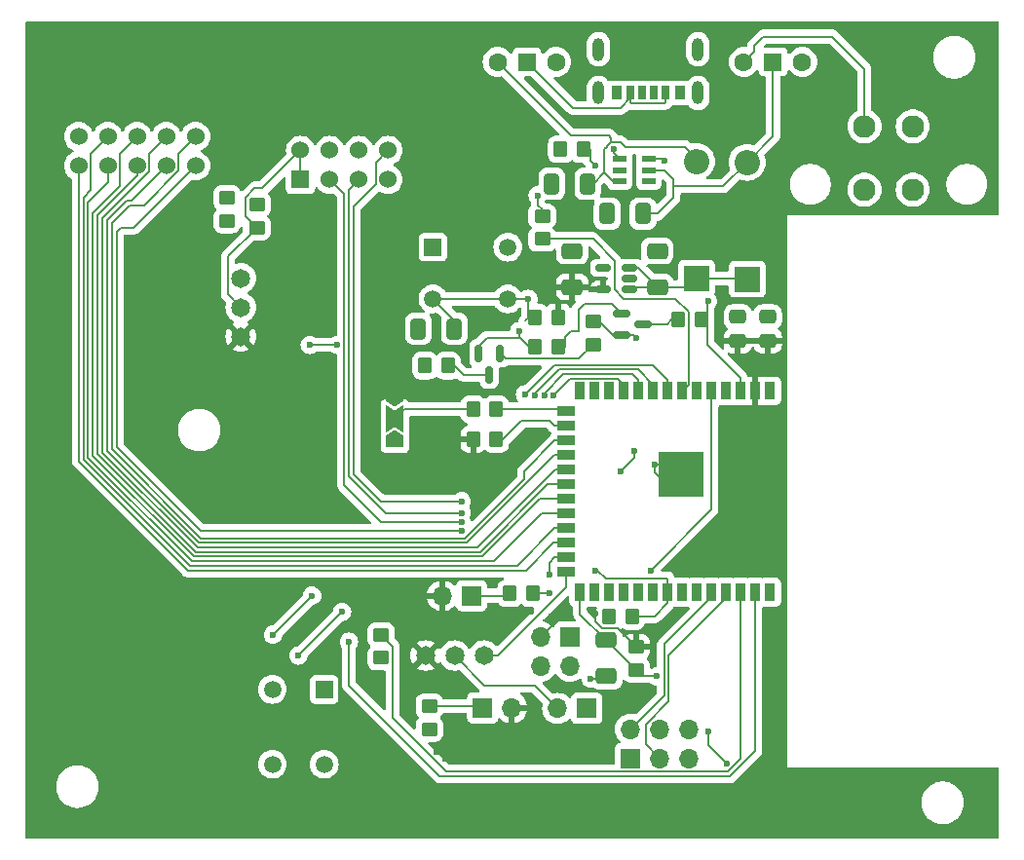
<source format=gbr>
%TF.GenerationSoftware,KiCad,Pcbnew,8.0.8*%
%TF.CreationDate,2025-03-13T10:44:27-05:00*%
%TF.ProjectId,Final Project V1,46696e61-6c20-4507-926f-6a6563742056,rev?*%
%TF.SameCoordinates,Original*%
%TF.FileFunction,Copper,L1,Top*%
%TF.FilePolarity,Positive*%
%FSLAX46Y46*%
G04 Gerber Fmt 4.6, Leading zero omitted, Abs format (unit mm)*
G04 Created by KiCad (PCBNEW 8.0.8) date 2025-03-13 10:44:27*
%MOMM*%
%LPD*%
G01*
G04 APERTURE LIST*
G04 Aperture macros list*
%AMRoundRect*
0 Rectangle with rounded corners*
0 $1 Rounding radius*
0 $2 $3 $4 $5 $6 $7 $8 $9 X,Y pos of 4 corners*
0 Add a 4 corners polygon primitive as box body*
4,1,4,$2,$3,$4,$5,$6,$7,$8,$9,$2,$3,0*
0 Add four circle primitives for the rounded corners*
1,1,$1+$1,$2,$3*
1,1,$1+$1,$4,$5*
1,1,$1+$1,$6,$7*
1,1,$1+$1,$8,$9*
0 Add four rect primitives between the rounded corners*
20,1,$1+$1,$2,$3,$4,$5,0*
20,1,$1+$1,$4,$5,$6,$7,0*
20,1,$1+$1,$6,$7,$8,$9,0*
20,1,$1+$1,$8,$9,$2,$3,0*%
%AMFreePoly0*
4,1,6,1.000000,0.000000,0.500000,-0.750000,-0.500000,-0.750000,-0.500000,0.750000,0.500000,0.750000,1.000000,0.000000,1.000000,0.000000,$1*%
%AMFreePoly1*
4,1,7,0.700000,0.000000,1.200000,-0.750000,-1.200000,-0.750000,-0.700000,0.000000,-1.200000,0.750000,1.200000,0.750000,0.700000,0.000000,0.700000,0.000000,$1*%
G04 Aperture macros list end*
%TA.AperFunction,ComponentPad*%
%ADD10R,1.498000X1.498000*%
%TD*%
%TA.AperFunction,ComponentPad*%
%ADD11C,1.498000*%
%TD*%
%TA.AperFunction,ComponentPad*%
%ADD12R,2.200000X2.200000*%
%TD*%
%TA.AperFunction,ComponentPad*%
%ADD13O,2.200000X2.200000*%
%TD*%
%TA.AperFunction,SMDPad,CuDef*%
%ADD14RoundRect,0.250000X0.350000X0.450000X-0.350000X0.450000X-0.350000X-0.450000X0.350000X-0.450000X0*%
%TD*%
%TA.AperFunction,SMDPad,CuDef*%
%ADD15RoundRect,0.150000X-0.150000X0.587500X-0.150000X-0.587500X0.150000X-0.587500X0.150000X0.587500X0*%
%TD*%
%TA.AperFunction,ComponentPad*%
%ADD16R,1.500000X1.500000*%
%TD*%
%TA.AperFunction,ComponentPad*%
%ADD17C,1.600000*%
%TD*%
%TA.AperFunction,SMDPad,CuDef*%
%ADD18RoundRect,0.072500X0.532500X0.217500X-0.532500X0.217500X-0.532500X-0.217500X0.532500X-0.217500X0*%
%TD*%
%TA.AperFunction,SMDPad,CuDef*%
%ADD19RoundRect,0.250000X-0.350000X-0.450000X0.350000X-0.450000X0.350000X0.450000X-0.350000X0.450000X0*%
%TD*%
%TA.AperFunction,SMDPad,CuDef*%
%ADD20R,0.900000X1.500000*%
%TD*%
%TA.AperFunction,SMDPad,CuDef*%
%ADD21R,1.500000X0.900000*%
%TD*%
%TA.AperFunction,HeatsinkPad*%
%ADD22C,0.600000*%
%TD*%
%TA.AperFunction,HeatsinkPad*%
%ADD23R,3.900000X3.900000*%
%TD*%
%TA.AperFunction,SMDPad,CuDef*%
%ADD24FreePoly0,90.000000*%
%TD*%
%TA.AperFunction,SMDPad,CuDef*%
%ADD25FreePoly1,90.000000*%
%TD*%
%TA.AperFunction,SMDPad,CuDef*%
%ADD26FreePoly0,270.000000*%
%TD*%
%TA.AperFunction,SMDPad,CuDef*%
%ADD27RoundRect,0.250000X0.450000X-0.350000X0.450000X0.350000X-0.450000X0.350000X-0.450000X-0.350000X0*%
%TD*%
%TA.AperFunction,SMDPad,CuDef*%
%ADD28RoundRect,0.250000X0.650000X-0.412500X0.650000X0.412500X-0.650000X0.412500X-0.650000X-0.412500X0*%
%TD*%
%TA.AperFunction,ComponentPad*%
%ADD29R,1.700000X1.700000*%
%TD*%
%TA.AperFunction,ComponentPad*%
%ADD30O,1.700000X1.700000*%
%TD*%
%TA.AperFunction,ComponentPad*%
%ADD31C,1.524000*%
%TD*%
%TA.AperFunction,SMDPad,CuDef*%
%ADD32R,0.700000X1.150000*%
%TD*%
%TA.AperFunction,SMDPad,CuDef*%
%ADD33R,0.800000X1.150000*%
%TD*%
%TA.AperFunction,SMDPad,CuDef*%
%ADD34R,0.900000X1.150000*%
%TD*%
%TA.AperFunction,ComponentPad*%
%ADD35O,1.000000X2.000000*%
%TD*%
%TA.AperFunction,ComponentPad*%
%ADD36C,1.651000*%
%TD*%
%TA.AperFunction,SMDPad,CuDef*%
%ADD37RoundRect,0.150000X-0.587500X-0.150000X0.587500X-0.150000X0.587500X0.150000X-0.587500X0.150000X0*%
%TD*%
%TA.AperFunction,SMDPad,CuDef*%
%ADD38RoundRect,0.250000X-0.475000X0.337500X-0.475000X-0.337500X0.475000X-0.337500X0.475000X0.337500X0*%
%TD*%
%TA.AperFunction,SMDPad,CuDef*%
%ADD39RoundRect,0.250000X-0.412500X-0.650000X0.412500X-0.650000X0.412500X0.650000X-0.412500X0.650000X0*%
%TD*%
%TA.AperFunction,SMDPad,CuDef*%
%ADD40RoundRect,0.250000X-0.450000X0.350000X-0.450000X-0.350000X0.450000X-0.350000X0.450000X0.350000X0*%
%TD*%
%TA.AperFunction,ComponentPad*%
%ADD41R,1.530000X1.530000*%
%TD*%
%TA.AperFunction,ComponentPad*%
%ADD42C,1.530000*%
%TD*%
%TA.AperFunction,SMDPad,CuDef*%
%ADD43RoundRect,0.250000X0.412500X0.650000X-0.412500X0.650000X-0.412500X-0.650000X0.412500X-0.650000X0*%
%TD*%
%TA.AperFunction,ComponentPad*%
%ADD44C,1.955800*%
%TD*%
%TA.AperFunction,SMDPad,CuDef*%
%ADD45RoundRect,0.150000X0.512500X0.150000X-0.512500X0.150000X-0.512500X-0.150000X0.512500X-0.150000X0*%
%TD*%
%TA.AperFunction,ViaPad*%
%ADD46C,0.600000*%
%TD*%
%TA.AperFunction,Conductor*%
%ADD47C,0.200000*%
%TD*%
G04 APERTURE END LIST*
D10*
%TO.P,SW6,1*%
%TO.N,Net-(U2-IO0)*%
X172250000Y-127150000D03*
D11*
%TO.P,SW6,2*%
X172250000Y-133650000D03*
%TO.P,SW6,3*%
%TO.N,GND*%
X167750000Y-127150000D03*
%TO.P,SW6,4*%
X167750000Y-133650000D03*
%TD*%
D12*
%TO.P,D2,1,K*%
%TO.N,Net-(D1-K)*%
X209000000Y-91480000D03*
D13*
%TO.P,D2,2,A*%
%TO.N,Net-(D2-A)*%
X209000000Y-81320000D03*
%TD*%
D14*
%TO.P,R3,1*%
%TO.N,Net-(U2-IO46)*%
X187200000Y-105400000D03*
%TO.P,R3,2*%
%TO.N,3.3V*%
X185200000Y-105400000D03*
%TD*%
D15*
%TO.P,Q2,1,B*%
%TO.N,Net-(Q2-B)*%
X187550000Y-97925000D03*
%TO.P,Q2,2,E*%
%TO.N,DTR*%
X185650000Y-97925000D03*
%TO.P,Q2,3,C*%
%TO.N,Net-(Q2-C)*%
X186600000Y-99800000D03*
%TD*%
D16*
%TO.P,SW5,1,B*%
%TO.N,Net-(D2-A)*%
X211260000Y-72600000D03*
D17*
%TO.P,SW5,2,C*%
%TO.N,Net-(SW5-C)*%
X208720000Y-72600000D03*
%TO.P,SW5,3,A*%
%TO.N,unconnected-(SW5-A-Pad3)*%
X213800000Y-72600000D03*
%TD*%
D18*
%TO.P,U3,1,TS*%
%TO.N,Connector for thermistor*%
X200455000Y-82950000D03*
%TO.P,U3,2,OUT*%
%TO.N,Net-(D2-A)*%
X200455000Y-82000000D03*
%TO.P,U3,3,~{CHG}*%
%TO.N,Net-(U3-~{CHG})*%
X200455000Y-81050000D03*
%TO.P,U3,4,ISET*%
%TO.N,Net-(U3-ISET)*%
X197945000Y-81050000D03*
%TO.P,U3,5,GND*%
%TO.N,GND*%
X197945000Y-82000000D03*
%TO.P,U3,6,VIN*%
%TO.N,Net-(D1-A)*%
X197945000Y-82950000D03*
%TD*%
D19*
%TO.P,R12,1*%
%TO.N,DTR*%
X190600000Y-97400000D03*
%TO.P,R12,2*%
%TO.N,Net-(Q1-B)*%
X192600000Y-97400000D03*
%TD*%
D20*
%TO.P,U2,1,GND*%
%TO.N,GND*%
X211000000Y-101200000D03*
%TO.P,U2,2,3V3*%
%TO.N,3.3V*%
X209730000Y-101200000D03*
%TO.P,U2,3,EN*%
%TO.N,Chip_PU*%
X208460000Y-101200000D03*
%TO.P,U2,4,IO4*%
%TO.N,unconnected-(U2-IO4-Pad4)*%
X207190000Y-101200000D03*
%TO.P,U2,5,IO5*%
%TO.N,Hall Read*%
X205920000Y-101200000D03*
%TO.P,U2,6,IO6*%
%TO.N,unconnected-(U2-IO6-Pad6)*%
X204650000Y-101200000D03*
%TO.P,U2,7,IO7*%
%TO.N,Microcontroller Charge Read*%
X203380000Y-101200000D03*
%TO.P,U2,8,IO15*%
%TO.N,D3*%
X202110000Y-101200000D03*
%TO.P,U2,9,IO16*%
%TO.N,D2*%
X200840000Y-101200000D03*
%TO.P,U2,10,IO17*%
%TO.N,D1*%
X199570000Y-101200000D03*
%TO.P,U2,11,IO18*%
%TO.N,D0*%
X198300000Y-101200000D03*
%TO.P,U2,12,IO8*%
%TO.N,unconnected-(U2-IO8-Pad12)*%
X197030000Y-101200000D03*
%TO.P,U2,13,USB_D-*%
%TO.N,unconnected-(U2-USB_D--Pad13)*%
X195760000Y-101200000D03*
%TO.P,U2,14,USB_D+*%
%TO.N,unconnected-(U2-USB_D+-Pad14)*%
X194490000Y-101200000D03*
D21*
%TO.P,U2,15,IO3*%
%TO.N,Net-(U2-IO3)*%
X193240000Y-102965000D03*
%TO.P,U2,16,IO46*%
%TO.N,Net-(U2-IO46)*%
X193240000Y-104235000D03*
%TO.P,U2,17,IO9*%
%TO.N,VS*%
X193240000Y-105505000D03*
%TO.P,U2,18,IO10*%
%TO.N,HS*%
X193240000Y-106775000D03*
%TO.P,U2,19,IO11*%
%TO.N,PCLK*%
X193240000Y-108045000D03*
%TO.P,U2,20,IO12*%
%TO.N,MCLK*%
X193240000Y-109315000D03*
%TO.P,U2,21,IO13*%
%TO.N,D7*%
X193240000Y-110585000D03*
%TO.P,U2,22,IO14*%
%TO.N,D6*%
X193240000Y-111855000D03*
%TO.P,U2,23,IO21*%
%TO.N,D5*%
X193240000Y-113125000D03*
%TO.P,U2,24,IO47*%
%TO.N,D4*%
X193240000Y-114395000D03*
%TO.P,U2,25,IO48*%
%TO.N,Camera Power Signal*%
X193240000Y-115665000D03*
%TO.P,U2,26,IO45*%
%TO.N,Motor Power Signal*%
X193240000Y-116935000D03*
D20*
%TO.P,U2,27,IO0*%
%TO.N,Net-(U2-IO0)*%
X194490000Y-118700000D03*
%TO.P,U2,28,IO35*%
%TO.N,unconnected-(U2-IO35-Pad28)*%
X195760000Y-118700000D03*
%TO.P,U2,29,IO36*%
%TO.N,unconnected-(U2-IO36-Pad29)*%
X197030000Y-118700000D03*
%TO.P,U2,30,IO37*%
%TO.N,unconnected-(U2-IO37-Pad30)*%
X198300000Y-118700000D03*
%TO.P,U2,31,IO38*%
%TO.N,unconnected-(U2-IO38-Pad31)*%
X199570000Y-118700000D03*
%TO.P,U2,32,IO39*%
%TO.N,unconnected-(U2-IO39-Pad32)*%
X200840000Y-118700000D03*
%TO.P,U2,33,IO40*%
%TO.N,Manual Feed*%
X202110000Y-118700000D03*
%TO.P,U2,34,IO41*%
%TO.N,unconnected-(U2-IO41-Pad34)*%
X203380000Y-118700000D03*
%TO.P,U2,35,IO42*%
%TO.N,unconnected-(U2-IO42-Pad35)*%
X204650000Y-118700000D03*
%TO.P,U2,36,RXD0*%
%TO.N,RX*%
X205920000Y-118700000D03*
%TO.P,U2,37,TXD0*%
%TO.N,TX*%
X207190000Y-118700000D03*
%TO.P,U2,38,IO2*%
%TO.N,SDA*%
X208460000Y-118700000D03*
%TO.P,U2,39,IO1*%
%TO.N,SCL*%
X209730000Y-118700000D03*
%TO.P,U2,40,GND*%
%TO.N,GND*%
X211000000Y-118700000D03*
D22*
%TO.P,U2,41,GND*%
X203980000Y-107050000D03*
X202580000Y-107050000D03*
X204680000Y-107750000D03*
X203280000Y-107750000D03*
X201880000Y-107750000D03*
X203980000Y-108450000D03*
D23*
X203280000Y-108450000D03*
D22*
X202580000Y-108450000D03*
X204680000Y-109150000D03*
X203280000Y-109150000D03*
X201880000Y-109150000D03*
X203980000Y-109850000D03*
X202580000Y-109850000D03*
%TD*%
D24*
%TO.P,JP1,1,A*%
%TO.N,GND*%
X178400000Y-105600000D03*
D25*
%TO.P,JP1,2,C*%
%TO.N,Net-(JP1-C)*%
X178400000Y-103600000D03*
D26*
%TO.P,JP1,3,B*%
%TO.N,3.3V*%
X178400000Y-101600000D03*
%TD*%
D27*
%TO.P,R9,1*%
%TO.N,Camera Power*%
X166400000Y-87000000D03*
%TO.P,R9,2*%
%TO.N,SCL*%
X166400000Y-85000000D03*
%TD*%
D28*
%TO.P,C1,1*%
%TO.N,3.3V*%
X193800000Y-92162500D03*
%TO.P,C1,2*%
%TO.N,GND*%
X193800000Y-89037500D03*
%TD*%
D29*
%TO.P,J3,1,Pin_1*%
%TO.N,GND*%
X193600000Y-122600000D03*
D30*
%TO.P,J3,2,Pin_2*%
%TO.N,Hall Read*%
X193600000Y-125140000D03*
%TO.P,J3,3,Pin_3*%
%TO.N,3.3V*%
X191060000Y-122600000D03*
%TO.P,J3,4,Pin_4*%
%TO.N,GND*%
X191060000Y-125140000D03*
%TD*%
D28*
%TO.P,C6,1*%
%TO.N,GND*%
X196775000Y-126012500D03*
%TO.P,C6,2*%
%TO.N,Net-(U2-IO0)*%
X196775000Y-122887500D03*
%TD*%
D31*
%TO.P,J9,1*%
%TO.N,D4*%
X150920000Y-81619700D03*
%TO.P,J9,2*%
%TO.N,GND*%
X150920000Y-79079700D03*
%TO.P,J9,3*%
%TO.N,D6*%
X153460000Y-81619700D03*
%TO.P,J9,4*%
%TO.N,D5*%
X153460000Y-79079700D03*
%TO.P,J9,5*%
%TO.N,MCLK*%
X156000000Y-81619700D03*
%TO.P,J9,6*%
%TO.N,D7*%
X156000000Y-79079700D03*
%TO.P,J9,7*%
%TO.N,HS*%
X158540000Y-81619700D03*
%TO.P,J9,8*%
%TO.N,PCLK*%
X158540000Y-79079700D03*
%TO.P,J9,9*%
%TO.N,D0*%
X161080000Y-81619700D03*
%TO.P,J9,10*%
%TO.N,VS*%
X161080000Y-79079700D03*
%TD*%
D27*
%TO.P,R10,1*%
%TO.N,Net-(U2-IO0)*%
X199375000Y-125450000D03*
%TO.P,R10,2*%
%TO.N,3.3V*%
X199375000Y-123450000D03*
%TD*%
D10*
%TO.P,SW3,1*%
%TO.N,GND*%
X181700000Y-88700000D03*
D11*
%TO.P,SW3,2*%
X188200000Y-88700000D03*
%TO.P,SW3,3*%
%TO.N,Chip_PU*%
X181700000Y-93200000D03*
%TO.P,SW3,4*%
X188200000Y-93200000D03*
%TD*%
D14*
%TO.P,R16,1*%
%TO.N,Manual Feed*%
X199000000Y-120800000D03*
%TO.P,R16,2*%
%TO.N,GND*%
X197000000Y-120800000D03*
%TD*%
D32*
%TO.P,USB-C1,A5,CC1*%
%TO.N,unconnected-(USB-C1-CC1-PadA5)*%
X200900000Y-75305000D03*
D33*
%TO.P,USB-C1,A9,V-BUS*%
%TO.N,Net-(SW4-B)*%
X198880000Y-75305000D03*
D34*
%TO.P,USB-C1,A12,GND*%
%TO.N,GND*%
X197650000Y-75305000D03*
D32*
%TO.P,USB-C1,B5,CC2*%
%TO.N,unconnected-(USB-C1-CC2-PadB5)*%
X199900000Y-75305000D03*
D33*
%TO.P,USB-C1,B9,V-BUS__1*%
%TO.N,Net-(SW4-B)*%
X201920000Y-75305000D03*
D34*
%TO.P,USB-C1,B12,GND__1*%
%TO.N,GND*%
X203150000Y-75305000D03*
D35*
%TO.P,USB-C1,S1,SHIELD*%
X204720000Y-75300000D03*
%TO.P,USB-C1,S2,SHIELD__1*%
X196080000Y-75300000D03*
%TO.P,USB-C1,S3,SHIELD__2*%
X204720000Y-71500000D03*
%TO.P,USB-C1,S4,SHIELD__3*%
X196080000Y-71500000D03*
%TD*%
D12*
%TO.P,D1,1,K*%
%TO.N,Net-(D1-K)*%
X204600000Y-91400000D03*
D13*
%TO.P,D1,2,A*%
%TO.N,Net-(D1-A)*%
X204600000Y-81240000D03*
%TD*%
D19*
%TO.P,R6,1*%
%TO.N,Net-(JP1-C)*%
X185200000Y-102800000D03*
%TO.P,R6,2*%
%TO.N,Net-(U2-IO3)*%
X187200000Y-102800000D03*
%TD*%
D36*
%TO.P,U4,1,G*%
%TO.N,Camera Power Signal*%
X165000000Y-91400000D03*
%TO.P,U4,2,D*%
%TO.N,Camera Power*%
X165000000Y-93940000D03*
%TO.P,U4,3,S*%
%TO.N,3.3V*%
X165000000Y-96480000D03*
%TD*%
D27*
%TO.P,R8,1*%
%TO.N,Camera Power*%
X177200000Y-124400000D03*
%TO.P,R8,2*%
%TO.N,SDA*%
X177200000Y-122400000D03*
%TD*%
D36*
%TO.P,U5,1,G*%
%TO.N,Motor Power Signal*%
X186140000Y-124200000D03*
%TO.P,U5,2,D*%
%TO.N,Motor Out*%
X183600000Y-124200000D03*
%TO.P,U5,3,S*%
%TO.N,3.3V*%
X181060000Y-124200000D03*
%TD*%
D37*
%TO.P,Q1,1,B*%
%TO.N,Net-(Q1-B)*%
X198125000Y-94450000D03*
%TO.P,Q1,2,E*%
%TO.N,RTS*%
X198125000Y-96350000D03*
%TO.P,Q1,3,C*%
%TO.N,Net-(Q1-C)*%
X200000000Y-95400000D03*
%TD*%
D27*
%TO.P,R5,1*%
%TO.N,GND*%
X181400000Y-130600000D03*
%TO.P,R5,2*%
%TO.N,Net-(J5-Pin_1)*%
X181400000Y-128600000D03*
%TD*%
D19*
%TO.P,R14,1*%
%TO.N,Net-(Q1-C)*%
X203000000Y-95000000D03*
%TO.P,R14,2*%
%TO.N,Chip_PU*%
X205000000Y-95000000D03*
%TD*%
D38*
%TO.P,C5,1*%
%TO.N,GND*%
X208200000Y-94762500D03*
%TO.P,C5,2*%
%TO.N,3.3V*%
X208200000Y-96837500D03*
%TD*%
D19*
%TO.P,R15,1*%
%TO.N,Chip_PU*%
X190600000Y-94800000D03*
%TO.P,R15,2*%
%TO.N,3.3V*%
X192600000Y-94800000D03*
%TD*%
D39*
%TO.P,C4,1*%
%TO.N,GND*%
X196837500Y-85800000D03*
%TO.P,C4,2*%
%TO.N,Net-(D2-A)*%
X199962500Y-85800000D03*
%TD*%
D29*
%TO.P,J2,1,Pin_1*%
%TO.N,GND*%
X198860000Y-133140000D03*
D30*
%TO.P,J2,2,Pin_2*%
%TO.N,RX*%
X198860000Y-130600000D03*
%TO.P,J2,3,Pin_3*%
%TO.N,TX*%
X201400000Y-133140000D03*
%TO.P,J2,4,Pin_4*%
%TO.N,DTR*%
X201400000Y-130600000D03*
%TO.P,J2,5,Pin_5*%
%TO.N,RTS*%
X203940000Y-133140000D03*
%TO.P,J2,6,Pin_6*%
%TO.N,GND*%
X203940000Y-130600000D03*
%TD*%
D27*
%TO.P,R7,1*%
%TO.N,GND*%
X163800000Y-86400000D03*
%TO.P,R7,2*%
%TO.N,Net-(J8-Pad7)*%
X163800000Y-84400000D03*
%TD*%
D29*
%TO.P,J5,1,Pin_1*%
%TO.N,Net-(J5-Pin_1)*%
X186025000Y-128750000D03*
D30*
%TO.P,J5,2,Pin_2*%
%TO.N,3.3V*%
X188565000Y-128750000D03*
%TD*%
D40*
%TO.P,R11,1*%
%TO.N,RTS*%
X195600000Y-95200000D03*
%TO.P,R11,2*%
%TO.N,Net-(Q2-B)*%
X195600000Y-97200000D03*
%TD*%
D19*
%TO.P,R1,1*%
%TO.N,GND*%
X192800000Y-80200000D03*
%TO.P,R1,2*%
%TO.N,Net-(U3-ISET)*%
X194800000Y-80200000D03*
%TD*%
D28*
%TO.P,C2,1*%
%TO.N,Net-(D1-K)*%
X201200000Y-92162500D03*
%TO.P,C2,2*%
%TO.N,GND*%
X201200000Y-89037500D03*
%TD*%
D16*
%TO.P,SW4,1,B*%
%TO.N,Net-(SW4-B)*%
X189860000Y-72600000D03*
D17*
%TO.P,SW4,2,C*%
%TO.N,Net-(D1-A)*%
X187320000Y-72600000D03*
%TO.P,SW4,3,A*%
%TO.N,unconnected-(SW4-A-Pad3)*%
X192400000Y-72600000D03*
%TD*%
D29*
%TO.P,J4,1,Pin_1*%
%TO.N,GND*%
X195075000Y-128800000D03*
D30*
%TO.P,J4,2,Pin_2*%
%TO.N,Motor Out*%
X192535000Y-128800000D03*
%TD*%
D41*
%TO.P,J8,1,1*%
%TO.N,Camera Power*%
X170190000Y-82827500D03*
D42*
%TO.P,J8,2,2*%
X170190000Y-80287500D03*
%TO.P,J8,3,3*%
%TO.N,D1*%
X172730000Y-82827500D03*
%TO.P,J8,4,4*%
%TO.N,SDA*%
X172730000Y-80287500D03*
%TO.P,J8,5,5*%
%TO.N,D2*%
X175270000Y-82827500D03*
%TO.P,J8,6,6*%
%TO.N,SCL*%
X175270000Y-80287500D03*
%TO.P,J8,7,7*%
%TO.N,Net-(J8-Pad7)*%
X177810000Y-82827500D03*
%TO.P,J8,8,8*%
%TO.N,D3*%
X177810000Y-80287500D03*
%TD*%
D40*
%TO.P,R2,1*%
%TO.N,Net-(U3-~{CHG})*%
X191200000Y-86000000D03*
%TO.P,R2,2*%
%TO.N,Microcontroller Charge Read*%
X191200000Y-88000000D03*
%TD*%
D14*
%TO.P,R13,1*%
%TO.N,Net-(Q2-C)*%
X183000000Y-99000000D03*
%TO.P,R13,2*%
%TO.N,Net-(U2-IO0)*%
X181000000Y-99000000D03*
%TD*%
D43*
%TO.P,C9,1*%
%TO.N,Chip_PU*%
X183562500Y-95800000D03*
%TO.P,C9,2*%
%TO.N,GND*%
X180437500Y-95800000D03*
%TD*%
%TO.P,C3,1*%
%TO.N,Net-(D1-A)*%
X195162500Y-83200000D03*
%TO.P,C3,2*%
%TO.N,GND*%
X192037500Y-83200000D03*
%TD*%
D44*
%TO.P,J1,1,1*%
%TO.N,Net-(SW5-C)*%
X219200000Y-78200000D03*
%TO.P,J1,2,2*%
%TO.N,GND*%
X223399998Y-78200000D03*
%TO.P,J1,3,3*%
%TO.N,unconnected-(J1-Pad3)*%
X219200000Y-83699999D03*
%TO.P,J1,4,4*%
%TO.N,unconnected-(J1-Pad4)*%
X223399998Y-83699999D03*
%TD*%
D29*
%TO.P,J7,1,Pin_1*%
%TO.N,Net-(J7-Pin_1)*%
X185075000Y-119000000D03*
D30*
%TO.P,J7,2,Pin_2*%
%TO.N,3.3V*%
X182535000Y-119000000D03*
%TD*%
D45*
%TO.P,U1,1,VIN*%
%TO.N,Net-(D1-K)*%
X198800000Y-92400000D03*
%TO.P,U1,2,GND*%
%TO.N,GND*%
X198800000Y-91450000D03*
%TO.P,U1,3,EN*%
%TO.N,Net-(D1-K)*%
X198800000Y-90500000D03*
%TO.P,U1,4,NC*%
%TO.N,unconnected-(U1-NC-Pad4)*%
X196525000Y-90500000D03*
%TO.P,U1,5,VOUT*%
%TO.N,3.3V*%
X196525000Y-92400000D03*
%TD*%
D38*
%TO.P,C10,1*%
%TO.N,GND*%
X210800000Y-94762500D03*
%TO.P,C10,2*%
%TO.N,3.3V*%
X210800000Y-96837500D03*
%TD*%
D14*
%TO.P,R4,1*%
%TO.N,Manual Feed*%
X190400000Y-118800000D03*
%TO.P,R4,2*%
%TO.N,Net-(J7-Pin_1)*%
X188400000Y-118800000D03*
%TD*%
D46*
%TO.N,3.3V*%
X192000000Y-120800000D03*
X192000000Y-92600000D03*
X182800000Y-133200000D03*
X181000000Y-135000000D03*
X195800000Y-120600000D03*
X190200000Y-120400000D03*
X182000000Y-132600000D03*
X179800000Y-133800000D03*
%TO.N,GND*%
X198800000Y-91450000D03*
X210800000Y-94762500D03*
X193800000Y-89037500D03*
X167800000Y-122400000D03*
X211000000Y-101200000D03*
X203150000Y-75305000D03*
X207200000Y-133600000D03*
X178400000Y-105600000D03*
X197000000Y-120800000D03*
X197945000Y-82000000D03*
X201200000Y-89037500D03*
X163800000Y-86400000D03*
X211000000Y-118700000D03*
X196837500Y-85800000D03*
X195400000Y-126200000D03*
X181400000Y-130600000D03*
X170000000Y-124200000D03*
X199200000Y-106400000D03*
X171200000Y-119000000D03*
X208200000Y-94762500D03*
X205600000Y-130800000D03*
X192037500Y-83200000D03*
X201000000Y-107600000D03*
X198000000Y-108200000D03*
X192800000Y-80200000D03*
X180437500Y-95800000D03*
X197777815Y-75179315D03*
X173800000Y-120400000D03*
%TO.N,Net-(U2-IO0)*%
X201187500Y-126012500D03*
X171000000Y-97200000D03*
X181000000Y-99000000D03*
X173400000Y-97200000D03*
%TO.N,Chip_PU*%
X205600000Y-93400000D03*
X190000000Y-93200000D03*
%TO.N,RTS*%
X199400000Y-96600000D03*
%TO.N,DTR*%
X189200000Y-96000000D03*
%TO.N,Net-(U3-ISET)*%
X195800000Y-81600000D03*
X197400000Y-80200000D03*
%TO.N,Net-(U3-~{CHG})*%
X201800000Y-81200000D03*
X190800000Y-84200000D03*
%TO.N,Hall Read*%
X200600000Y-116800000D03*
%TO.N,D0*%
X184200000Y-113400000D03*
X192200000Y-101600000D03*
%TO.N,D1*%
X191400000Y-101600000D03*
X184200000Y-112600000D03*
%TO.N,D2*%
X184200000Y-111800000D03*
X190600000Y-101600000D03*
%TO.N,Camera Power*%
X177200000Y-124400000D03*
%TO.N,SDA*%
X177200000Y-122400000D03*
%TO.N,D3*%
X184200000Y-110800000D03*
X189700000Y-101500000D03*
%TO.N,SCL*%
X166400000Y-85000000D03*
X174400000Y-123000000D03*
%TO.N,Manual Feed*%
X195800000Y-116800000D03*
X191800000Y-118800000D03*
%TO.N,Camera Power Signal*%
X191800000Y-117200000D03*
%TO.N,Net-(J8-Pad7)*%
X163800000Y-84600000D03*
%TD*%
D47*
%TO.N,3.3V*%
X192000000Y-120800000D02*
X192000000Y-121660000D01*
X199375000Y-123450000D02*
X197725000Y-121800000D01*
X195800000Y-121200000D02*
X195800000Y-120600000D01*
X192600000Y-94800000D02*
X192600000Y-93200000D01*
X196400000Y-121800000D02*
X195800000Y-121200000D01*
X197725000Y-121800000D02*
X196400000Y-121800000D01*
X192000000Y-121660000D02*
X191060000Y-122600000D01*
X192600000Y-93200000D02*
X192000000Y-92600000D01*
%TO.N,GND*%
X195400000Y-126200000D02*
X196587500Y-126200000D01*
X202580000Y-107050000D02*
X203280000Y-107750000D01*
X167800000Y-122400000D02*
X171200000Y-119000000D01*
X203280000Y-107750000D02*
X202580000Y-108450000D01*
X203280000Y-109150000D02*
X202580000Y-109850000D01*
X202580000Y-107050000D02*
X201880000Y-107750000D01*
X198000000Y-108200000D02*
X199200000Y-107000000D01*
X205600000Y-132000000D02*
X207200000Y-133600000D01*
X201730000Y-107600000D02*
X201880000Y-107750000D01*
X203280000Y-107750000D02*
X203980000Y-107050000D01*
X201000000Y-108270000D02*
X201000000Y-107600000D01*
X202580000Y-108450000D02*
X203280000Y-109150000D01*
X202580000Y-109850000D02*
X201000000Y-108270000D01*
X170000000Y-124200000D02*
X173800000Y-120400000D01*
X205600000Y-130800000D02*
X205600000Y-132000000D01*
X201000000Y-107600000D02*
X201730000Y-107600000D01*
X196587500Y-126200000D02*
X196775000Y-126012500D01*
X199200000Y-107000000D02*
X199200000Y-106400000D01*
X201880000Y-109150000D02*
X202580000Y-108450000D01*
X201880000Y-107750000D02*
X202580000Y-108450000D01*
%TO.N,Net-(D1-K)*%
X201200000Y-92162500D02*
X203837500Y-92162500D01*
X203837500Y-92162500D02*
X204600000Y-91400000D01*
X199037500Y-92162500D02*
X198800000Y-92400000D01*
X199537500Y-90500000D02*
X198800000Y-90500000D01*
X201200000Y-92162500D02*
X199037500Y-92162500D01*
X204600000Y-91400000D02*
X208920000Y-91400000D01*
X201200000Y-92162500D02*
X199537500Y-90500000D01*
X208920000Y-91400000D02*
X209000000Y-91480000D01*
%TO.N,Net-(D1-A)*%
X196600000Y-82209999D02*
X197340001Y-82950000D01*
X196600000Y-80200000D02*
X196600000Y-82209999D01*
X203600000Y-80000000D02*
X198400000Y-80000000D01*
X197200000Y-79551471D02*
X197151471Y-79600000D01*
X197151471Y-79600000D02*
X196800000Y-79951471D01*
X204600000Y-81240000D02*
X204600000Y-81000000D01*
X196800000Y-79951471D02*
X196800000Y-80000000D01*
X198000000Y-79600000D02*
X197151471Y-79600000D01*
X197200000Y-79200000D02*
X197200000Y-79551471D01*
X193720000Y-79000000D02*
X197000000Y-79000000D01*
X196600000Y-82209999D02*
X195609999Y-83200000D01*
X197000000Y-79000000D02*
X197200000Y-79200000D01*
X198400000Y-80000000D02*
X198000000Y-79600000D01*
X196800000Y-80000000D02*
X196600000Y-80200000D01*
X187320000Y-72600000D02*
X193720000Y-79000000D01*
X204600000Y-81000000D02*
X203600000Y-80000000D01*
X195609999Y-83200000D02*
X195162500Y-83200000D01*
X197340001Y-82950000D02*
X197945000Y-82950000D01*
%TO.N,Net-(D2-A)*%
X211260000Y-79060000D02*
X209000000Y-81320000D01*
X211260000Y-72600000D02*
X211260000Y-79060000D01*
X201200000Y-85800000D02*
X199962500Y-85800000D01*
X206920000Y-83400000D02*
X209000000Y-81320000D01*
X201800000Y-82000000D02*
X202600000Y-82800000D01*
X200455000Y-82000000D02*
X201800000Y-82000000D01*
X202600000Y-83400000D02*
X206920000Y-83400000D01*
X202600000Y-84400000D02*
X201200000Y-85800000D01*
X202600000Y-83400000D02*
X202600000Y-84400000D01*
X202600000Y-82800000D02*
X202600000Y-83400000D01*
%TO.N,Net-(U2-IO0)*%
X194490000Y-120602500D02*
X194490000Y-118700000D01*
X196775000Y-122887500D02*
X194490000Y-120602500D01*
X173000000Y-97200000D02*
X173400000Y-97200000D01*
X199375000Y-126000000D02*
X201175000Y-126000000D01*
X171000000Y-97200000D02*
X173000000Y-97200000D01*
X201175000Y-126000000D02*
X201187500Y-126012500D01*
X199375000Y-126000000D02*
X199375000Y-125487500D01*
X199375000Y-125487500D02*
X196775000Y-122887500D01*
%TO.N,Chip_PU*%
X183562500Y-95062500D02*
X183562500Y-95800000D01*
X205550000Y-95000000D02*
X205550000Y-93450000D01*
X181700000Y-93200000D02*
X183562500Y-95062500D01*
X205550000Y-95000000D02*
X205550000Y-97150000D01*
X205550000Y-97150000D02*
X208460000Y-100060000D01*
X190000000Y-93200000D02*
X190000000Y-94750000D01*
X181700000Y-93200000D02*
X188200000Y-93200000D01*
X188200000Y-93200000D02*
X190000000Y-93200000D01*
X189750000Y-95100000D02*
X190050000Y-94800000D01*
X190000000Y-94750000D02*
X190050000Y-94800000D01*
X205550000Y-93450000D02*
X205600000Y-93400000D01*
X208460000Y-100060000D02*
X208460000Y-101200000D01*
%TO.N,Net-(JP1-C)*%
X184650000Y-102800000D02*
X179200000Y-102800000D01*
X179200000Y-102800000D02*
X178400000Y-103600000D01*
%TO.N,RTS*%
X198125000Y-96350000D02*
X199150000Y-96350000D01*
X198125000Y-96350000D02*
X197300000Y-96350000D01*
X199150000Y-96350000D02*
X199400000Y-96600000D01*
X197300000Y-96350000D02*
X195600000Y-94650000D01*
%TO.N,Net-(Q1-C)*%
X202050000Y-95400000D02*
X202450000Y-95000000D01*
X200000000Y-95400000D02*
X202050000Y-95400000D01*
%TO.N,Net-(Q1-B)*%
X194332413Y-96007843D02*
X194332413Y-94107843D01*
X193667157Y-96007843D02*
X194332413Y-96007843D01*
X193150000Y-97400000D02*
X193150000Y-96525000D01*
X193150000Y-96525000D02*
X193667157Y-96007843D01*
X197275000Y-93600000D02*
X198125000Y-94450000D01*
X194332413Y-94107843D02*
X194840256Y-93600000D01*
X194840256Y-93600000D02*
X197275000Y-93600000D01*
%TO.N,Net-(Q2-C)*%
X184350000Y-99800000D02*
X183550000Y-99000000D01*
X186600000Y-99800000D02*
X184350000Y-99800000D01*
%TO.N,Net-(Q2-B)*%
X187550000Y-97925000D02*
X188025000Y-98400000D01*
X188025000Y-98400000D02*
X194400000Y-98400000D01*
X194400000Y-98400000D02*
X195600000Y-97200000D01*
%TO.N,DTR*%
X186400000Y-96600000D02*
X185650000Y-97350000D01*
X189200000Y-96550000D02*
X189250000Y-96600000D01*
X185650000Y-97350000D02*
X185650000Y-97925000D01*
X189250000Y-96600000D02*
X186400000Y-96600000D01*
X190050000Y-97400000D02*
X189250000Y-96600000D01*
X189200000Y-96000000D02*
X189200000Y-96550000D01*
%TO.N,Net-(U3-ISET)*%
X197400000Y-80200000D02*
X197400000Y-80505000D01*
X197400000Y-80505000D02*
X197945000Y-81050000D01*
X195350000Y-81150000D02*
X195800000Y-81600000D01*
X195350000Y-80200000D02*
X195350000Y-81150000D01*
%TO.N,Microcontroller Charge Read*%
X197487500Y-89887500D02*
X195600000Y-88000000D01*
X203380000Y-101200000D02*
X203900000Y-100680000D01*
X195600000Y-88000000D02*
X191200000Y-88000000D01*
X202784744Y-93200000D02*
X198296948Y-93200000D01*
X197487500Y-92390552D02*
X197487500Y-89887500D01*
X203900000Y-94315256D02*
X202784744Y-93200000D01*
X198296948Y-93200000D02*
X197487500Y-92390552D01*
X203900000Y-100680000D02*
X203900000Y-94315256D01*
%TO.N,Net-(U3-~{CHG})*%
X200455000Y-81050000D02*
X201650000Y-81050000D01*
X190800000Y-84200000D02*
X190800000Y-85050000D01*
X201650000Y-81050000D02*
X201800000Y-81200000D01*
X190800000Y-85050000D02*
X191200000Y-85450000D01*
%TO.N,Net-(U2-IO46)*%
X192235000Y-104235000D02*
X193240000Y-104235000D01*
X189400000Y-103800000D02*
X191800000Y-103800000D01*
X191800000Y-103800000D02*
X192235000Y-104235000D01*
X187800000Y-105400000D02*
X189400000Y-103800000D01*
X187750000Y-105400000D02*
X187800000Y-105400000D01*
%TO.N,Net-(U2-IO3)*%
X187750000Y-102800000D02*
X193075000Y-102800000D01*
X193075000Y-102800000D02*
X193240000Y-102965000D01*
%TO.N,Net-(SW5-C)*%
X209600000Y-71720000D02*
X208720000Y-72600000D01*
X210400000Y-70400000D02*
X209600000Y-71200000D01*
X219200000Y-77100001D02*
X219200000Y-73200000D01*
X216400000Y-70400000D02*
X210400000Y-70400000D01*
X209600000Y-71200000D02*
X209600000Y-71720000D01*
X219200000Y-78000000D02*
X219200000Y-77100001D01*
X219200000Y-73200000D02*
X216400000Y-70400000D01*
%TO.N,Hall Read*%
X205920000Y-101200000D02*
X205920000Y-111480000D01*
X205920000Y-111480000D02*
X200600000Y-116800000D01*
%TO.N,Motor Out*%
X190600000Y-126865000D02*
X192535000Y-128800000D01*
X186200000Y-126800000D02*
X190600000Y-126800000D01*
X183600000Y-124200000D02*
X186200000Y-126800000D01*
X190600000Y-126800000D02*
X190600000Y-126865000D01*
%TO.N,Net-(J5-Pin_1)*%
X185875000Y-128600000D02*
X186025000Y-128750000D01*
X181400000Y-128600000D02*
X185875000Y-128600000D01*
%TO.N,RX*%
X201787500Y-123212500D02*
X205920000Y-119080000D01*
X198860000Y-130600000D02*
X201787500Y-127672500D01*
X205920000Y-119080000D02*
X205920000Y-118700000D01*
X201787500Y-127672500D02*
X201787500Y-123212500D01*
%TO.N,D5*%
X151982000Y-83738000D02*
X151982000Y-80557700D01*
X151982000Y-80557700D02*
X153460000Y-79079700D01*
X189015000Y-116400000D02*
X160565686Y-116400000D01*
X160565686Y-116400000D02*
X151320000Y-107154314D01*
X151320000Y-84400000D02*
X151982000Y-83738000D01*
X193240000Y-113125000D02*
X192290000Y-113125000D01*
X192290000Y-113125000D02*
X189015000Y-116400000D01*
X151320000Y-107154314D02*
X151320000Y-84400000D01*
%TO.N,PCLK*%
X157062000Y-82138000D02*
X157062000Y-80557700D01*
X192355000Y-108045000D02*
X185600000Y-114800000D01*
X153000000Y-106571570D02*
X153000000Y-86200000D01*
X157062000Y-80557700D02*
X158540000Y-79079700D01*
X185600000Y-114800000D02*
X161228430Y-114800000D01*
X192710000Y-108045000D02*
X193240000Y-108045000D01*
X193240000Y-108045000D02*
X192355000Y-108045000D01*
X161228430Y-114800000D02*
X153000000Y-106571570D01*
X153000000Y-86200000D02*
X157062000Y-82138000D01*
%TO.N,D7*%
X193240000Y-110585000D02*
X191015000Y-110585000D01*
X152120000Y-85800000D02*
X154522000Y-83398000D01*
X154522000Y-80557700D02*
X156000000Y-79079700D01*
X154522000Y-83398000D02*
X154522000Y-80557700D01*
X186000000Y-115600000D02*
X160897058Y-115600000D01*
X191015000Y-110585000D02*
X186000000Y-115600000D01*
X152120000Y-106822942D02*
X152120000Y-85800000D01*
X160897058Y-115600000D02*
X152120000Y-106822942D01*
%TO.N,D4*%
X192205000Y-114395000D02*
X193240000Y-114395000D01*
X160400000Y-116800000D02*
X189800000Y-116800000D01*
X150920000Y-81619700D02*
X150920000Y-107320000D01*
X150920000Y-107320000D02*
X160400000Y-116800000D01*
X189800000Y-116800000D02*
X192205000Y-114395000D01*
%TO.N,MCLK*%
X152520000Y-106657256D02*
X152520000Y-85965686D01*
X191685000Y-109315000D02*
X185800000Y-115200000D01*
X156000000Y-82485686D02*
X156000000Y-81619700D01*
X185800000Y-115200000D02*
X161062744Y-115200000D01*
X193240000Y-109315000D02*
X191685000Y-109315000D01*
X152520000Y-85965686D02*
X156000000Y-82485686D01*
X161062744Y-115200000D02*
X152520000Y-106657256D01*
%TO.N,D6*%
X191145000Y-111855000D02*
X193240000Y-111855000D01*
X187000000Y-116000000D02*
X191145000Y-111855000D01*
X160731372Y-116000000D02*
X187000000Y-116000000D01*
X151720000Y-84800000D02*
X151720000Y-106988628D01*
X151720000Y-106988628D02*
X160731372Y-116000000D01*
X153460000Y-81619700D02*
X153460000Y-83060000D01*
X153460000Y-83060000D02*
X151720000Y-84800000D01*
%TO.N,D0*%
X161525488Y-113400000D02*
X154200000Y-106074512D01*
X198300000Y-100670000D02*
X197780000Y-100150000D01*
X198300000Y-101200000D02*
X198300000Y-100670000D01*
X154600000Y-87000000D02*
X155699700Y-87000000D01*
X197780000Y-100150000D02*
X193650000Y-100150000D01*
X193650000Y-100150000D02*
X192200000Y-101600000D01*
X154200000Y-87400000D02*
X154600000Y-87000000D01*
X155699700Y-87000000D02*
X161080000Y-81619700D01*
X184200000Y-113400000D02*
X161525488Y-113400000D01*
X154200000Y-106074512D02*
X154200000Y-87400000D01*
%TO.N,D1*%
X199070000Y-99750000D02*
X193050000Y-99750000D01*
X174000000Y-84097500D02*
X172730000Y-82827500D01*
X184200000Y-112600000D02*
X177200000Y-112600000D01*
X199570000Y-100250000D02*
X199070000Y-99750000D01*
X193050000Y-99750000D02*
X191400000Y-101400000D01*
X199570000Y-101200000D02*
X199570000Y-100250000D01*
X191400000Y-101400000D02*
X191400000Y-101600000D01*
X174000000Y-109400000D02*
X174000000Y-84097500D01*
X177200000Y-112600000D02*
X174000000Y-109400000D01*
%TO.N,D2*%
X174400000Y-108600000D02*
X177600000Y-111800000D01*
X200840000Y-101200000D02*
X200840000Y-100670000D01*
X174400000Y-83697500D02*
X174400000Y-108600000D01*
X199520000Y-99350000D02*
X192650000Y-99350000D01*
X175270000Y-82827500D02*
X174400000Y-83697500D01*
X200840000Y-100670000D02*
X199520000Y-99350000D01*
X190600000Y-101400000D02*
X190600000Y-101600000D01*
X177600000Y-111800000D02*
X184200000Y-111800000D01*
X192650000Y-99350000D02*
X190600000Y-101400000D01*
%TO.N,Camera Power*%
X170190000Y-80287500D02*
X170190000Y-82827500D01*
X166400000Y-87000000D02*
X165400000Y-86000000D01*
X166200000Y-83600000D02*
X166877500Y-83600000D01*
X166877500Y-83600000D02*
X170190000Y-80287500D01*
X163874500Y-92814500D02*
X165000000Y-93940000D01*
X163874500Y-89525500D02*
X163874500Y-92814500D01*
X165400000Y-84400000D02*
X166200000Y-83600000D01*
X165400000Y-86000000D02*
X165400000Y-84400000D01*
X166400000Y-87000000D02*
X163874500Y-89525500D01*
%TO.N,HS*%
X161394116Y-114400000D02*
X153400000Y-106405884D01*
X155082843Y-84682843D02*
X155476857Y-84682843D01*
X155476857Y-84682843D02*
X158540000Y-81619700D01*
X193240000Y-106775000D02*
X192290000Y-106775000D01*
X153400000Y-106405884D02*
X153400000Y-86365686D01*
X153400000Y-86365686D02*
X155082843Y-84682843D01*
X184665000Y-114400000D02*
X161394116Y-114400000D01*
X192290000Y-106775000D02*
X184665000Y-114400000D01*
%TO.N,SDA*%
X178200000Y-123400000D02*
X177200000Y-122400000D01*
X208460000Y-118700000D02*
X208460000Y-133188529D01*
X207358529Y-134290000D02*
X182841471Y-134290000D01*
X178200000Y-129648529D02*
X178200000Y-123400000D01*
X182841471Y-134290000D02*
X178200000Y-129648529D01*
X208460000Y-133188529D02*
X207358529Y-134290000D01*
%TO.N,TX*%
X200200000Y-130173654D02*
X200200000Y-131940000D01*
X207190000Y-119230000D02*
X202187500Y-124232500D01*
X202187500Y-128186154D02*
X200200000Y-130173654D01*
X200200000Y-131940000D02*
X201400000Y-133140000D01*
X207190000Y-118700000D02*
X207190000Y-119230000D01*
X202187500Y-124232500D02*
X202187500Y-128186154D01*
%TO.N,D3*%
X192250000Y-98950000D02*
X189700000Y-101500000D01*
X189700000Y-101500000D02*
X189600000Y-101600000D01*
X176745000Y-81352500D02*
X177810000Y-80287500D01*
X174800000Y-85200000D02*
X176745000Y-83255000D01*
X200810000Y-98950000D02*
X192250000Y-98950000D01*
X177165686Y-110800000D02*
X174800000Y-108434314D01*
X174800000Y-108434314D02*
X174800000Y-85200000D01*
X176745000Y-83255000D02*
X176745000Y-81352500D01*
X202110000Y-101200000D02*
X202110000Y-100250000D01*
X184200000Y-110800000D02*
X177165686Y-110800000D01*
X202110000Y-100250000D02*
X200810000Y-98950000D01*
%TO.N,VS*%
X156578752Y-85082843D02*
X155311171Y-85082843D01*
X159602000Y-82059595D02*
X156578752Y-85082843D01*
X161080000Y-79079700D02*
X159602000Y-80557700D01*
X155311171Y-85082843D02*
X153800000Y-86594014D01*
X153800000Y-106240198D02*
X161559802Y-114000000D01*
X161559802Y-114000000D02*
X184499314Y-114000000D01*
X184499314Y-114000000D02*
X189600000Y-108899314D01*
X189600000Y-108195000D02*
X192290000Y-105505000D01*
X153800000Y-86594014D02*
X153800000Y-106240198D01*
X159602000Y-80557700D02*
X159602000Y-82059595D01*
X189600000Y-108899314D02*
X189600000Y-108195000D01*
X192290000Y-105505000D02*
X193240000Y-105505000D01*
%TO.N,SCL*%
X174400000Y-126800000D02*
X174400000Y-123000000D01*
X207524215Y-134690000D02*
X182290000Y-134690000D01*
X209730000Y-132484215D02*
X207524215Y-134690000D01*
X182290000Y-134690000D02*
X174400000Y-126800000D01*
X209730000Y-118700000D02*
X209730000Y-132484215D01*
%TO.N,Manual Feed*%
X202110000Y-118700000D02*
X202110000Y-117510000D01*
X199000000Y-120800000D02*
X200960000Y-120800000D01*
X200960000Y-120800000D02*
X202110000Y-119650000D01*
X196710000Y-117510000D02*
X196000000Y-116800000D01*
X196000000Y-116800000D02*
X195800000Y-116800000D01*
X202110000Y-119650000D02*
X202110000Y-118700000D01*
X190400000Y-118800000D02*
X191800000Y-118800000D01*
X202110000Y-117510000D02*
X196710000Y-117510000D01*
%TO.N,Net-(SW4-B)*%
X198000000Y-76600000D02*
X198880000Y-75720000D01*
X198980000Y-76180000D02*
X201820000Y-76180000D01*
X189860000Y-72600000D02*
X193860000Y-76600000D01*
X198880000Y-75720000D02*
X198880000Y-75305000D01*
X201820000Y-76180000D02*
X201920000Y-76080000D01*
X198880000Y-76080000D02*
X198980000Y-76180000D01*
X198880000Y-75305000D02*
X198880000Y-76080000D01*
X193860000Y-76600000D02*
X198000000Y-76600000D01*
X201920000Y-76080000D02*
X201920000Y-75305000D01*
%TO.N,Camera Power Signal*%
X193240000Y-115665000D02*
X192290000Y-115665000D01*
X191800000Y-116155000D02*
X191800000Y-117200000D01*
X192290000Y-115665000D02*
X191800000Y-116155000D01*
%TO.N,Motor Power Signal*%
X193240000Y-118267433D02*
X193240000Y-116935000D01*
X186140000Y-124200000D02*
X187307433Y-124200000D01*
X187307433Y-124200000D02*
X193240000Y-118267433D01*
%TO.N,Net-(J7-Pin_1)*%
X185075000Y-119000000D02*
X188200000Y-119000000D01*
X188200000Y-119000000D02*
X188400000Y-118800000D01*
%TD*%
%TA.AperFunction,Conductor*%
%TO.N,3.3V*%
G36*
X192414855Y-125806546D02*
G01*
X192431575Y-125825842D01*
X192556586Y-126004377D01*
X192561505Y-126011401D01*
X192728599Y-126178495D01*
X192780188Y-126214618D01*
X192922165Y-126314032D01*
X192922167Y-126314033D01*
X192922170Y-126314035D01*
X193136337Y-126413903D01*
X193364592Y-126475063D01*
X193533936Y-126489879D01*
X193599999Y-126495659D01*
X193600000Y-126495659D01*
X193600001Y-126495659D01*
X193666064Y-126489879D01*
X193835408Y-126475063D01*
X194063663Y-126413903D01*
X194277830Y-126314035D01*
X194412218Y-126219935D01*
X194478422Y-126197608D01*
X194546189Y-126214618D01*
X194594002Y-126265565D01*
X194606560Y-126307625D01*
X194614631Y-126379250D01*
X194614631Y-126379254D01*
X194674211Y-126549523D01*
X194729063Y-126636819D01*
X194770184Y-126702262D01*
X194897738Y-126829816D01*
X195050478Y-126925789D01*
X195187597Y-126973769D01*
X195220745Y-126985368D01*
X195220750Y-126985369D01*
X195399996Y-127005565D01*
X195400000Y-127005565D01*
X195400004Y-127005565D01*
X195560186Y-126987517D01*
X195629007Y-126999572D01*
X195650977Y-127013469D01*
X195656337Y-127017707D01*
X195656342Y-127017710D01*
X195656344Y-127017712D01*
X195805666Y-127109814D01*
X195972203Y-127164999D01*
X196074991Y-127175500D01*
X197475008Y-127175499D01*
X197577797Y-127164999D01*
X197744334Y-127109814D01*
X197893656Y-127017712D01*
X198017712Y-126893656D01*
X198109814Y-126744334D01*
X198164999Y-126577797D01*
X198175500Y-126475009D01*
X198175499Y-126411227D01*
X198195183Y-126344191D01*
X198247986Y-126298435D01*
X198317144Y-126288491D01*
X198380700Y-126317515D01*
X198387180Y-126323548D01*
X198456344Y-126392712D01*
X198605666Y-126484814D01*
X198772203Y-126539999D01*
X198874991Y-126550500D01*
X199096634Y-126550499D01*
X199135179Y-126558165D01*
X199135365Y-126557473D01*
X199143214Y-126559576D01*
X199143216Y-126559577D01*
X199295943Y-126600500D01*
X199454057Y-126600500D01*
X200592060Y-126600500D01*
X200659099Y-126620185D01*
X200679741Y-126636819D01*
X200685238Y-126642316D01*
X200740162Y-126676827D01*
X200810494Y-126721020D01*
X200837978Y-126738289D01*
X201008245Y-126797868D01*
X201076884Y-126805601D01*
X201141296Y-126832666D01*
X201180852Y-126890260D01*
X201187000Y-126928821D01*
X201187000Y-127372402D01*
X201167315Y-127439441D01*
X201150681Y-127460083D01*
X199343530Y-129267233D01*
X199282207Y-129300718D01*
X199223756Y-129299327D01*
X199095413Y-129264938D01*
X199095403Y-129264936D01*
X198860001Y-129244341D01*
X198859999Y-129244341D01*
X198624596Y-129264936D01*
X198624586Y-129264938D01*
X198396344Y-129326094D01*
X198396335Y-129326098D01*
X198182171Y-129425964D01*
X198182169Y-129425965D01*
X197988597Y-129561505D01*
X197821505Y-129728597D01*
X197685965Y-129922169D01*
X197685964Y-129922171D01*
X197586098Y-130136335D01*
X197586094Y-130136344D01*
X197524938Y-130364586D01*
X197524936Y-130364596D01*
X197504341Y-130599999D01*
X197504341Y-130600000D01*
X197524936Y-130835403D01*
X197524938Y-130835413D01*
X197586094Y-131063655D01*
X197586096Y-131063659D01*
X197586097Y-131063663D01*
X197666004Y-131235023D01*
X197685965Y-131277830D01*
X197685967Y-131277834D01*
X197784573Y-131418657D01*
X197821501Y-131471396D01*
X197821506Y-131471402D01*
X197943430Y-131593326D01*
X197976915Y-131654649D01*
X197971931Y-131724341D01*
X197930059Y-131780274D01*
X197899083Y-131797189D01*
X197767669Y-131846203D01*
X197767664Y-131846206D01*
X197652455Y-131932452D01*
X197652452Y-131932455D01*
X197566206Y-132047664D01*
X197566202Y-132047671D01*
X197515908Y-132182517D01*
X197509501Y-132242116D01*
X197509500Y-132242127D01*
X197509500Y-132964736D01*
X197509501Y-133565500D01*
X197489816Y-133632539D01*
X197437013Y-133678294D01*
X197385501Y-133689500D01*
X183141568Y-133689500D01*
X183074529Y-133669815D01*
X183053887Y-133653181D01*
X181312886Y-131912180D01*
X181279401Y-131850857D01*
X181284385Y-131781165D01*
X181326257Y-131725232D01*
X181391721Y-131700815D01*
X181400567Y-131700499D01*
X181900002Y-131700499D01*
X181900008Y-131700499D01*
X182002797Y-131689999D01*
X182169334Y-131634814D01*
X182318656Y-131542712D01*
X182442712Y-131418656D01*
X182534814Y-131269334D01*
X182589999Y-131102797D01*
X182600500Y-131000009D01*
X182600499Y-130199992D01*
X182593866Y-130135063D01*
X182589999Y-130097203D01*
X182589998Y-130097200D01*
X182588869Y-130093793D01*
X182534814Y-129930666D01*
X182442712Y-129781344D01*
X182349049Y-129687681D01*
X182315564Y-129626358D01*
X182320548Y-129556666D01*
X182349049Y-129512319D01*
X182383538Y-129477830D01*
X182442712Y-129418656D01*
X182534814Y-129269334D01*
X182534815Y-129269331D01*
X182538605Y-129263187D01*
X182540399Y-129264293D01*
X182579687Y-129219663D01*
X182645908Y-129200500D01*
X184550501Y-129200500D01*
X184617540Y-129220185D01*
X184663295Y-129272989D01*
X184674501Y-129324500D01*
X184674501Y-129647876D01*
X184680908Y-129707483D01*
X184731202Y-129842328D01*
X184731206Y-129842335D01*
X184817452Y-129957544D01*
X184817455Y-129957547D01*
X184932664Y-130043793D01*
X184932671Y-130043797D01*
X185067517Y-130094091D01*
X185067516Y-130094091D01*
X185074444Y-130094835D01*
X185127127Y-130100500D01*
X186922872Y-130100499D01*
X186982483Y-130094091D01*
X187117331Y-130043796D01*
X187232546Y-129957546D01*
X187318796Y-129842331D01*
X187318797Y-129842327D01*
X187318800Y-129842323D01*
X187368002Y-129710402D01*
X187409872Y-129654468D01*
X187475337Y-129630050D01*
X187543610Y-129644901D01*
X187571865Y-129666053D01*
X187693917Y-129788105D01*
X187887421Y-129923600D01*
X188101507Y-130023429D01*
X188101516Y-130023433D01*
X188315000Y-130080634D01*
X188315000Y-129183012D01*
X188372007Y-129215925D01*
X188499174Y-129250000D01*
X188630826Y-129250000D01*
X188757993Y-129215925D01*
X188815000Y-129183012D01*
X188815000Y-130080633D01*
X189028483Y-130023433D01*
X189028492Y-130023429D01*
X189242578Y-129923600D01*
X189436082Y-129788105D01*
X189603105Y-129621082D01*
X189738600Y-129427578D01*
X189838429Y-129213492D01*
X189838432Y-129213486D01*
X189895636Y-129000000D01*
X188998012Y-129000000D01*
X189030925Y-128942993D01*
X189065000Y-128815826D01*
X189065000Y-128684174D01*
X189030925Y-128557007D01*
X188998012Y-128500000D01*
X189895636Y-128500000D01*
X189895635Y-128499999D01*
X189838432Y-128286513D01*
X189838429Y-128286507D01*
X189738600Y-128072422D01*
X189738599Y-128072420D01*
X189603113Y-127878926D01*
X189603108Y-127878920D01*
X189436078Y-127711890D01*
X189313521Y-127626074D01*
X189269896Y-127571497D01*
X189262704Y-127501999D01*
X189294226Y-127439644D01*
X189354456Y-127404231D01*
X189384645Y-127400500D01*
X190234903Y-127400500D01*
X190301942Y-127420185D01*
X190322584Y-127436819D01*
X191202233Y-128316468D01*
X191235718Y-128377791D01*
X191234327Y-128436241D01*
X191199939Y-128564583D01*
X191199936Y-128564596D01*
X191179341Y-128799999D01*
X191179341Y-128800000D01*
X191199936Y-129035403D01*
X191199938Y-129035413D01*
X191261094Y-129263655D01*
X191261096Y-129263659D01*
X191261097Y-129263663D01*
X191336780Y-129425965D01*
X191360965Y-129477830D01*
X191360967Y-129477834D01*
X191467551Y-129630050D01*
X191496505Y-129671401D01*
X191663599Y-129838495D01*
X191760384Y-129906265D01*
X191857165Y-129974032D01*
X191857167Y-129974033D01*
X191857170Y-129974035D01*
X192071337Y-130073903D01*
X192071343Y-130073904D01*
X192071344Y-130073905D01*
X192126285Y-130088626D01*
X192299592Y-130135063D01*
X192476034Y-130150500D01*
X192534999Y-130155659D01*
X192535000Y-130155659D01*
X192535001Y-130155659D01*
X192593966Y-130150500D01*
X192770408Y-130135063D01*
X192998663Y-130073903D01*
X193212830Y-129974035D01*
X193406401Y-129838495D01*
X193528329Y-129716566D01*
X193589648Y-129683084D01*
X193659340Y-129688068D01*
X193715274Y-129729939D01*
X193732189Y-129760917D01*
X193781202Y-129892328D01*
X193781206Y-129892335D01*
X193867452Y-130007544D01*
X193867455Y-130007547D01*
X193982664Y-130093793D01*
X193982671Y-130093797D01*
X194117517Y-130144091D01*
X194117516Y-130144091D01*
X194124444Y-130144835D01*
X194177127Y-130150500D01*
X195972872Y-130150499D01*
X196032483Y-130144091D01*
X196167331Y-130093796D01*
X196282546Y-130007546D01*
X196368796Y-129892331D01*
X196419091Y-129757483D01*
X196425500Y-129697873D01*
X196425499Y-127902128D01*
X196419091Y-127842517D01*
X196417810Y-127839083D01*
X196368797Y-127707671D01*
X196368793Y-127707664D01*
X196282547Y-127592455D01*
X196282544Y-127592452D01*
X196167335Y-127506206D01*
X196167328Y-127506202D01*
X196032482Y-127455908D01*
X196032483Y-127455908D01*
X195972883Y-127449501D01*
X195972881Y-127449500D01*
X195972873Y-127449500D01*
X195972864Y-127449500D01*
X194177129Y-127449500D01*
X194177123Y-127449501D01*
X194117516Y-127455908D01*
X193982671Y-127506202D01*
X193982664Y-127506206D01*
X193867455Y-127592452D01*
X193867452Y-127592455D01*
X193781206Y-127707664D01*
X193781203Y-127707669D01*
X193732189Y-127839083D01*
X193690317Y-127895016D01*
X193624853Y-127919433D01*
X193556580Y-127904581D01*
X193528326Y-127883430D01*
X193406402Y-127761506D01*
X193406395Y-127761501D01*
X193212834Y-127625967D01*
X193212830Y-127625965D01*
X193154600Y-127598812D01*
X192998663Y-127526097D01*
X192998659Y-127526096D01*
X192998655Y-127526094D01*
X192770413Y-127464938D01*
X192770403Y-127464936D01*
X192535001Y-127444341D01*
X192534999Y-127444341D01*
X192299596Y-127464936D01*
X192299583Y-127464939D01*
X192171241Y-127499327D01*
X192101392Y-127497664D01*
X192051468Y-127467233D01*
X191261062Y-126676827D01*
X191227577Y-126615504D01*
X191232561Y-126545812D01*
X191274433Y-126489879D01*
X191316648Y-126469371D01*
X191523663Y-126413903D01*
X191737830Y-126314035D01*
X191931401Y-126178495D01*
X192098495Y-126011401D01*
X192228425Y-125825842D01*
X192283002Y-125782217D01*
X192352500Y-125775023D01*
X192414855Y-125806546D01*
G37*
%TD.AperFunction*%
%TA.AperFunction,Conductor*%
G36*
X202788332Y-119931341D02*
G01*
X202822517Y-119944091D01*
X202822516Y-119944091D01*
X202829444Y-119944835D01*
X202882127Y-119950500D01*
X203877872Y-119950499D01*
X203889621Y-119949236D01*
X203958381Y-119961643D01*
X204009517Y-120009254D01*
X204026796Y-120076953D01*
X204004730Y-120143247D01*
X203990556Y-120160207D01*
X201418786Y-122731978D01*
X201306981Y-122843782D01*
X201306979Y-122843784D01*
X201292459Y-122868935D01*
X201279238Y-122891835D01*
X201227923Y-122980715D01*
X201186999Y-123133443D01*
X201186999Y-123133445D01*
X201186999Y-123301546D01*
X201187000Y-123301559D01*
X201187000Y-125096177D01*
X201167315Y-125163216D01*
X201114511Y-125208971D01*
X201076884Y-125219397D01*
X201008250Y-125227130D01*
X200837978Y-125286710D01*
X200765471Y-125332270D01*
X200698234Y-125351270D01*
X200631399Y-125330902D01*
X200586185Y-125277634D01*
X200575499Y-125227276D01*
X200575499Y-125049998D01*
X200575498Y-125049981D01*
X200564999Y-124947203D01*
X200564998Y-124947200D01*
X200554390Y-124915187D01*
X200509814Y-124780666D01*
X200417712Y-124631344D01*
X200323695Y-124537327D01*
X200290210Y-124476004D01*
X200295194Y-124406312D01*
X200323695Y-124361964D01*
X200417317Y-124268342D01*
X200509356Y-124119124D01*
X200509358Y-124119119D01*
X200564505Y-123952697D01*
X200564506Y-123952690D01*
X200574999Y-123849986D01*
X200575000Y-123849973D01*
X200575000Y-123700000D01*
X199499000Y-123700000D01*
X199431961Y-123680315D01*
X199386206Y-123627511D01*
X199375000Y-123576000D01*
X199375000Y-123450000D01*
X199249000Y-123450000D01*
X199181961Y-123430315D01*
X199136206Y-123377511D01*
X199125000Y-123326000D01*
X199125000Y-123200000D01*
X199625000Y-123200000D01*
X200574999Y-123200000D01*
X200574999Y-123050028D01*
X200574998Y-123050013D01*
X200564505Y-122947302D01*
X200509358Y-122780880D01*
X200509356Y-122780875D01*
X200417315Y-122631654D01*
X200293345Y-122507684D01*
X200144124Y-122415643D01*
X200144119Y-122415641D01*
X199977697Y-122360494D01*
X199977690Y-122360493D01*
X199874986Y-122350000D01*
X199625000Y-122350000D01*
X199625000Y-123200000D01*
X199125000Y-123200000D01*
X199125000Y-122350000D01*
X198875029Y-122350000D01*
X198875012Y-122350001D01*
X198772302Y-122360494D01*
X198605880Y-122415641D01*
X198605875Y-122415643D01*
X198456654Y-122507684D01*
X198387180Y-122577159D01*
X198325857Y-122610644D01*
X198256165Y-122605660D01*
X198200232Y-122563788D01*
X198175815Y-122498324D01*
X198175499Y-122489478D01*
X198175499Y-122424998D01*
X198175498Y-122424981D01*
X198164999Y-122322203D01*
X198164998Y-122322200D01*
X198149096Y-122274211D01*
X198109814Y-122155666D01*
X198028983Y-122024618D01*
X198010544Y-121957227D01*
X198031467Y-121890564D01*
X198085109Y-121845794D01*
X198154439Y-121837133D01*
X198199617Y-121853982D01*
X198330666Y-121934814D01*
X198497203Y-121989999D01*
X198599991Y-122000500D01*
X199400008Y-122000499D01*
X199400016Y-122000498D01*
X199400019Y-122000498D01*
X199456302Y-121994748D01*
X199502797Y-121989999D01*
X199669334Y-121934814D01*
X199818656Y-121842712D01*
X199942712Y-121718656D01*
X200034814Y-121569334D01*
X200062595Y-121485495D01*
X200102368Y-121428051D01*
X200166884Y-121401228D01*
X200180301Y-121400500D01*
X200873331Y-121400500D01*
X200873347Y-121400501D01*
X200880943Y-121400501D01*
X201039054Y-121400501D01*
X201039057Y-121400501D01*
X201191785Y-121359577D01*
X201241904Y-121330639D01*
X201328716Y-121280520D01*
X201440520Y-121168716D01*
X201440520Y-121168714D01*
X201450728Y-121158507D01*
X201450729Y-121158504D01*
X202590520Y-120018716D01*
X202602019Y-119998797D01*
X202652580Y-119950585D01*
X202666074Y-119944615D01*
X202667477Y-119944091D01*
X202667483Y-119944091D01*
X202701670Y-119931339D01*
X202771360Y-119926357D01*
X202788332Y-119931341D01*
G37*
%TD.AperFunction*%
%TA.AperFunction,Conductor*%
G36*
X193458834Y-119000347D02*
G01*
X193514767Y-119042219D01*
X193539184Y-119107683D01*
X193539500Y-119116529D01*
X193539500Y-119497869D01*
X193539501Y-119497876D01*
X193545908Y-119557483D01*
X193596202Y-119692328D01*
X193596206Y-119692335D01*
X193682452Y-119807544D01*
X193682455Y-119807547D01*
X193797665Y-119893794D01*
X193797667Y-119893794D01*
X193797669Y-119893796D01*
X193808830Y-119897958D01*
X193864764Y-119939826D01*
X193889184Y-120005289D01*
X193889500Y-120014141D01*
X193889500Y-120515830D01*
X193889499Y-120515848D01*
X193889499Y-120681554D01*
X193889498Y-120681554D01*
X193930423Y-120834286D01*
X193930424Y-120834287D01*
X193956272Y-120879057D01*
X194009480Y-120971216D01*
X194009482Y-120971218D01*
X194076083Y-121037819D01*
X194109568Y-121099142D01*
X194104584Y-121168834D01*
X194062712Y-121224767D01*
X193997248Y-121249184D01*
X193988402Y-121249500D01*
X192702129Y-121249500D01*
X192702123Y-121249501D01*
X192642516Y-121255908D01*
X192507671Y-121306202D01*
X192507664Y-121306206D01*
X192392455Y-121392452D01*
X192392452Y-121392455D01*
X192306206Y-121507664D01*
X192306202Y-121507671D01*
X192256997Y-121639598D01*
X192215126Y-121695532D01*
X192149661Y-121719949D01*
X192081388Y-121705097D01*
X192053134Y-121683946D01*
X191931082Y-121561894D01*
X191737578Y-121426399D01*
X191523492Y-121326570D01*
X191523486Y-121326567D01*
X191341819Y-121277890D01*
X191282159Y-121241525D01*
X191251630Y-121178678D01*
X191259925Y-121109302D01*
X191286228Y-121070438D01*
X193327821Y-119028846D01*
X193389142Y-118995363D01*
X193458834Y-119000347D01*
G37*
%TD.AperFunction*%
%TA.AperFunction,Conductor*%
G36*
X195262127Y-119950500D02*
G01*
X195820030Y-119950499D01*
X195887069Y-119970183D01*
X195932824Y-120022987D01*
X195942768Y-120092146D01*
X195937736Y-120113502D01*
X195910001Y-120197200D01*
X195910000Y-120197204D01*
X195899500Y-120299983D01*
X195899500Y-120863403D01*
X195879815Y-120930442D01*
X195827011Y-120976197D01*
X195757853Y-120986141D01*
X195694297Y-120957116D01*
X195687819Y-120951084D01*
X195126819Y-120390084D01*
X195093334Y-120328761D01*
X195090500Y-120302403D01*
X195090500Y-120070093D01*
X195110185Y-120003054D01*
X195162989Y-119957299D01*
X195227754Y-119946804D01*
X195262127Y-119950500D01*
G37*
%TD.AperFunction*%
%TA.AperFunction,Conductor*%
G36*
X230842539Y-69120185D02*
G01*
X230888294Y-69172989D01*
X230899500Y-69224500D01*
X230899500Y-85826000D01*
X230879815Y-85893039D01*
X230827011Y-85938794D01*
X230775500Y-85950000D01*
X212490000Y-85950000D01*
X212490000Y-133950000D01*
X230775500Y-133950000D01*
X230842539Y-133969685D01*
X230888294Y-134022489D01*
X230899500Y-134074000D01*
X230899500Y-139975500D01*
X230879815Y-140042539D01*
X230827011Y-140088294D01*
X230775500Y-140099500D01*
X146424500Y-140099500D01*
X146357461Y-140079815D01*
X146311706Y-140027011D01*
X146300500Y-139975500D01*
X146300500Y-135478711D01*
X148949500Y-135478711D01*
X148949500Y-135721288D01*
X148981161Y-135961785D01*
X149043947Y-136196104D01*
X149130017Y-136403895D01*
X149136776Y-136420212D01*
X149258064Y-136630289D01*
X149258066Y-136630292D01*
X149258067Y-136630293D01*
X149405733Y-136822736D01*
X149405739Y-136822743D01*
X149577256Y-136994260D01*
X149577262Y-136994265D01*
X149769711Y-137141936D01*
X149979788Y-137263224D01*
X150203900Y-137356054D01*
X150438211Y-137418838D01*
X150618586Y-137442584D01*
X150678711Y-137450500D01*
X150678712Y-137450500D01*
X150921289Y-137450500D01*
X150969388Y-137444167D01*
X151161789Y-137418838D01*
X151396100Y-137356054D01*
X151620212Y-137263224D01*
X151830289Y-137141936D01*
X152022738Y-136994265D01*
X152138292Y-136878711D01*
X224149500Y-136878711D01*
X224149500Y-137121288D01*
X224181161Y-137361785D01*
X224243947Y-137596104D01*
X224336773Y-137820205D01*
X224336776Y-137820212D01*
X224458064Y-138030289D01*
X224458066Y-138030292D01*
X224458067Y-138030293D01*
X224605733Y-138222736D01*
X224605739Y-138222743D01*
X224777256Y-138394260D01*
X224777262Y-138394265D01*
X224969711Y-138541936D01*
X225179788Y-138663224D01*
X225403900Y-138756054D01*
X225638211Y-138818838D01*
X225818586Y-138842584D01*
X225878711Y-138850500D01*
X225878712Y-138850500D01*
X226121289Y-138850500D01*
X226169388Y-138844167D01*
X226361789Y-138818838D01*
X226596100Y-138756054D01*
X226820212Y-138663224D01*
X227030289Y-138541936D01*
X227222738Y-138394265D01*
X227394265Y-138222738D01*
X227541936Y-138030289D01*
X227663224Y-137820212D01*
X227756054Y-137596100D01*
X227818838Y-137361789D01*
X227850500Y-137121288D01*
X227850500Y-136878712D01*
X227818838Y-136638211D01*
X227756054Y-136403900D01*
X227663224Y-136179788D01*
X227541936Y-135969711D01*
X227394265Y-135777262D01*
X227394260Y-135777256D01*
X227222743Y-135605739D01*
X227222736Y-135605733D01*
X227030293Y-135458067D01*
X227030292Y-135458066D01*
X227030289Y-135458064D01*
X226820212Y-135336776D01*
X226820205Y-135336773D01*
X226596104Y-135243947D01*
X226361785Y-135181161D01*
X226121289Y-135149500D01*
X226121288Y-135149500D01*
X225878712Y-135149500D01*
X225878711Y-135149500D01*
X225638214Y-135181161D01*
X225403895Y-135243947D01*
X225179794Y-135336773D01*
X225179785Y-135336777D01*
X224969706Y-135458067D01*
X224777263Y-135605733D01*
X224777256Y-135605739D01*
X224605739Y-135777256D01*
X224605733Y-135777263D01*
X224458067Y-135969706D01*
X224336777Y-136179785D01*
X224336773Y-136179794D01*
X224243947Y-136403895D01*
X224181161Y-136638214D01*
X224149500Y-136878711D01*
X152138292Y-136878711D01*
X152194265Y-136822738D01*
X152341936Y-136630289D01*
X152463224Y-136420212D01*
X152556054Y-136196100D01*
X152618838Y-135961789D01*
X152650500Y-135721288D01*
X152650500Y-135478712D01*
X152618838Y-135238211D01*
X152556054Y-135003900D01*
X152463224Y-134779788D01*
X152341936Y-134569711D01*
X152194265Y-134377262D01*
X152194260Y-134377256D01*
X152022743Y-134205739D01*
X152022736Y-134205733D01*
X151830293Y-134058067D01*
X151830292Y-134058066D01*
X151830289Y-134058064D01*
X151620212Y-133936776D01*
X151620205Y-133936773D01*
X151396104Y-133843947D01*
X151161785Y-133781161D01*
X150921289Y-133749500D01*
X150921288Y-133749500D01*
X150678712Y-133749500D01*
X150678711Y-133749500D01*
X150438214Y-133781161D01*
X150203895Y-133843947D01*
X149979794Y-133936773D01*
X149979785Y-133936777D01*
X149769706Y-134058067D01*
X149577263Y-134205733D01*
X149577256Y-134205739D01*
X149405739Y-134377256D01*
X149405733Y-134377263D01*
X149258067Y-134569706D01*
X149136777Y-134779785D01*
X149136773Y-134779794D01*
X149043947Y-135003895D01*
X148981161Y-135238214D01*
X148949500Y-135478711D01*
X146300500Y-135478711D01*
X146300500Y-133649998D01*
X166495727Y-133649998D01*
X166495727Y-133650001D01*
X166514781Y-133867796D01*
X166514783Y-133867807D01*
X166571366Y-134078979D01*
X166571368Y-134078983D01*
X166571369Y-134078987D01*
X166630472Y-134205733D01*
X166663768Y-134277137D01*
X166663770Y-134277141D01*
X166789167Y-134456226D01*
X166789172Y-134456232D01*
X166943767Y-134610827D01*
X166943773Y-134610832D01*
X167122858Y-134736229D01*
X167122860Y-134736230D01*
X167122863Y-134736232D01*
X167321013Y-134828631D01*
X167532198Y-134885218D01*
X167687770Y-134898828D01*
X167749998Y-134904273D01*
X167750000Y-134904273D01*
X167750002Y-134904273D01*
X167804450Y-134899509D01*
X167967802Y-134885218D01*
X168178987Y-134828631D01*
X168377137Y-134736232D01*
X168556231Y-134610829D01*
X168710829Y-134456231D01*
X168836232Y-134277137D01*
X168928631Y-134078987D01*
X168985218Y-133867802D01*
X169004273Y-133650000D01*
X169004273Y-133649998D01*
X170995727Y-133649998D01*
X170995727Y-133650001D01*
X171014781Y-133867796D01*
X171014783Y-133867807D01*
X171071366Y-134078979D01*
X171071368Y-134078983D01*
X171071369Y-134078987D01*
X171130472Y-134205733D01*
X171163768Y-134277137D01*
X171163770Y-134277141D01*
X171289167Y-134456226D01*
X171289172Y-134456232D01*
X171443767Y-134610827D01*
X171443773Y-134610832D01*
X171622858Y-134736229D01*
X171622860Y-134736230D01*
X171622863Y-134736232D01*
X171821013Y-134828631D01*
X172032198Y-134885218D01*
X172187770Y-134898828D01*
X172249998Y-134904273D01*
X172250000Y-134904273D01*
X172250002Y-134904273D01*
X172304450Y-134899509D01*
X172467802Y-134885218D01*
X172678987Y-134828631D01*
X172877137Y-134736232D01*
X173056231Y-134610829D01*
X173210829Y-134456231D01*
X173336232Y-134277137D01*
X173428631Y-134078987D01*
X173485218Y-133867802D01*
X173504273Y-133650000D01*
X173504204Y-133649216D01*
X173494574Y-133539142D01*
X173485218Y-133432198D01*
X173428631Y-133221013D01*
X173336232Y-133022864D01*
X173253420Y-132904596D01*
X173210830Y-132843770D01*
X173136358Y-132769298D01*
X173056231Y-132689171D01*
X173056227Y-132689168D01*
X173056226Y-132689167D01*
X172877141Y-132563770D01*
X172877137Y-132563768D01*
X172751059Y-132504977D01*
X172678987Y-132471369D01*
X172678983Y-132471368D01*
X172678979Y-132471366D01*
X172467807Y-132414783D01*
X172467803Y-132414782D01*
X172467802Y-132414782D01*
X172467801Y-132414781D01*
X172467796Y-132414781D01*
X172250002Y-132395727D01*
X172249998Y-132395727D01*
X172032203Y-132414781D01*
X172032192Y-132414783D01*
X171821020Y-132471366D01*
X171821011Y-132471370D01*
X171622866Y-132563766D01*
X171443766Y-132689172D01*
X171289172Y-132843766D01*
X171163766Y-133022866D01*
X171071370Y-133221011D01*
X171071366Y-133221020D01*
X171014783Y-133432192D01*
X171014781Y-133432203D01*
X170995727Y-133649998D01*
X169004273Y-133649998D01*
X169004204Y-133649216D01*
X168994574Y-133539142D01*
X168985218Y-133432198D01*
X168928631Y-133221013D01*
X168836232Y-133022864D01*
X168753420Y-132904596D01*
X168710830Y-132843770D01*
X168636358Y-132769298D01*
X168556231Y-132689171D01*
X168556227Y-132689168D01*
X168556226Y-132689167D01*
X168377141Y-132563770D01*
X168377137Y-132563768D01*
X168251059Y-132504977D01*
X168178987Y-132471369D01*
X168178983Y-132471368D01*
X168178979Y-132471366D01*
X167967807Y-132414783D01*
X167967803Y-132414782D01*
X167967802Y-132414782D01*
X167967801Y-132414781D01*
X167967796Y-132414781D01*
X167750002Y-132395727D01*
X167749998Y-132395727D01*
X167532203Y-132414781D01*
X167532192Y-132414783D01*
X167321020Y-132471366D01*
X167321011Y-132471370D01*
X167122866Y-132563766D01*
X166943766Y-132689172D01*
X166789172Y-132843766D01*
X166663766Y-133022866D01*
X166571370Y-133221011D01*
X166571366Y-133221020D01*
X166514783Y-133432192D01*
X166514781Y-133432203D01*
X166495727Y-133649998D01*
X146300500Y-133649998D01*
X146300500Y-127149998D01*
X166495727Y-127149998D01*
X166495727Y-127150001D01*
X166514781Y-127367796D01*
X166514783Y-127367807D01*
X166571366Y-127578979D01*
X166571368Y-127578983D01*
X166571369Y-127578987D01*
X166633341Y-127711886D01*
X166663768Y-127777137D01*
X166663770Y-127777141D01*
X166789167Y-127956226D01*
X166789172Y-127956232D01*
X166943767Y-128110827D01*
X166943773Y-128110832D01*
X167122858Y-128236229D01*
X167122860Y-128236230D01*
X167122863Y-128236232D01*
X167321013Y-128328631D01*
X167532198Y-128385218D01*
X167687770Y-128398828D01*
X167749998Y-128404273D01*
X167750000Y-128404273D01*
X167750002Y-128404273D01*
X167804579Y-128399498D01*
X167967802Y-128385218D01*
X168178987Y-128328631D01*
X168377137Y-128236232D01*
X168556231Y-128110829D01*
X168710829Y-127956231D01*
X168836232Y-127777137D01*
X168928631Y-127578987D01*
X168985218Y-127367802D01*
X169002042Y-127175498D01*
X169004273Y-127150001D01*
X169004273Y-127149998D01*
X168998315Y-127081900D01*
X168985218Y-126932198D01*
X168928631Y-126721013D01*
X168836232Y-126522864D01*
X168764522Y-126420450D01*
X168717387Y-126353135D01*
X171000500Y-126353135D01*
X171000500Y-127946870D01*
X171000501Y-127946876D01*
X171006908Y-128006483D01*
X171057202Y-128141328D01*
X171057206Y-128141335D01*
X171143452Y-128256544D01*
X171143455Y-128256547D01*
X171258664Y-128342793D01*
X171258671Y-128342797D01*
X171393517Y-128393091D01*
X171393516Y-128393091D01*
X171400444Y-128393835D01*
X171453127Y-128399500D01*
X173046872Y-128399499D01*
X173106483Y-128393091D01*
X173241331Y-128342796D01*
X173356546Y-128256546D01*
X173442796Y-128141331D01*
X173493091Y-128006483D01*
X173499500Y-127946873D01*
X173499499Y-126353128D01*
X173493091Y-126293517D01*
X173491216Y-126288491D01*
X173442797Y-126158671D01*
X173442793Y-126158664D01*
X173356547Y-126043455D01*
X173356544Y-126043452D01*
X173241335Y-125957206D01*
X173241328Y-125957202D01*
X173106482Y-125906908D01*
X173106483Y-125906908D01*
X173046883Y-125900501D01*
X173046881Y-125900500D01*
X173046873Y-125900500D01*
X173046864Y-125900500D01*
X171453129Y-125900500D01*
X171453123Y-125900501D01*
X171393516Y-125906908D01*
X171258671Y-125957202D01*
X171258664Y-125957206D01*
X171143455Y-126043452D01*
X171143452Y-126043455D01*
X171057206Y-126158664D01*
X171057202Y-126158671D01*
X171006908Y-126293517D01*
X171000501Y-126353116D01*
X171000501Y-126353123D01*
X171000500Y-126353135D01*
X168717387Y-126353135D01*
X168710830Y-126343770D01*
X168635716Y-126268656D01*
X168556231Y-126189171D01*
X168556227Y-126189168D01*
X168556226Y-126189167D01*
X168377141Y-126063770D01*
X168377137Y-126063768D01*
X168377133Y-126063766D01*
X168178987Y-125971369D01*
X168178983Y-125971368D01*
X168178979Y-125971366D01*
X167967807Y-125914783D01*
X167967803Y-125914782D01*
X167967802Y-125914782D01*
X167967801Y-125914781D01*
X167967796Y-125914781D01*
X167750002Y-125895727D01*
X167749998Y-125895727D01*
X167532203Y-125914781D01*
X167532192Y-125914783D01*
X167321020Y-125971366D01*
X167321011Y-125971370D01*
X167122866Y-126063766D01*
X166943766Y-126189172D01*
X166789172Y-126343766D01*
X166663766Y-126522866D01*
X166571370Y-126721011D01*
X166571366Y-126721020D01*
X166514783Y-126932192D01*
X166514781Y-126932203D01*
X166495727Y-127149998D01*
X146300500Y-127149998D01*
X146300500Y-124199996D01*
X169194435Y-124199996D01*
X169194435Y-124200003D01*
X169214630Y-124379249D01*
X169214631Y-124379254D01*
X169274211Y-124549523D01*
X169370184Y-124702262D01*
X169497738Y-124829816D01*
X169588080Y-124886582D01*
X169616749Y-124904596D01*
X169650478Y-124925789D01*
X169711676Y-124947203D01*
X169820745Y-124985368D01*
X169820750Y-124985369D01*
X169999996Y-125005565D01*
X170000000Y-125005565D01*
X170000004Y-125005565D01*
X170179249Y-124985369D01*
X170179252Y-124985368D01*
X170179255Y-124985368D01*
X170349522Y-124925789D01*
X170502262Y-124829816D01*
X170629816Y-124702262D01*
X170725789Y-124549522D01*
X170785368Y-124379255D01*
X170795161Y-124292329D01*
X170822226Y-124227918D01*
X170830690Y-124218543D01*
X173818536Y-121230698D01*
X173879857Y-121197215D01*
X173892310Y-121195163D01*
X173979255Y-121185368D01*
X174149522Y-121125789D01*
X174302262Y-121029816D01*
X174429816Y-120902262D01*
X174525789Y-120749522D01*
X174585368Y-120579255D01*
X174585369Y-120579249D01*
X174605565Y-120400003D01*
X174605565Y-120399996D01*
X174585369Y-120220750D01*
X174585368Y-120220745D01*
X174533665Y-120072987D01*
X174525789Y-120050478D01*
X174518016Y-120038108D01*
X174463022Y-119950585D01*
X174429816Y-119897738D01*
X174302262Y-119770184D01*
X174231608Y-119725789D01*
X174149523Y-119674211D01*
X173979254Y-119614631D01*
X173979249Y-119614630D01*
X173800004Y-119594435D01*
X173799996Y-119594435D01*
X173620750Y-119614630D01*
X173620745Y-119614631D01*
X173450476Y-119674211D01*
X173297737Y-119770184D01*
X173170184Y-119897737D01*
X173074210Y-120050478D01*
X173014630Y-120220750D01*
X173004837Y-120307667D01*
X172977770Y-120372081D01*
X172969298Y-120381464D01*
X169981465Y-123369298D01*
X169920142Y-123402783D01*
X169907668Y-123404837D01*
X169820750Y-123414630D01*
X169650478Y-123474210D01*
X169497737Y-123570184D01*
X169370184Y-123697737D01*
X169274211Y-123850476D01*
X169214631Y-124020745D01*
X169214630Y-124020750D01*
X169194435Y-124199996D01*
X146300500Y-124199996D01*
X146300500Y-122399996D01*
X166994435Y-122399996D01*
X166994435Y-122400003D01*
X167014630Y-122579249D01*
X167014631Y-122579254D01*
X167074211Y-122749523D01*
X167133440Y-122843784D01*
X167170184Y-122902262D01*
X167297738Y-123029816D01*
X167450478Y-123125789D01*
X167603258Y-123179249D01*
X167620745Y-123185368D01*
X167620750Y-123185369D01*
X167799996Y-123205565D01*
X167800000Y-123205565D01*
X167800004Y-123205565D01*
X167979249Y-123185369D01*
X167979252Y-123185368D01*
X167979255Y-123185368D01*
X168149522Y-123125789D01*
X168302262Y-123029816D01*
X168429816Y-122902262D01*
X168525789Y-122749522D01*
X168585368Y-122579255D01*
X168595161Y-122492329D01*
X168622226Y-122427918D01*
X168630690Y-122418543D01*
X171218535Y-119830698D01*
X171279856Y-119797215D01*
X171292311Y-119795163D01*
X171379255Y-119785368D01*
X171549522Y-119725789D01*
X171702262Y-119629816D01*
X171829816Y-119502262D01*
X171925789Y-119349522D01*
X171985368Y-119179255D01*
X171985369Y-119179249D01*
X172005565Y-119000003D01*
X172005565Y-118999996D01*
X171985369Y-118820750D01*
X171985368Y-118820745D01*
X171960613Y-118749999D01*
X171925789Y-118650478D01*
X171829816Y-118497738D01*
X171702262Y-118370184D01*
X171633553Y-118327011D01*
X171549523Y-118274211D01*
X171379254Y-118214631D01*
X171379249Y-118214630D01*
X171200004Y-118194435D01*
X171199996Y-118194435D01*
X171020750Y-118214630D01*
X171020745Y-118214631D01*
X170850476Y-118274211D01*
X170697737Y-118370184D01*
X170570184Y-118497737D01*
X170474210Y-118650478D01*
X170414630Y-118820750D01*
X170404837Y-118907668D01*
X170377770Y-118972082D01*
X170369298Y-118981465D01*
X167781465Y-121569298D01*
X167720142Y-121602783D01*
X167707668Y-121604837D01*
X167620750Y-121614630D01*
X167450478Y-121674210D01*
X167297737Y-121770184D01*
X167170184Y-121897737D01*
X167074211Y-122050476D01*
X167014631Y-122220745D01*
X167014630Y-122220750D01*
X166994435Y-122399996D01*
X146300500Y-122399996D01*
X146300500Y-79079697D01*
X149652677Y-79079697D01*
X149652677Y-79079702D01*
X149671929Y-79299762D01*
X149671930Y-79299770D01*
X149729104Y-79513145D01*
X149729105Y-79513147D01*
X149729106Y-79513150D01*
X149817077Y-79701806D01*
X149822466Y-79713362D01*
X149822468Y-79713366D01*
X149949170Y-79894315D01*
X149949175Y-79894321D01*
X150105378Y-80050524D01*
X150105384Y-80050529D01*
X150286333Y-80177231D01*
X150286335Y-80177232D01*
X150286338Y-80177234D01*
X150405748Y-80232915D01*
X150415189Y-80237318D01*
X150467628Y-80283490D01*
X150486780Y-80350684D01*
X150466564Y-80417565D01*
X150415189Y-80462082D01*
X150286340Y-80522165D01*
X150286338Y-80522166D01*
X150105377Y-80648875D01*
X149949175Y-80805077D01*
X149822466Y-80986038D01*
X149822465Y-80986040D01*
X149729107Y-81186248D01*
X149729104Y-81186254D01*
X149671930Y-81399629D01*
X149671929Y-81399637D01*
X149652677Y-81619697D01*
X149652677Y-81619702D01*
X149671929Y-81839762D01*
X149671930Y-81839770D01*
X149729104Y-82053145D01*
X149729105Y-82053147D01*
X149729106Y-82053150D01*
X149783597Y-82170007D01*
X149822466Y-82253362D01*
X149822468Y-82253366D01*
X149949170Y-82434315D01*
X149949175Y-82434321D01*
X150105378Y-82590524D01*
X150105384Y-82590529D01*
X150145811Y-82618836D01*
X150266623Y-82703429D01*
X150310248Y-82758006D01*
X150319500Y-82805004D01*
X150319500Y-107233330D01*
X150319499Y-107233348D01*
X150319499Y-107399054D01*
X150319498Y-107399054D01*
X150343202Y-107487517D01*
X150360423Y-107551785D01*
X150364917Y-107559568D01*
X150364919Y-107559578D01*
X150364922Y-107559577D01*
X150439477Y-107688712D01*
X150439481Y-107688717D01*
X150558349Y-107807585D01*
X150558354Y-107807589D01*
X160031284Y-117280520D01*
X160031286Y-117280521D01*
X160031290Y-117280524D01*
X160120132Y-117331816D01*
X160168216Y-117359577D01*
X160320943Y-117400501D01*
X160320945Y-117400501D01*
X160486654Y-117400501D01*
X160486670Y-117400500D01*
X187761011Y-117400500D01*
X187828050Y-117420185D01*
X187873805Y-117472989D01*
X187883749Y-117542147D01*
X187854724Y-117605703D01*
X187800017Y-117642205D01*
X187730669Y-117665185D01*
X187730666Y-117665186D01*
X187730663Y-117665187D01*
X187581342Y-117757289D01*
X187457289Y-117881342D01*
X187365187Y-118030663D01*
X187365185Y-118030668D01*
X187350544Y-118074853D01*
X187310919Y-118194435D01*
X187310001Y-118197204D01*
X187310000Y-118197205D01*
X187300714Y-118288103D01*
X187274317Y-118352795D01*
X187217136Y-118392946D01*
X187177356Y-118399500D01*
X186549499Y-118399500D01*
X186482460Y-118379815D01*
X186436705Y-118327011D01*
X186425499Y-118275500D01*
X186425499Y-118102129D01*
X186425498Y-118102123D01*
X186419091Y-118042516D01*
X186368797Y-117907671D01*
X186368793Y-117907664D01*
X186282547Y-117792455D01*
X186282544Y-117792452D01*
X186167335Y-117706206D01*
X186167328Y-117706202D01*
X186032482Y-117655908D01*
X186032483Y-117655908D01*
X185972883Y-117649501D01*
X185972881Y-117649500D01*
X185972873Y-117649500D01*
X185972864Y-117649500D01*
X184177129Y-117649500D01*
X184177123Y-117649501D01*
X184117516Y-117655908D01*
X183982671Y-117706202D01*
X183982664Y-117706206D01*
X183867455Y-117792452D01*
X183867452Y-117792455D01*
X183781206Y-117907664D01*
X183781202Y-117907671D01*
X183731997Y-118039598D01*
X183690126Y-118095532D01*
X183624661Y-118119949D01*
X183556388Y-118105097D01*
X183528134Y-118083946D01*
X183406082Y-117961894D01*
X183212578Y-117826399D01*
X182998492Y-117726570D01*
X182998486Y-117726567D01*
X182785000Y-117669364D01*
X182785000Y-118566988D01*
X182727993Y-118534075D01*
X182600826Y-118500000D01*
X182469174Y-118500000D01*
X182342007Y-118534075D01*
X182285000Y-118566988D01*
X182285000Y-117669364D01*
X182284999Y-117669364D01*
X182071513Y-117726567D01*
X182071507Y-117726570D01*
X181857422Y-117826399D01*
X181857420Y-117826400D01*
X181663926Y-117961886D01*
X181663920Y-117961891D01*
X181496891Y-118128920D01*
X181496886Y-118128926D01*
X181361400Y-118322420D01*
X181361399Y-118322422D01*
X181261570Y-118536507D01*
X181261567Y-118536513D01*
X181204364Y-118749999D01*
X181204364Y-118750000D01*
X182101988Y-118750000D01*
X182069075Y-118807007D01*
X182035000Y-118934174D01*
X182035000Y-119065826D01*
X182069075Y-119192993D01*
X182101988Y-119250000D01*
X181204364Y-119250000D01*
X181261567Y-119463486D01*
X181261570Y-119463492D01*
X181361399Y-119677578D01*
X181496894Y-119871082D01*
X181663917Y-120038105D01*
X181857421Y-120173600D01*
X182071507Y-120273429D01*
X182071516Y-120273433D01*
X182285000Y-120330634D01*
X182285000Y-119433012D01*
X182342007Y-119465925D01*
X182469174Y-119500000D01*
X182600826Y-119500000D01*
X182727993Y-119465925D01*
X182785000Y-119433012D01*
X182785000Y-120330633D01*
X182998483Y-120273433D01*
X182998492Y-120273429D01*
X183212578Y-120173600D01*
X183406078Y-120038108D01*
X183528133Y-119916053D01*
X183589456Y-119882568D01*
X183659148Y-119887552D01*
X183715082Y-119929423D01*
X183731997Y-119960401D01*
X183781202Y-120092328D01*
X183781206Y-120092335D01*
X183867452Y-120207544D01*
X183867455Y-120207547D01*
X183982664Y-120293793D01*
X183982671Y-120293797D01*
X184117517Y-120344091D01*
X184117516Y-120344091D01*
X184124444Y-120344835D01*
X184177127Y-120350500D01*
X185972872Y-120350499D01*
X186032483Y-120344091D01*
X186167331Y-120293796D01*
X186282546Y-120207546D01*
X186368796Y-120092331D01*
X186419091Y-119957483D01*
X186425500Y-119897873D01*
X186425500Y-119724500D01*
X186445185Y-119657461D01*
X186497989Y-119611706D01*
X186549500Y-119600500D01*
X187315202Y-119600500D01*
X187382241Y-119620185D01*
X187420739Y-119659401D01*
X187457288Y-119718656D01*
X187581344Y-119842712D01*
X187730666Y-119934814D01*
X187897203Y-119989999D01*
X187999991Y-120000500D01*
X188800008Y-120000499D01*
X188800016Y-120000498D01*
X188800019Y-120000498D01*
X188856302Y-119994748D01*
X188902797Y-119989999D01*
X189069334Y-119934814D01*
X189218656Y-119842712D01*
X189312319Y-119749049D01*
X189373642Y-119715564D01*
X189443334Y-119720548D01*
X189487681Y-119749049D01*
X189581344Y-119842712D01*
X189730666Y-119934814D01*
X189897203Y-119989999D01*
X189999991Y-120000500D01*
X190358336Y-120000499D01*
X190425374Y-120020183D01*
X190471129Y-120072987D01*
X190481073Y-120142146D01*
X190452048Y-120205701D01*
X190446016Y-120212180D01*
X187324403Y-123333794D01*
X187263080Y-123367279D01*
X187193388Y-123362295D01*
X187149041Y-123333794D01*
X186995596Y-123180349D01*
X186995592Y-123180345D01*
X186828709Y-123063492D01*
X186805532Y-123047263D01*
X186662818Y-122980715D01*
X186595251Y-122949208D01*
X186595247Y-122949207D01*
X186595243Y-122949205D01*
X186371142Y-122889158D01*
X186371132Y-122889156D01*
X186140001Y-122868935D01*
X186139999Y-122868935D01*
X185908867Y-122889156D01*
X185908857Y-122889158D01*
X185684756Y-122949205D01*
X185684747Y-122949209D01*
X185474467Y-123047264D01*
X185474463Y-123047266D01*
X185284406Y-123180345D01*
X185120345Y-123344406D01*
X184987266Y-123534463D01*
X184987264Y-123534467D01*
X184982382Y-123544938D01*
X184936209Y-123597377D01*
X184869016Y-123616529D01*
X184802135Y-123596313D01*
X184757618Y-123544938D01*
X184752736Y-123534468D01*
X184752734Y-123534465D01*
X184752733Y-123534463D01*
X184619654Y-123344406D01*
X184455596Y-123180349D01*
X184455592Y-123180345D01*
X184288709Y-123063492D01*
X184265532Y-123047263D01*
X184122818Y-122980715D01*
X184055251Y-122949208D01*
X184055247Y-122949207D01*
X184055243Y-122949205D01*
X183831142Y-122889158D01*
X183831132Y-122889156D01*
X183600001Y-122868935D01*
X183599999Y-122868935D01*
X183368867Y-122889156D01*
X183368857Y-122889158D01*
X183144756Y-122949205D01*
X183144747Y-122949209D01*
X182934467Y-123047264D01*
X182934463Y-123047266D01*
X182744406Y-123180345D01*
X182580345Y-123344406D01*
X182447266Y-123534463D01*
X182447263Y-123534469D01*
X182442105Y-123545531D01*
X182395931Y-123597970D01*
X182328737Y-123617120D01*
X182261857Y-123596903D01*
X182217342Y-123545529D01*
X182212302Y-123534721D01*
X182157333Y-123456219D01*
X181601342Y-124012210D01*
X181592553Y-123979409D01*
X181517313Y-123849091D01*
X181410909Y-123742687D01*
X181280591Y-123667447D01*
X181247789Y-123658657D01*
X181803781Y-123102665D01*
X181803780Y-123102664D01*
X181725282Y-123047699D01*
X181725280Y-123047698D01*
X181515080Y-122949681D01*
X181515074Y-122949678D01*
X181291051Y-122889651D01*
X181291044Y-122889650D01*
X181060002Y-122869437D01*
X181059998Y-122869437D01*
X180828955Y-122889650D01*
X180828948Y-122889651D01*
X180604917Y-122949681D01*
X180394720Y-123047698D01*
X180394718Y-123047699D01*
X180316218Y-123102664D01*
X180316218Y-123102665D01*
X180872211Y-123658657D01*
X180839409Y-123667447D01*
X180709091Y-123742687D01*
X180602687Y-123849091D01*
X180527447Y-123979409D01*
X180518657Y-124012210D01*
X179962665Y-123456218D01*
X179962664Y-123456218D01*
X179907699Y-123534718D01*
X179907698Y-123534720D01*
X179809681Y-123744917D01*
X179749651Y-123968948D01*
X179749650Y-123968955D01*
X179729437Y-124199998D01*
X179729437Y-124200001D01*
X179749650Y-124431044D01*
X179749651Y-124431051D01*
X179809678Y-124655074D01*
X179809681Y-124655080D01*
X179907698Y-124865280D01*
X179907699Y-124865282D01*
X179962664Y-124943780D01*
X179962665Y-124943781D01*
X180518657Y-124387788D01*
X180527447Y-124420591D01*
X180602687Y-124550909D01*
X180709091Y-124657313D01*
X180839409Y-124732553D01*
X180872210Y-124741342D01*
X180316217Y-125297334D01*
X180316217Y-125297335D01*
X180394717Y-125352300D01*
X180394719Y-125352301D01*
X180604919Y-125450318D01*
X180604925Y-125450321D01*
X180828948Y-125510348D01*
X180828955Y-125510349D01*
X181059998Y-125530563D01*
X181060002Y-125530563D01*
X181291044Y-125510349D01*
X181291051Y-125510348D01*
X181515074Y-125450321D01*
X181515080Y-125450318D01*
X181725281Y-125352300D01*
X181803781Y-125297334D01*
X181247788Y-124741342D01*
X181280591Y-124732553D01*
X181410909Y-124657313D01*
X181517313Y-124550909D01*
X181592553Y-124420591D01*
X181601342Y-124387788D01*
X182157334Y-124943781D01*
X182212300Y-124865282D01*
X182217337Y-124854479D01*
X182263505Y-124802036D01*
X182330697Y-124782879D01*
X182397580Y-124803090D01*
X182442103Y-124854466D01*
X182447264Y-124865533D01*
X182580345Y-125055592D01*
X182744408Y-125219655D01*
X182934467Y-125352736D01*
X183144749Y-125450792D01*
X183144755Y-125450793D01*
X183144756Y-125450794D01*
X183175912Y-125459142D01*
X183368863Y-125510843D01*
X183543410Y-125526114D01*
X183599999Y-125531065D01*
X183600000Y-125531065D01*
X183600001Y-125531065D01*
X183616018Y-125529663D01*
X183831137Y-125510843D01*
X183943752Y-125480667D01*
X184013600Y-125482330D01*
X184063526Y-125512761D01*
X185715139Y-127164374D01*
X185715160Y-127164397D01*
X185738582Y-127187819D01*
X185772067Y-127249142D01*
X185767083Y-127318834D01*
X185725211Y-127374767D01*
X185659747Y-127399184D01*
X185650901Y-127399500D01*
X185127129Y-127399500D01*
X185127123Y-127399501D01*
X185067516Y-127405908D01*
X184932671Y-127456202D01*
X184932664Y-127456206D01*
X184817455Y-127542452D01*
X184817452Y-127542455D01*
X184731206Y-127657664D01*
X184731202Y-127657671D01*
X184680908Y-127792517D01*
X184674501Y-127852116D01*
X184674500Y-127852135D01*
X184674500Y-127875500D01*
X184654815Y-127942539D01*
X184602011Y-127988294D01*
X184550500Y-127999500D01*
X182645908Y-127999500D01*
X182578869Y-127979815D01*
X182540363Y-127935728D01*
X182538605Y-127936813D01*
X182527885Y-127919433D01*
X182442712Y-127781344D01*
X182318656Y-127657288D01*
X182213543Y-127592454D01*
X182169336Y-127565187D01*
X182169331Y-127565185D01*
X182167862Y-127564698D01*
X182002797Y-127510001D01*
X182002795Y-127510000D01*
X181900010Y-127499500D01*
X180899998Y-127499500D01*
X180899980Y-127499501D01*
X180797203Y-127510000D01*
X180797200Y-127510001D01*
X180630668Y-127565185D01*
X180630663Y-127565187D01*
X180481342Y-127657289D01*
X180357289Y-127781342D01*
X180265187Y-127930663D01*
X180265185Y-127930668D01*
X180246090Y-127988294D01*
X180210001Y-128097203D01*
X180210001Y-128097204D01*
X180210000Y-128097204D01*
X180199500Y-128199983D01*
X180199500Y-128199996D01*
X180199501Y-129000000D01*
X180199501Y-129000019D01*
X180210000Y-129102796D01*
X180210001Y-129102799D01*
X180265185Y-129269331D01*
X180265187Y-129269336D01*
X180283686Y-129299327D01*
X180330231Y-129374790D01*
X180357289Y-129418657D01*
X180450951Y-129512319D01*
X180484436Y-129573642D01*
X180479452Y-129643334D01*
X180450951Y-129687681D01*
X180357289Y-129781342D01*
X180265187Y-129930663D01*
X180265185Y-129930668D01*
X180256200Y-129957783D01*
X180210001Y-130097203D01*
X180210001Y-130097204D01*
X180210000Y-130097204D01*
X180199500Y-130199983D01*
X180199500Y-130499432D01*
X180179815Y-130566471D01*
X180127011Y-130612226D01*
X180057853Y-130622170D01*
X179994297Y-130593145D01*
X179987819Y-130587113D01*
X178836819Y-129436113D01*
X178803334Y-129374790D01*
X178800500Y-129348432D01*
X178800500Y-123489060D01*
X178800501Y-123489047D01*
X178800501Y-123320944D01*
X178795303Y-123301546D01*
X178759577Y-123168216D01*
X178735082Y-123125789D01*
X178680524Y-123031290D01*
X178680518Y-123031282D01*
X178436818Y-122787582D01*
X178403333Y-122726259D01*
X178400499Y-122699901D01*
X178400499Y-121999998D01*
X178400498Y-121999981D01*
X178389999Y-121897203D01*
X178389998Y-121897200D01*
X178385057Y-121882288D01*
X178334814Y-121730666D01*
X178242712Y-121581344D01*
X178118656Y-121457288D01*
X178013543Y-121392454D01*
X177969336Y-121365187D01*
X177969331Y-121365185D01*
X177952404Y-121359576D01*
X177802797Y-121310001D01*
X177802795Y-121310000D01*
X177700010Y-121299500D01*
X176699998Y-121299500D01*
X176699980Y-121299501D01*
X176597203Y-121310000D01*
X176597200Y-121310001D01*
X176430668Y-121365185D01*
X176430663Y-121365187D01*
X176281342Y-121457289D01*
X176157289Y-121581342D01*
X176065187Y-121730663D01*
X176065186Y-121730666D01*
X176010001Y-121897203D01*
X176010001Y-121897204D01*
X176010000Y-121897204D01*
X175999500Y-121999983D01*
X175999500Y-122800001D01*
X175999501Y-122800019D01*
X176010000Y-122902796D01*
X176010001Y-122902799D01*
X176058017Y-123047699D01*
X176065186Y-123069334D01*
X176149213Y-123205565D01*
X176157289Y-123218657D01*
X176250951Y-123312319D01*
X176284436Y-123373642D01*
X176279452Y-123443334D01*
X176250951Y-123487681D01*
X176157289Y-123581342D01*
X176065187Y-123730663D01*
X176065185Y-123730668D01*
X176052775Y-123768119D01*
X176010001Y-123897203D01*
X176010001Y-123897204D01*
X176010000Y-123897204D01*
X175999500Y-123999983D01*
X175999500Y-124800001D01*
X175999501Y-124800019D01*
X176010000Y-124902796D01*
X176010001Y-124902799D01*
X176044055Y-125005565D01*
X176065186Y-125069334D01*
X176157288Y-125218656D01*
X176281344Y-125342712D01*
X176430666Y-125434814D01*
X176597203Y-125489999D01*
X176699991Y-125500500D01*
X177475500Y-125500499D01*
X177542539Y-125520183D01*
X177588294Y-125572987D01*
X177599500Y-125624499D01*
X177599500Y-128850903D01*
X177579815Y-128917942D01*
X177527011Y-128963697D01*
X177457853Y-128973641D01*
X177394297Y-128944616D01*
X177387819Y-128938584D01*
X175036819Y-126587584D01*
X175003334Y-126526261D01*
X175000500Y-126499903D01*
X175000500Y-123582412D01*
X175020185Y-123515373D01*
X175027555Y-123505097D01*
X175029810Y-123502267D01*
X175029816Y-123502262D01*
X175125789Y-123349522D01*
X175185368Y-123179255D01*
X175186613Y-123168209D01*
X175205565Y-123000003D01*
X175205565Y-122999996D01*
X175185369Y-122820750D01*
X175185368Y-122820745D01*
X175171417Y-122780875D01*
X175125789Y-122650478D01*
X175029816Y-122497738D01*
X174902262Y-122370184D01*
X174892610Y-122364119D01*
X174749523Y-122274211D01*
X174579254Y-122214631D01*
X174579249Y-122214630D01*
X174400004Y-122194435D01*
X174399996Y-122194435D01*
X174220750Y-122214630D01*
X174220745Y-122214631D01*
X174050476Y-122274211D01*
X173897737Y-122370184D01*
X173770184Y-122497737D01*
X173674211Y-122650476D01*
X173614631Y-122820745D01*
X173614630Y-122820750D01*
X173594435Y-122999996D01*
X173594435Y-123000003D01*
X173614630Y-123179249D01*
X173614631Y-123179254D01*
X173674211Y-123349523D01*
X173715121Y-123414630D01*
X173767432Y-123497883D01*
X173770185Y-123502263D01*
X173772445Y-123505097D01*
X173773334Y-123507275D01*
X173773889Y-123508158D01*
X173773734Y-123508255D01*
X173798855Y-123569783D01*
X173799500Y-123582412D01*
X173799500Y-126713330D01*
X173799499Y-126713348D01*
X173799499Y-126879054D01*
X173799498Y-126879054D01*
X173840423Y-127031785D01*
X173869358Y-127081900D01*
X173869359Y-127081904D01*
X173869360Y-127081904D01*
X173917333Y-127164998D01*
X173919479Y-127168714D01*
X173919481Y-127168717D01*
X174038349Y-127287585D01*
X174038355Y-127287590D01*
X181805139Y-135054374D01*
X181805149Y-135054385D01*
X181809479Y-135058715D01*
X181809480Y-135058716D01*
X181921284Y-135170520D01*
X182008095Y-135220639D01*
X182008097Y-135220641D01*
X182046151Y-135242611D01*
X182058215Y-135249577D01*
X182210943Y-135290501D01*
X182210946Y-135290501D01*
X182376653Y-135290501D01*
X182376669Y-135290500D01*
X207437546Y-135290500D01*
X207437562Y-135290501D01*
X207445158Y-135290501D01*
X207603269Y-135290501D01*
X207603272Y-135290501D01*
X207756000Y-135249577D01*
X207806119Y-135220639D01*
X207892931Y-135170520D01*
X208004735Y-135058716D01*
X208004735Y-135058714D01*
X208014943Y-135048507D01*
X208014945Y-135048504D01*
X210098713Y-132964736D01*
X210098716Y-132964735D01*
X210210520Y-132852931D01*
X210260639Y-132766119D01*
X210289577Y-132716000D01*
X210330500Y-132563272D01*
X210330500Y-132405158D01*
X210330500Y-120070093D01*
X210350185Y-120003054D01*
X210402989Y-119957299D01*
X210467754Y-119946804D01*
X210502127Y-119950500D01*
X211497872Y-119950499D01*
X211557483Y-119944091D01*
X211692331Y-119893796D01*
X211807546Y-119807546D01*
X211893796Y-119692331D01*
X211944091Y-119557483D01*
X211950500Y-119497873D01*
X211950499Y-117902128D01*
X211944091Y-117842517D01*
X211938079Y-117826399D01*
X211893797Y-117707671D01*
X211893793Y-117707664D01*
X211807547Y-117592455D01*
X211807544Y-117592452D01*
X211692335Y-117506206D01*
X211692328Y-117506202D01*
X211557482Y-117455908D01*
X211557483Y-117455908D01*
X211497883Y-117449501D01*
X211497881Y-117449500D01*
X211497873Y-117449500D01*
X211497864Y-117449500D01*
X210502129Y-117449500D01*
X210502123Y-117449501D01*
X210442518Y-117455908D01*
X210408331Y-117468659D01*
X210338639Y-117473642D01*
X210321669Y-117468659D01*
X210287480Y-117455908D01*
X210287482Y-117455908D01*
X210227883Y-117449501D01*
X210227881Y-117449500D01*
X210227873Y-117449500D01*
X210227864Y-117449500D01*
X209232129Y-117449500D01*
X209232123Y-117449501D01*
X209172518Y-117455908D01*
X209138331Y-117468659D01*
X209068639Y-117473642D01*
X209051669Y-117468659D01*
X209017480Y-117455908D01*
X209017482Y-117455908D01*
X208957883Y-117449501D01*
X208957881Y-117449500D01*
X208957873Y-117449500D01*
X208957864Y-117449500D01*
X207962129Y-117449500D01*
X207962123Y-117449501D01*
X207902518Y-117455908D01*
X207868331Y-117468659D01*
X207798639Y-117473642D01*
X207781669Y-117468659D01*
X207747480Y-117455908D01*
X207747482Y-117455908D01*
X207687883Y-117449501D01*
X207687881Y-117449500D01*
X207687873Y-117449500D01*
X207687864Y-117449500D01*
X206692129Y-117449500D01*
X206692123Y-117449501D01*
X206632518Y-117455908D01*
X206598331Y-117468659D01*
X206528639Y-117473642D01*
X206511669Y-117468659D01*
X206477480Y-117455908D01*
X206477482Y-117455908D01*
X206417883Y-117449501D01*
X206417881Y-117449500D01*
X206417873Y-117449500D01*
X206417864Y-117449500D01*
X205422129Y-117449500D01*
X205422123Y-117449501D01*
X205362518Y-117455908D01*
X205328331Y-117468659D01*
X205258639Y-117473642D01*
X205241669Y-117468659D01*
X205207480Y-117455908D01*
X205207482Y-117455908D01*
X205147883Y-117449501D01*
X205147881Y-117449500D01*
X205147873Y-117449500D01*
X205147864Y-117449500D01*
X204152129Y-117449500D01*
X204152123Y-117449501D01*
X204092518Y-117455908D01*
X204058331Y-117468659D01*
X203988639Y-117473642D01*
X203971669Y-117468659D01*
X203937480Y-117455908D01*
X203937482Y-117455908D01*
X203877883Y-117449501D01*
X203877881Y-117449500D01*
X203877873Y-117449500D01*
X203877864Y-117449500D01*
X202882129Y-117449500D01*
X202882118Y-117449501D01*
X202825687Y-117455567D01*
X202756928Y-117443159D01*
X202705792Y-117395547D01*
X202692663Y-117364375D01*
X202669577Y-117278216D01*
X202624421Y-117200003D01*
X202590524Y-117141290D01*
X202590518Y-117141282D01*
X202478717Y-117029481D01*
X202478709Y-117029475D01*
X202341790Y-116950426D01*
X202341786Y-116950424D01*
X202341784Y-116950423D01*
X202189057Y-116909500D01*
X202189056Y-116909500D01*
X201639096Y-116909500D01*
X201572057Y-116889815D01*
X201526302Y-116837011D01*
X201516358Y-116767853D01*
X201545383Y-116704297D01*
X201551415Y-116697819D01*
X203356370Y-114892864D01*
X206288713Y-111960521D01*
X206288716Y-111960520D01*
X206400520Y-111848716D01*
X206450639Y-111761904D01*
X206479577Y-111711785D01*
X206520500Y-111559057D01*
X206520500Y-111400943D01*
X206520500Y-102570093D01*
X206540185Y-102503054D01*
X206592989Y-102457299D01*
X206657754Y-102446804D01*
X206692127Y-102450500D01*
X207687872Y-102450499D01*
X207747483Y-102444091D01*
X207781667Y-102431340D01*
X207851358Y-102426357D01*
X207868327Y-102431338D01*
X207902517Y-102444091D01*
X207962127Y-102450500D01*
X208957872Y-102450499D01*
X209017483Y-102444091D01*
X209052381Y-102431074D01*
X209122069Y-102426089D01*
X209139050Y-102431075D01*
X209172623Y-102443598D01*
X209232155Y-102449999D01*
X209232172Y-102450000D01*
X209480000Y-102450000D01*
X209480000Y-99950000D01*
X209980000Y-99950000D01*
X209980000Y-102450000D01*
X210227828Y-102450000D01*
X210227844Y-102449999D01*
X210287372Y-102443598D01*
X210287375Y-102443597D01*
X210320949Y-102431075D01*
X210390640Y-102426089D01*
X210407619Y-102431075D01*
X210442511Y-102444089D01*
X210442512Y-102444089D01*
X210442517Y-102444091D01*
X210502127Y-102450500D01*
X211497872Y-102450499D01*
X211557483Y-102444091D01*
X211692331Y-102393796D01*
X211807546Y-102307546D01*
X211893796Y-102192331D01*
X211944091Y-102057483D01*
X211950500Y-101997873D01*
X211950499Y-100402128D01*
X211944091Y-100342517D01*
X211939071Y-100329059D01*
X211893797Y-100207671D01*
X211893793Y-100207664D01*
X211807547Y-100092455D01*
X211807544Y-100092452D01*
X211692335Y-100006206D01*
X211692328Y-100006202D01*
X211557482Y-99955908D01*
X211557483Y-99955908D01*
X211497883Y-99949501D01*
X211497881Y-99949500D01*
X211497873Y-99949500D01*
X211497864Y-99949500D01*
X210502129Y-99949500D01*
X210502123Y-99949501D01*
X210442520Y-99955908D01*
X210442517Y-99955908D01*
X210442517Y-99955909D01*
X210407620Y-99968925D01*
X210407617Y-99968926D01*
X210337925Y-99973909D01*
X210320952Y-99968925D01*
X210287379Y-99956403D01*
X210287372Y-99956401D01*
X210227844Y-99950000D01*
X209980000Y-99950000D01*
X209480000Y-99950000D01*
X209232155Y-99950000D01*
X209164913Y-99957231D01*
X209164606Y-99954383D01*
X209108319Y-99951346D01*
X209051662Y-99910459D01*
X209029840Y-99866519D01*
X209019577Y-99828216D01*
X209019574Y-99828211D01*
X209019574Y-99828209D01*
X208940524Y-99691290D01*
X208940521Y-99691286D01*
X208940520Y-99691284D01*
X208828716Y-99579480D01*
X208828715Y-99579479D01*
X208824385Y-99575149D01*
X208824374Y-99575139D01*
X207331219Y-98081984D01*
X207297734Y-98020661D01*
X207302718Y-97950969D01*
X207344590Y-97895036D01*
X207410054Y-97870619D01*
X207457904Y-97876597D01*
X207572302Y-97914505D01*
X207572309Y-97914506D01*
X207675019Y-97924999D01*
X207949999Y-97924999D01*
X208450000Y-97924999D01*
X208724972Y-97924999D01*
X208724986Y-97924998D01*
X208827697Y-97914505D01*
X208994119Y-97859358D01*
X208994124Y-97859356D01*
X209143345Y-97767315D01*
X209267315Y-97643345D01*
X209359356Y-97494124D01*
X209359360Y-97494115D01*
X209382293Y-97424906D01*
X209422064Y-97367460D01*
X209486580Y-97340636D01*
X209555356Y-97352950D01*
X209606556Y-97400492D01*
X209617705Y-97424903D01*
X209640642Y-97494121D01*
X209640643Y-97494124D01*
X209732684Y-97643345D01*
X209856654Y-97767315D01*
X210005875Y-97859356D01*
X210005880Y-97859358D01*
X210172302Y-97914505D01*
X210172309Y-97914506D01*
X210275019Y-97924999D01*
X210549999Y-97924999D01*
X211050000Y-97924999D01*
X211324972Y-97924999D01*
X211324986Y-97924998D01*
X211427697Y-97914505D01*
X211594119Y-97859358D01*
X211594124Y-97859356D01*
X211743345Y-97767315D01*
X211867315Y-97643345D01*
X211959356Y-97494124D01*
X211959358Y-97494119D01*
X212014505Y-97327697D01*
X212014506Y-97327690D01*
X212024999Y-97224986D01*
X212025000Y-97224973D01*
X212025000Y-97087500D01*
X211050000Y-97087500D01*
X211050000Y-97924999D01*
X210549999Y-97924999D01*
X210550000Y-97924998D01*
X210550000Y-97087500D01*
X209564459Y-97087500D01*
X209526356Y-97108305D01*
X209456664Y-97103319D01*
X209432050Y-97087500D01*
X208450000Y-97087500D01*
X208450000Y-97924999D01*
X207949999Y-97924999D01*
X207950000Y-97924998D01*
X207950000Y-97087500D01*
X206975001Y-97087500D01*
X206975001Y-97224986D01*
X206985494Y-97327697D01*
X207023402Y-97442095D01*
X207025804Y-97511923D01*
X206990072Y-97571965D01*
X206927552Y-97603158D01*
X206858092Y-97595597D01*
X206818015Y-97568780D01*
X206186819Y-96937584D01*
X206153334Y-96876261D01*
X206150500Y-96849903D01*
X206150500Y-94374983D01*
X206974500Y-94374983D01*
X206974500Y-95150001D01*
X206974501Y-95150019D01*
X206985000Y-95252796D01*
X206985001Y-95252799D01*
X207023899Y-95370184D01*
X207040186Y-95419334D01*
X207132288Y-95568656D01*
X207256344Y-95692712D01*
X207259628Y-95694737D01*
X207259653Y-95694753D01*
X207261445Y-95696746D01*
X207262011Y-95697193D01*
X207261934Y-95697289D01*
X207306379Y-95746699D01*
X207317603Y-95815661D01*
X207289761Y-95879744D01*
X207259665Y-95905826D01*
X207256660Y-95907679D01*
X207256655Y-95907683D01*
X207132684Y-96031654D01*
X207040643Y-96180875D01*
X207040641Y-96180880D01*
X206985494Y-96347302D01*
X206985493Y-96347309D01*
X206975000Y-96450013D01*
X206975000Y-96587500D01*
X209435540Y-96587500D01*
X209473638Y-96566695D01*
X209543330Y-96571678D01*
X209567950Y-96587500D01*
X212024999Y-96587500D01*
X212024999Y-96450028D01*
X212024998Y-96450013D01*
X212014505Y-96347302D01*
X211959358Y-96180880D01*
X211959356Y-96180875D01*
X211867315Y-96031654D01*
X211743344Y-95907683D01*
X211743341Y-95907681D01*
X211740339Y-95905829D01*
X211738713Y-95904021D01*
X211737677Y-95903202D01*
X211737817Y-95903024D01*
X211693617Y-95853880D01*
X211682397Y-95784917D01*
X211710243Y-95720836D01*
X211740344Y-95694754D01*
X211743656Y-95692712D01*
X211867712Y-95568656D01*
X211959814Y-95419334D01*
X212014999Y-95252797D01*
X212025500Y-95150009D01*
X212025499Y-94374992D01*
X212024292Y-94363181D01*
X212014999Y-94272203D01*
X212014998Y-94272200D01*
X212002441Y-94234306D01*
X211959814Y-94105666D01*
X211867712Y-93956344D01*
X211743656Y-93832288D01*
X211594334Y-93740186D01*
X211427797Y-93685001D01*
X211427795Y-93685000D01*
X211325010Y-93674500D01*
X210274998Y-93674500D01*
X210274980Y-93674501D01*
X210172203Y-93685000D01*
X210172200Y-93685001D01*
X210005668Y-93740185D01*
X210005663Y-93740187D01*
X209856342Y-93832289D01*
X209732289Y-93956342D01*
X209640187Y-94105663D01*
X209640186Y-94105666D01*
X209618490Y-94171142D01*
X209617706Y-94173507D01*
X209577933Y-94230951D01*
X209513417Y-94257774D01*
X209444641Y-94245459D01*
X209393441Y-94197915D01*
X209382294Y-94173507D01*
X209359814Y-94105666D01*
X209267712Y-93956344D01*
X209143656Y-93832288D01*
X208994334Y-93740186D01*
X208827797Y-93685001D01*
X208827795Y-93685000D01*
X208725010Y-93674500D01*
X207674998Y-93674500D01*
X207674980Y-93674501D01*
X207572203Y-93685000D01*
X207572200Y-93685001D01*
X207405668Y-93740185D01*
X207405663Y-93740187D01*
X207256342Y-93832289D01*
X207132289Y-93956342D01*
X207040187Y-94105663D01*
X207040186Y-94105666D01*
X206985001Y-94272203D01*
X206985001Y-94272204D01*
X206985000Y-94272204D01*
X206974500Y-94374983D01*
X206150500Y-94374983D01*
X206150500Y-94032940D01*
X206170185Y-93965901D01*
X206186819Y-93945259D01*
X206198713Y-93933365D01*
X206229816Y-93902262D01*
X206325789Y-93749522D01*
X206385368Y-93579255D01*
X206388718Y-93549522D01*
X206405565Y-93400003D01*
X206405565Y-93399996D01*
X206385369Y-93220750D01*
X206385368Y-93220745D01*
X206349934Y-93119480D01*
X206325789Y-93050478D01*
X206325781Y-93050466D01*
X206282882Y-92982192D01*
X206229816Y-92897738D01*
X206181295Y-92849217D01*
X206147810Y-92787894D01*
X206152793Y-92718207D01*
X206194091Y-92607483D01*
X206200500Y-92547873D01*
X206200500Y-92124500D01*
X206220185Y-92057461D01*
X206272989Y-92011706D01*
X206324500Y-92000500D01*
X207275501Y-92000500D01*
X207342540Y-92020185D01*
X207388295Y-92072989D01*
X207399501Y-92124500D01*
X207399501Y-92627876D01*
X207405908Y-92687483D01*
X207456202Y-92822328D01*
X207456206Y-92822335D01*
X207542452Y-92937544D01*
X207542455Y-92937547D01*
X207657664Y-93023793D01*
X207657671Y-93023797D01*
X207792517Y-93074091D01*
X207792516Y-93074091D01*
X207799444Y-93074835D01*
X207852127Y-93080500D01*
X210147872Y-93080499D01*
X210207483Y-93074091D01*
X210342331Y-93023796D01*
X210457546Y-92937546D01*
X210543796Y-92822331D01*
X210594091Y-92687483D01*
X210600500Y-92627873D01*
X210600499Y-90332128D01*
X210594091Y-90272517D01*
X210586486Y-90252128D01*
X210543797Y-90137671D01*
X210543793Y-90137664D01*
X210457547Y-90022455D01*
X210457544Y-90022452D01*
X210342335Y-89936206D01*
X210342328Y-89936202D01*
X210207482Y-89885908D01*
X210207483Y-89885908D01*
X210147883Y-89879501D01*
X210147881Y-89879500D01*
X210147873Y-89879500D01*
X210147864Y-89879500D01*
X207852129Y-89879500D01*
X207852123Y-89879501D01*
X207792516Y-89885908D01*
X207657671Y-89936202D01*
X207657664Y-89936206D01*
X207542455Y-90022452D01*
X207542452Y-90022455D01*
X207456206Y-90137664D01*
X207456202Y-90137671D01*
X207405908Y-90272517D01*
X207404642Y-90284298D01*
X207399501Y-90332123D01*
X207399500Y-90332135D01*
X207399500Y-90675500D01*
X207379815Y-90742539D01*
X207327011Y-90788294D01*
X207275500Y-90799500D01*
X206324499Y-90799500D01*
X206257460Y-90779815D01*
X206211705Y-90727011D01*
X206200499Y-90675500D01*
X206200499Y-90252129D01*
X206200498Y-90252123D01*
X206200497Y-90252116D01*
X206194091Y-90192517D01*
X206193151Y-90189998D01*
X206143797Y-90057671D01*
X206143793Y-90057664D01*
X206057547Y-89942455D01*
X206057544Y-89942452D01*
X205942335Y-89856206D01*
X205942328Y-89856202D01*
X205807482Y-89805908D01*
X205807483Y-89805908D01*
X205747883Y-89799501D01*
X205747881Y-89799500D01*
X205747873Y-89799500D01*
X205747864Y-89799500D01*
X203452129Y-89799500D01*
X203452123Y-89799501D01*
X203392516Y-89805908D01*
X203257671Y-89856202D01*
X203257664Y-89856206D01*
X203142455Y-89942452D01*
X203142452Y-89942455D01*
X203056206Y-90057664D01*
X203056202Y-90057671D01*
X203005908Y-90192517D01*
X203003754Y-90212557D01*
X202999501Y-90252123D01*
X202999500Y-90252135D01*
X202999501Y-91438000D01*
X202979816Y-91505039D01*
X202927013Y-91550794D01*
X202875501Y-91562000D01*
X202667875Y-91562000D01*
X202600836Y-91542315D01*
X202555081Y-91489511D01*
X202550169Y-91477005D01*
X202549836Y-91476000D01*
X202534814Y-91430666D01*
X202442712Y-91281344D01*
X202318656Y-91157288D01*
X202169334Y-91065186D01*
X202002797Y-91010001D01*
X202002795Y-91010000D01*
X201900016Y-90999500D01*
X201900009Y-90999500D01*
X200937597Y-90999500D01*
X200870558Y-90979815D01*
X200849916Y-90963181D01*
X200286240Y-90399505D01*
X200252755Y-90338182D01*
X200257739Y-90268490D01*
X200299611Y-90212557D01*
X200365075Y-90188140D01*
X200390407Y-90189910D01*
X200390469Y-90189311D01*
X200397202Y-90189998D01*
X200397203Y-90189999D01*
X200499991Y-90200500D01*
X201900008Y-90200499D01*
X202002797Y-90189999D01*
X202169334Y-90134814D01*
X202318656Y-90042712D01*
X202442712Y-89918656D01*
X202534814Y-89769334D01*
X202589999Y-89602797D01*
X202600500Y-89500009D01*
X202600499Y-88574992D01*
X202589999Y-88472203D01*
X202534814Y-88305666D01*
X202442712Y-88156344D01*
X202318656Y-88032288D01*
X202225888Y-87975069D01*
X202169336Y-87940187D01*
X202169331Y-87940185D01*
X202167862Y-87939698D01*
X202002797Y-87885001D01*
X202002795Y-87885000D01*
X201900010Y-87874500D01*
X200499998Y-87874500D01*
X200499981Y-87874501D01*
X200397203Y-87885000D01*
X200397200Y-87885001D01*
X200230668Y-87940185D01*
X200230663Y-87940187D01*
X200081342Y-88032289D01*
X199957289Y-88156342D01*
X199865187Y-88305663D01*
X199865186Y-88305666D01*
X199810001Y-88472203D01*
X199810001Y-88472204D01*
X199810000Y-88472204D01*
X199799500Y-88574983D01*
X199799500Y-89500001D01*
X199799501Y-89500019D01*
X199810000Y-89602796D01*
X199823603Y-89643844D01*
X199826005Y-89713673D01*
X199790274Y-89773715D01*
X199727753Y-89804908D01*
X199658294Y-89797348D01*
X199642777Y-89789582D01*
X199590316Y-89758557D01*
X199572898Y-89748256D01*
X199572896Y-89748255D01*
X199572894Y-89748254D01*
X199415073Y-89702402D01*
X199415067Y-89702401D01*
X199378201Y-89699500D01*
X199378194Y-89699500D01*
X198221806Y-89699500D01*
X198221798Y-89699500D01*
X198184932Y-89702401D01*
X198184927Y-89702402D01*
X198183315Y-89702871D01*
X198182378Y-89702868D01*
X198178701Y-89703540D01*
X198178576Y-89702856D01*
X198113445Y-89702663D01*
X198054780Y-89664714D01*
X198041347Y-89645791D01*
X198040223Y-89643844D01*
X197989785Y-89556483D01*
X197968020Y-89518784D01*
X197856216Y-89406980D01*
X197856215Y-89406979D01*
X197851885Y-89402649D01*
X197851874Y-89402639D01*
X196087590Y-87638355D01*
X196087588Y-87638352D01*
X195968717Y-87519481D01*
X195968716Y-87519480D01*
X195881904Y-87469360D01*
X195881904Y-87469359D01*
X195881900Y-87469358D01*
X195831785Y-87440423D01*
X195679057Y-87399499D01*
X195520943Y-87399499D01*
X195513347Y-87399499D01*
X195513331Y-87399500D01*
X192445908Y-87399500D01*
X192378869Y-87379815D01*
X192340363Y-87335728D01*
X192338605Y-87336813D01*
X192334812Y-87330663D01*
X192242712Y-87181344D01*
X192149049Y-87087681D01*
X192115564Y-87026358D01*
X192120548Y-86956666D01*
X192149049Y-86912319D01*
X192158572Y-86902796D01*
X192242712Y-86818656D01*
X192334814Y-86669334D01*
X192389999Y-86502797D01*
X192400500Y-86400009D01*
X192400499Y-85599992D01*
X192389999Y-85497203D01*
X192334814Y-85330666D01*
X192242712Y-85181344D01*
X192118656Y-85057288D01*
X191969334Y-84965186D01*
X191802797Y-84910001D01*
X191802795Y-84910000D01*
X191700016Y-84899500D01*
X191700009Y-84899500D01*
X191550097Y-84899500D01*
X191483058Y-84879815D01*
X191462416Y-84863181D01*
X191450223Y-84850988D01*
X191416738Y-84789665D01*
X191421722Y-84719973D01*
X191432905Y-84697344D01*
X191457681Y-84657913D01*
X191510016Y-84611623D01*
X191571791Y-84601126D01*
X191571832Y-84600339D01*
X191574968Y-84600497D01*
X191574991Y-84600500D01*
X192500008Y-84600499D01*
X192500016Y-84600498D01*
X192500019Y-84600498D01*
X192576346Y-84592701D01*
X192602797Y-84589999D01*
X192769334Y-84534814D01*
X192918656Y-84442712D01*
X193042712Y-84318656D01*
X193134814Y-84169334D01*
X193189999Y-84002797D01*
X193200500Y-83900009D01*
X193200499Y-82499992D01*
X193189999Y-82397203D01*
X193134814Y-82230666D01*
X193042712Y-82081344D01*
X192918656Y-81957288D01*
X192825888Y-81900069D01*
X192769336Y-81865187D01*
X192769331Y-81865185D01*
X192736687Y-81854368D01*
X192602797Y-81810001D01*
X192602795Y-81810000D01*
X192500010Y-81799500D01*
X191574998Y-81799500D01*
X191574980Y-81799501D01*
X191472203Y-81810000D01*
X191472200Y-81810001D01*
X191305668Y-81865185D01*
X191305663Y-81865187D01*
X191156342Y-81957289D01*
X191032289Y-82081342D01*
X190940187Y-82230663D01*
X190940185Y-82230668D01*
X190929827Y-82261926D01*
X190885001Y-82397203D01*
X190885001Y-82397204D01*
X190885000Y-82397204D01*
X190874500Y-82499983D01*
X190874500Y-83275227D01*
X190854815Y-83342266D01*
X190802011Y-83388021D01*
X190764384Y-83398447D01*
X190620749Y-83414630D01*
X190620745Y-83414631D01*
X190450476Y-83474211D01*
X190297737Y-83570184D01*
X190170184Y-83697737D01*
X190074211Y-83850476D01*
X190014631Y-84020745D01*
X190014630Y-84020750D01*
X189994435Y-84199996D01*
X189994435Y-84200003D01*
X190014630Y-84379249D01*
X190014631Y-84379254D01*
X190074211Y-84549523D01*
X190134515Y-84645496D01*
X190157040Y-84681344D01*
X190170185Y-84702263D01*
X190172445Y-84705097D01*
X190173334Y-84707275D01*
X190173889Y-84708158D01*
X190173734Y-84708255D01*
X190198855Y-84769783D01*
X190199500Y-84782412D01*
X190199500Y-84963330D01*
X190199499Y-84963348D01*
X190199499Y-85087770D01*
X190179814Y-85154809D01*
X190163184Y-85175447D01*
X190157291Y-85181339D01*
X190065187Y-85330663D01*
X190065186Y-85330666D01*
X190010001Y-85497203D01*
X190010001Y-85497204D01*
X190010000Y-85497204D01*
X189999500Y-85599983D01*
X189999500Y-86400001D01*
X189999501Y-86400019D01*
X190010000Y-86502796D01*
X190010001Y-86502799D01*
X190042204Y-86599980D01*
X190065186Y-86669334D01*
X190126867Y-86769336D01*
X190157289Y-86818657D01*
X190250951Y-86912319D01*
X190284436Y-86973642D01*
X190279452Y-87043334D01*
X190250951Y-87087681D01*
X190157289Y-87181342D01*
X190065187Y-87330663D01*
X190065185Y-87330668D01*
X190042377Y-87399499D01*
X190010001Y-87497203D01*
X190010001Y-87497204D01*
X190010000Y-87497204D01*
X189999500Y-87599983D01*
X189999500Y-88400001D01*
X189999501Y-88400019D01*
X190010000Y-88502796D01*
X190010001Y-88502799D01*
X190065185Y-88669331D01*
X190065187Y-88669336D01*
X190084101Y-88700000D01*
X190157288Y-88818656D01*
X190281344Y-88942712D01*
X190430666Y-89034814D01*
X190597203Y-89089999D01*
X190699991Y-89100500D01*
X191700008Y-89100499D01*
X191700016Y-89100498D01*
X191700019Y-89100498D01*
X191756302Y-89094748D01*
X191802797Y-89089999D01*
X191969334Y-89034814D01*
X192118656Y-88942712D01*
X192187822Y-88873545D01*
X192249141Y-88840063D01*
X192318833Y-88845047D01*
X192374767Y-88886918D01*
X192399184Y-88952382D01*
X192399500Y-88961229D01*
X192399500Y-89500001D01*
X192399501Y-89500019D01*
X192410000Y-89602796D01*
X192410001Y-89602799D01*
X192465185Y-89769331D01*
X192465187Y-89769336D01*
X192488137Y-89806544D01*
X192557288Y-89918656D01*
X192681344Y-90042712D01*
X192830666Y-90134814D01*
X192997203Y-90189999D01*
X193099991Y-90200500D01*
X194500008Y-90200499D01*
X194602797Y-90189999D01*
X194769334Y-90134814D01*
X194918656Y-90042712D01*
X195042712Y-89918656D01*
X195134814Y-89769334D01*
X195189999Y-89602797D01*
X195200500Y-89500009D01*
X195200499Y-88749095D01*
X195220183Y-88682057D01*
X195272987Y-88636302D01*
X195342146Y-88626358D01*
X195405702Y-88655383D01*
X195412180Y-88661415D01*
X196238584Y-89487819D01*
X196272069Y-89549142D01*
X196267085Y-89618834D01*
X196225213Y-89674767D01*
X196159749Y-89699184D01*
X196150903Y-89699500D01*
X195946798Y-89699500D01*
X195909932Y-89702401D01*
X195909926Y-89702402D01*
X195752106Y-89748254D01*
X195752103Y-89748255D01*
X195610637Y-89831917D01*
X195610629Y-89831923D01*
X195494423Y-89948129D01*
X195494417Y-89948137D01*
X195410755Y-90089603D01*
X195410754Y-90089606D01*
X195364902Y-90247426D01*
X195364901Y-90247432D01*
X195362000Y-90284298D01*
X195362000Y-90715701D01*
X195364901Y-90752567D01*
X195364902Y-90752573D01*
X195410754Y-90910393D01*
X195410755Y-90910396D01*
X195494417Y-91051862D01*
X195494423Y-91051870D01*
X195610629Y-91168076D01*
X195610633Y-91168079D01*
X195610635Y-91168081D01*
X195752102Y-91251744D01*
X195793724Y-91263836D01*
X195909926Y-91297597D01*
X195909929Y-91297597D01*
X195909931Y-91297598D01*
X195946806Y-91300500D01*
X196763000Y-91300500D01*
X196830039Y-91320185D01*
X196875794Y-91372989D01*
X196887000Y-91424500D01*
X196887000Y-91476000D01*
X196867315Y-91543039D01*
X196814511Y-91588794D01*
X196778336Y-91596663D01*
X196775000Y-91600000D01*
X196775000Y-92276000D01*
X196755315Y-92343039D01*
X196702511Y-92388794D01*
X196651000Y-92400000D01*
X196525000Y-92400000D01*
X196525000Y-92526000D01*
X196505315Y-92593039D01*
X196452511Y-92638794D01*
X196401000Y-92650000D01*
X195324000Y-92650000D01*
X195256961Y-92630315D01*
X195211206Y-92577511D01*
X195200000Y-92526000D01*
X195200000Y-92412500D01*
X194050000Y-92412500D01*
X194050000Y-93324999D01*
X194070329Y-93345328D01*
X194103814Y-93406651D01*
X194098830Y-93476343D01*
X194070330Y-93520690D01*
X193963699Y-93627321D01*
X193851894Y-93739125D01*
X193851892Y-93739128D01*
X193816461Y-93800498D01*
X193816460Y-93800500D01*
X193772833Y-93876062D01*
X193771631Y-93878965D01*
X193769962Y-93881035D01*
X193768772Y-93883097D01*
X193768450Y-93882911D01*
X193727786Y-93933365D01*
X193661490Y-93955425D01*
X193593792Y-93938141D01*
X193551533Y-93896598D01*
X193542318Y-93881657D01*
X193418345Y-93757684D01*
X193269124Y-93665643D01*
X193269119Y-93665641D01*
X193102697Y-93610494D01*
X193102690Y-93610493D01*
X192999986Y-93600000D01*
X192850000Y-93600000D01*
X192850000Y-94676000D01*
X192830315Y-94743039D01*
X192777511Y-94788794D01*
X192726000Y-94800000D01*
X192474000Y-94800000D01*
X192406961Y-94780315D01*
X192361206Y-94727511D01*
X192350000Y-94676000D01*
X192350000Y-93600000D01*
X192200027Y-93600000D01*
X192200012Y-93600001D01*
X192097302Y-93610494D01*
X191930880Y-93665641D01*
X191930875Y-93665643D01*
X191781657Y-93757682D01*
X191688034Y-93851305D01*
X191626710Y-93884789D01*
X191557019Y-93879805D01*
X191512672Y-93851304D01*
X191418657Y-93757289D01*
X191418656Y-93757288D01*
X191325888Y-93700069D01*
X191269336Y-93665187D01*
X191269331Y-93665185D01*
X191267862Y-93664698D01*
X191102797Y-93610001D01*
X191102795Y-93610000D01*
X191000016Y-93599500D01*
X191000009Y-93599500D01*
X190883063Y-93599500D01*
X190816024Y-93579815D01*
X190770269Y-93527011D01*
X190760325Y-93457853D01*
X190766022Y-93434545D01*
X190785366Y-93379262D01*
X190785369Y-93379249D01*
X190805565Y-93200003D01*
X190805565Y-93199996D01*
X190785369Y-93020750D01*
X190785368Y-93020745D01*
X190750238Y-92920349D01*
X190725789Y-92850478D01*
X190629816Y-92697738D01*
X190557064Y-92624986D01*
X192400001Y-92624986D01*
X192410494Y-92727697D01*
X192465641Y-92894119D01*
X192465643Y-92894124D01*
X192557684Y-93043345D01*
X192681654Y-93167315D01*
X192830875Y-93259356D01*
X192830880Y-93259358D01*
X192997302Y-93314505D01*
X192997309Y-93314506D01*
X193100019Y-93324999D01*
X193549999Y-93324999D01*
X193550000Y-93324998D01*
X193550000Y-92412500D01*
X192400001Y-92412500D01*
X192400001Y-92624986D01*
X190557064Y-92624986D01*
X190502262Y-92570184D01*
X190466770Y-92547883D01*
X190349523Y-92474211D01*
X190179254Y-92414631D01*
X190179249Y-92414630D01*
X190000004Y-92394435D01*
X189999996Y-92394435D01*
X189820750Y-92414630D01*
X189820745Y-92414631D01*
X189650476Y-92474211D01*
X189497736Y-92570185D01*
X189494903Y-92572445D01*
X189492724Y-92573334D01*
X189491842Y-92573889D01*
X189491744Y-92573734D01*
X189430217Y-92598855D01*
X189417588Y-92599500D01*
X189369433Y-92599500D01*
X189302394Y-92579815D01*
X189267858Y-92546623D01*
X189160830Y-92393770D01*
X189110099Y-92343039D01*
X189006231Y-92239171D01*
X189006227Y-92239168D01*
X189006226Y-92239167D01*
X188878880Y-92149998D01*
X195365204Y-92149998D01*
X195365205Y-92150000D01*
X196275000Y-92150000D01*
X196275000Y-91600000D01*
X195946850Y-91600000D01*
X195910010Y-91602899D01*
X195910004Y-91602900D01*
X195752306Y-91648716D01*
X195752303Y-91648717D01*
X195610947Y-91732314D01*
X195610938Y-91732321D01*
X195494821Y-91848438D01*
X195494814Y-91848447D01*
X195430731Y-91956807D01*
X195394464Y-91990669D01*
X195399235Y-92003460D01*
X195394628Y-92046903D01*
X195365399Y-92147511D01*
X195365204Y-92149998D01*
X188878880Y-92149998D01*
X188827141Y-92113770D01*
X188827137Y-92113768D01*
X188739686Y-92072989D01*
X188628987Y-92021369D01*
X188628983Y-92021368D01*
X188628979Y-92021366D01*
X188417807Y-91964783D01*
X188417803Y-91964782D01*
X188417802Y-91964782D01*
X188417801Y-91964781D01*
X188417796Y-91964781D01*
X188200002Y-91945727D01*
X188199998Y-91945727D01*
X187982203Y-91964781D01*
X187982192Y-91964783D01*
X187771020Y-92021366D01*
X187771011Y-92021370D01*
X187572866Y-92113766D01*
X187393766Y-92239172D01*
X187239172Y-92393766D01*
X187132142Y-92546623D01*
X187077565Y-92590248D01*
X187030567Y-92599500D01*
X182869433Y-92599500D01*
X182802394Y-92579815D01*
X182767858Y-92546623D01*
X182660830Y-92393770D01*
X182610099Y-92343039D01*
X182506231Y-92239171D01*
X182506227Y-92239168D01*
X182506226Y-92239167D01*
X182327141Y-92113770D01*
X182327137Y-92113768D01*
X182239686Y-92072989D01*
X182128987Y-92021369D01*
X182128983Y-92021368D01*
X182128979Y-92021366D01*
X181917807Y-91964783D01*
X181917803Y-91964782D01*
X181917802Y-91964782D01*
X181917801Y-91964781D01*
X181917796Y-91964781D01*
X181700002Y-91945727D01*
X181699998Y-91945727D01*
X181482203Y-91964781D01*
X181482192Y-91964783D01*
X181271020Y-92021366D01*
X181271011Y-92021370D01*
X181072866Y-92113766D01*
X180893766Y-92239172D01*
X180739172Y-92393766D01*
X180613766Y-92572866D01*
X180521370Y-92771011D01*
X180521366Y-92771020D01*
X180464783Y-92982192D01*
X180464781Y-92982203D01*
X180445727Y-93199998D01*
X180445727Y-93200001D01*
X180464781Y-93417796D01*
X180464783Y-93417807D01*
X180521366Y-93628979D01*
X180521368Y-93628983D01*
X180521369Y-93628987D01*
X180584770Y-93764951D01*
X180613768Y-93827137D01*
X180613770Y-93827141D01*
X180739167Y-94006226D01*
X180739172Y-94006232D01*
X180893767Y-94160827D01*
X180893776Y-94160835D01*
X180912472Y-94173926D01*
X180956097Y-94228503D01*
X180963289Y-94298002D01*
X180931766Y-94360356D01*
X180871536Y-94395769D01*
X180841348Y-94399500D01*
X179974998Y-94399500D01*
X179974980Y-94399501D01*
X179872203Y-94410000D01*
X179872200Y-94410001D01*
X179705668Y-94465185D01*
X179705663Y-94465187D01*
X179556342Y-94557289D01*
X179432289Y-94681342D01*
X179340187Y-94830663D01*
X179340186Y-94830666D01*
X179285001Y-94997203D01*
X179285001Y-94997204D01*
X179285000Y-94997204D01*
X179274500Y-95099983D01*
X179274500Y-96500001D01*
X179274501Y-96500018D01*
X179285000Y-96602796D01*
X179285001Y-96602799D01*
X179340185Y-96769331D01*
X179340187Y-96769336D01*
X179346305Y-96779255D01*
X179432288Y-96918656D01*
X179556344Y-97042712D01*
X179705666Y-97134814D01*
X179872203Y-97189999D01*
X179974991Y-97200500D01*
X180900008Y-97200499D01*
X180900016Y-97200498D01*
X180900019Y-97200498D01*
X180956302Y-97194748D01*
X181002797Y-97189999D01*
X181169334Y-97134814D01*
X181318656Y-97042712D01*
X181442712Y-96918656D01*
X181534814Y-96769334D01*
X181589999Y-96602797D01*
X181600500Y-96500009D01*
X181600499Y-95099992D01*
X181589999Y-94997203D01*
X181534814Y-94830666D01*
X181442712Y-94681344D01*
X181410104Y-94648736D01*
X181376619Y-94587413D01*
X181381603Y-94517721D01*
X181423475Y-94461788D01*
X181488939Y-94437371D01*
X181508590Y-94437526D01*
X181597203Y-94445279D01*
X181699998Y-94454273D01*
X181700000Y-94454273D01*
X181700002Y-94454273D01*
X181754450Y-94449509D01*
X181917802Y-94435218D01*
X181981290Y-94418206D01*
X182051139Y-94419869D01*
X182101064Y-94450300D01*
X182415146Y-94764381D01*
X182448631Y-94825704D01*
X182445171Y-94891065D01*
X182410001Y-94997200D01*
X182410000Y-94997204D01*
X182399500Y-95099983D01*
X182399500Y-96500001D01*
X182399501Y-96500018D01*
X182410000Y-96602796D01*
X182410001Y-96602799D01*
X182465185Y-96769331D01*
X182465187Y-96769336D01*
X182471305Y-96779255D01*
X182557288Y-96918656D01*
X182681344Y-97042712D01*
X182830666Y-97134814D01*
X182997203Y-97189999D01*
X183099991Y-97200500D01*
X184025008Y-97200499D01*
X184025016Y-97200498D01*
X184025019Y-97200498D01*
X184081302Y-97194748D01*
X184127797Y-97189999D01*
X184294334Y-97134814D01*
X184443656Y-97042712D01*
X184567712Y-96918656D01*
X184659814Y-96769334D01*
X184714999Y-96602797D01*
X184725500Y-96500009D01*
X184725499Y-95099992D01*
X184714999Y-94997203D01*
X184659814Y-94830666D01*
X184567712Y-94681344D01*
X184443656Y-94557288D01*
X184294334Y-94465186D01*
X184127797Y-94410001D01*
X184127795Y-94410000D01*
X184025016Y-94399500D01*
X184025009Y-94399500D01*
X183800098Y-94399500D01*
X183733059Y-94379815D01*
X183712417Y-94363181D01*
X183361417Y-94012181D01*
X183327932Y-93950858D01*
X183332916Y-93881166D01*
X183374788Y-93825233D01*
X183440252Y-93800816D01*
X183449098Y-93800500D01*
X187030566Y-93800500D01*
X187097605Y-93820185D01*
X187132140Y-93853375D01*
X187196478Y-93945259D01*
X187239171Y-94006231D01*
X187393767Y-94160827D01*
X187393773Y-94160832D01*
X187572858Y-94286229D01*
X187572860Y-94286230D01*
X187572863Y-94286232D01*
X187771013Y-94378631D01*
X187771019Y-94378632D01*
X187771020Y-94378633D01*
X187781138Y-94381344D01*
X187982198Y-94435218D01*
X188137770Y-94448828D01*
X188199998Y-94454273D01*
X188200000Y-94454273D01*
X188200002Y-94454273D01*
X188254450Y-94449509D01*
X188417802Y-94435218D01*
X188628987Y-94378631D01*
X188827137Y-94286232D01*
X189006231Y-94160829D01*
X189160829Y-94006231D01*
X189173924Y-93987528D01*
X189228501Y-93943903D01*
X189297999Y-93936709D01*
X189360354Y-93968231D01*
X189395769Y-94028460D01*
X189399500Y-94058651D01*
X189399500Y-94549903D01*
X189379815Y-94616942D01*
X189363181Y-94637584D01*
X189269483Y-94731281D01*
X189269481Y-94731284D01*
X189190423Y-94868214D01*
X189190423Y-94868215D01*
X189149499Y-95020943D01*
X189149499Y-95020945D01*
X189149499Y-95089311D01*
X189129814Y-95156350D01*
X189077010Y-95202105D01*
X189039384Y-95212531D01*
X189020750Y-95214630D01*
X188850478Y-95274210D01*
X188697737Y-95370184D01*
X188570184Y-95497737D01*
X188474210Y-95650478D01*
X188414630Y-95820750D01*
X188406898Y-95889383D01*
X188379832Y-95953797D01*
X188322237Y-95993352D01*
X188283678Y-95999500D01*
X186479057Y-95999500D01*
X186320943Y-95999500D01*
X186168215Y-96040423D01*
X186168214Y-96040423D01*
X186168212Y-96040424D01*
X186168209Y-96040425D01*
X186133066Y-96060716D01*
X186133064Y-96060717D01*
X186031290Y-96119475D01*
X186031282Y-96119481D01*
X185498629Y-96652135D01*
X185437306Y-96685620D01*
X185420679Y-96688072D01*
X185397431Y-96689901D01*
X185397426Y-96689902D01*
X185239606Y-96735754D01*
X185239603Y-96735755D01*
X185098137Y-96819417D01*
X185098129Y-96819423D01*
X184981923Y-96935629D01*
X184981917Y-96935637D01*
X184898255Y-97077103D01*
X184898254Y-97077106D01*
X184852402Y-97234926D01*
X184852401Y-97234932D01*
X184849500Y-97271798D01*
X184849500Y-98578201D01*
X184852401Y-98615067D01*
X184852402Y-98615073D01*
X184898254Y-98772893D01*
X184898255Y-98772896D01*
X184981917Y-98914362D01*
X184981923Y-98914370D01*
X185055372Y-98987819D01*
X185088857Y-99049142D01*
X185083873Y-99118834D01*
X185042001Y-99174767D01*
X184976537Y-99199184D01*
X184967691Y-99199500D01*
X184650097Y-99199500D01*
X184583058Y-99179815D01*
X184562416Y-99163181D01*
X184136818Y-98737583D01*
X184103333Y-98676260D01*
X184100499Y-98649902D01*
X184100499Y-98499998D01*
X184100498Y-98499981D01*
X184089999Y-98397203D01*
X184089998Y-98397200D01*
X184050171Y-98277011D01*
X184034814Y-98230666D01*
X183942712Y-98081344D01*
X183818656Y-97957288D01*
X183717729Y-97895036D01*
X183669336Y-97865187D01*
X183669331Y-97865185D01*
X183651740Y-97859356D01*
X183502797Y-97810001D01*
X183502795Y-97810000D01*
X183400010Y-97799500D01*
X182599998Y-97799500D01*
X182599980Y-97799501D01*
X182497203Y-97810000D01*
X182497200Y-97810001D01*
X182330668Y-97865185D01*
X182330663Y-97865187D01*
X182181342Y-97957289D01*
X182087681Y-98050951D01*
X182026358Y-98084436D01*
X181956666Y-98079452D01*
X181912319Y-98050951D01*
X181818657Y-97957289D01*
X181818656Y-97957288D01*
X181717729Y-97895036D01*
X181669336Y-97865187D01*
X181669331Y-97865185D01*
X181651740Y-97859356D01*
X181502797Y-97810001D01*
X181502795Y-97810000D01*
X181400010Y-97799500D01*
X180599998Y-97799500D01*
X180599980Y-97799501D01*
X180497203Y-97810000D01*
X180497200Y-97810001D01*
X180330668Y-97865185D01*
X180330663Y-97865187D01*
X180181342Y-97957289D01*
X180057289Y-98081342D01*
X179965187Y-98230663D01*
X179965186Y-98230666D01*
X179910001Y-98397203D01*
X179910001Y-98397204D01*
X179910000Y-98397204D01*
X179899500Y-98499983D01*
X179899500Y-99500001D01*
X179899501Y-99500019D01*
X179910000Y-99602796D01*
X179910001Y-99602799D01*
X179954743Y-99737819D01*
X179965186Y-99769334D01*
X180057288Y-99918656D01*
X180181344Y-100042712D01*
X180330666Y-100134814D01*
X180497203Y-100189999D01*
X180599991Y-100200500D01*
X181400008Y-100200499D01*
X181400016Y-100200498D01*
X181400019Y-100200498D01*
X181456302Y-100194748D01*
X181502797Y-100189999D01*
X181669334Y-100134814D01*
X181818656Y-100042712D01*
X181912319Y-99949049D01*
X181973642Y-99915564D01*
X182043334Y-99920548D01*
X182087681Y-99949049D01*
X182181344Y-100042712D01*
X182330666Y-100134814D01*
X182497203Y-100189999D01*
X182599991Y-100200500D01*
X183400008Y-100200499D01*
X183400016Y-100200498D01*
X183400019Y-100200498D01*
X183456302Y-100194748D01*
X183502797Y-100189999D01*
X183669334Y-100134814D01*
X183688708Y-100122863D01*
X183756099Y-100104423D01*
X183822763Y-100125345D01*
X183841486Y-100140721D01*
X183865139Y-100164374D01*
X183865149Y-100164385D01*
X183869479Y-100168715D01*
X183869480Y-100168716D01*
X183981284Y-100280520D01*
X184065355Y-100329058D01*
X184065356Y-100329059D01*
X184118209Y-100359574D01*
X184118210Y-100359575D01*
X184118212Y-100359575D01*
X184118215Y-100359577D01*
X184270943Y-100400501D01*
X184270946Y-100400501D01*
X184436653Y-100400501D01*
X184436669Y-100400500D01*
X185683278Y-100400500D01*
X185750317Y-100420185D01*
X185796072Y-100472989D01*
X185802354Y-100489905D01*
X185848254Y-100647893D01*
X185848255Y-100647896D01*
X185848256Y-100647898D01*
X185885681Y-100711181D01*
X185931917Y-100789362D01*
X185931923Y-100789370D01*
X186048129Y-100905576D01*
X186048133Y-100905579D01*
X186048135Y-100905581D01*
X186189602Y-100989244D01*
X186218835Y-100997737D01*
X186347426Y-101035097D01*
X186347429Y-101035097D01*
X186347431Y-101035098D01*
X186384306Y-101038000D01*
X186384314Y-101038000D01*
X186815686Y-101038000D01*
X186815694Y-101038000D01*
X186852569Y-101035098D01*
X186852571Y-101035097D01*
X186852573Y-101035097D01*
X186894191Y-101023005D01*
X187010398Y-100989244D01*
X187151865Y-100905581D01*
X187268081Y-100789365D01*
X187351744Y-100647898D01*
X187397598Y-100490069D01*
X187400500Y-100453194D01*
X187400500Y-99287000D01*
X187420185Y-99219961D01*
X187472989Y-99174206D01*
X187524500Y-99163000D01*
X187765686Y-99163000D01*
X187765694Y-99163000D01*
X187802569Y-99160098D01*
X187802571Y-99160097D01*
X187802573Y-99160097D01*
X187864356Y-99142147D01*
X187960398Y-99114244D01*
X188101865Y-99030581D01*
X188101867Y-99030578D01*
X188107099Y-99026521D01*
X188172136Y-99000986D01*
X188183100Y-99000500D01*
X191050902Y-99000500D01*
X191117941Y-99020185D01*
X191163696Y-99072989D01*
X191173640Y-99142147D01*
X191144615Y-99205703D01*
X191138583Y-99212181D01*
X189681465Y-100669298D01*
X189620142Y-100702783D01*
X189607668Y-100704837D01*
X189520750Y-100714630D01*
X189350478Y-100774210D01*
X189197737Y-100870184D01*
X189070184Y-100997737D01*
X188974211Y-101150476D01*
X188914631Y-101320745D01*
X188914630Y-101320750D01*
X188894435Y-101499996D01*
X188894435Y-101500003D01*
X188914630Y-101679249D01*
X188914631Y-101679254D01*
X188974211Y-101849523D01*
X189032326Y-101942011D01*
X189067432Y-101997883D01*
X189073889Y-102008158D01*
X189071590Y-102009602D01*
X189093341Y-102062849D01*
X189080599Y-102131547D01*
X189032739Y-102182450D01*
X188969988Y-102199500D01*
X188380301Y-102199500D01*
X188313262Y-102179815D01*
X188267507Y-102127011D01*
X188262595Y-102114504D01*
X188243700Y-102057483D01*
X188234814Y-102030666D01*
X188142712Y-101881344D01*
X188018656Y-101757288D01*
X187869334Y-101665186D01*
X187702797Y-101610001D01*
X187702795Y-101610000D01*
X187600010Y-101599500D01*
X186799998Y-101599500D01*
X186799980Y-101599501D01*
X186697203Y-101610000D01*
X186697200Y-101610001D01*
X186530668Y-101665185D01*
X186530663Y-101665187D01*
X186381342Y-101757289D01*
X186287681Y-101850951D01*
X186226358Y-101884436D01*
X186156666Y-101879452D01*
X186112319Y-101850951D01*
X186018657Y-101757289D01*
X186018656Y-101757288D01*
X185869334Y-101665186D01*
X185702797Y-101610001D01*
X185702795Y-101610000D01*
X185600010Y-101599500D01*
X184799998Y-101599500D01*
X184799980Y-101599501D01*
X184697203Y-101610000D01*
X184697200Y-101610001D01*
X184530668Y-101665185D01*
X184530663Y-101665187D01*
X184381342Y-101757289D01*
X184257289Y-101881342D01*
X184165187Y-102030663D01*
X184165185Y-102030668D01*
X184137405Y-102114504D01*
X184097632Y-102171949D01*
X184033116Y-102198772D01*
X184019699Y-102199500D01*
X179684048Y-102199500D01*
X179617009Y-102179815D01*
X179580874Y-102144283D01*
X179526415Y-102062595D01*
X179488287Y-102030663D01*
X179416110Y-101970214D01*
X179416107Y-101970212D01*
X179416105Y-101970211D01*
X179284245Y-101912651D01*
X179141509Y-101894570D01*
X178999454Y-101917438D01*
X178999451Y-101917439D01*
X178869598Y-101979399D01*
X178468783Y-102246609D01*
X178402084Y-102267417D01*
X178334723Y-102248862D01*
X178331217Y-102246609D01*
X177930401Y-101979399D01*
X177859994Y-101940182D01*
X177859987Y-101940179D01*
X177721942Y-101899645D01*
X177721940Y-101899645D01*
X177578060Y-101899645D01*
X177578059Y-101899645D01*
X177440005Y-101940182D01*
X177318969Y-102017967D01*
X177318965Y-102017971D01*
X177224750Y-102126700D01*
X177224744Y-102126709D01*
X177164976Y-102257580D01*
X177164975Y-102257585D01*
X177144500Y-102399999D01*
X177144500Y-104800021D01*
X177150923Y-104880330D01*
X177150925Y-104880338D01*
X177159787Y-104908745D01*
X177164151Y-104963319D01*
X177144500Y-105099999D01*
X177144500Y-106100002D01*
X177149644Y-106171940D01*
X177174816Y-106257664D01*
X177180531Y-106277129D01*
X177190182Y-106309994D01*
X177267967Y-106431030D01*
X177267971Y-106431034D01*
X177376700Y-106525249D01*
X177376706Y-106525254D01*
X177417174Y-106543735D01*
X177507580Y-106585023D01*
X177507583Y-106585023D01*
X177507584Y-106585024D01*
X177650000Y-106605500D01*
X177650003Y-106605500D01*
X179150000Y-106605500D01*
X179221940Y-106600355D01*
X179359992Y-106559819D01*
X179481032Y-106482031D01*
X179575254Y-106373294D01*
X179619174Y-106277123D01*
X179635023Y-106242419D01*
X179635024Y-106242414D01*
X179638139Y-106220750D01*
X179655500Y-106100000D01*
X179655500Y-105899986D01*
X184100001Y-105899986D01*
X184110494Y-106002697D01*
X184165641Y-106169119D01*
X184165643Y-106169124D01*
X184257684Y-106318345D01*
X184381654Y-106442315D01*
X184530875Y-106534356D01*
X184530880Y-106534358D01*
X184697302Y-106589505D01*
X184697309Y-106589506D01*
X184800019Y-106599999D01*
X184949999Y-106599999D01*
X184950000Y-106599998D01*
X184950000Y-105650000D01*
X184100001Y-105650000D01*
X184100001Y-105899986D01*
X179655500Y-105899986D01*
X179655500Y-105100000D01*
X179651493Y-105036478D01*
X179638659Y-104989891D01*
X179635469Y-104939318D01*
X179655500Y-104800000D01*
X179655500Y-103524500D01*
X179675185Y-103457461D01*
X179727989Y-103411706D01*
X179779500Y-103400500D01*
X184019699Y-103400500D01*
X184086738Y-103420185D01*
X184132493Y-103472989D01*
X184137403Y-103485492D01*
X184156177Y-103542147D01*
X184165185Y-103569331D01*
X184165187Y-103569336D01*
X184167843Y-103573642D01*
X184257288Y-103718656D01*
X184381344Y-103842712D01*
X184530666Y-103934814D01*
X184674746Y-103982557D01*
X184732190Y-104022328D01*
X184759013Y-104086844D01*
X184746698Y-104155620D01*
X184699155Y-104206820D01*
X184674746Y-104217968D01*
X184530878Y-104265642D01*
X184530875Y-104265643D01*
X184381654Y-104357684D01*
X184257684Y-104481654D01*
X184165643Y-104630875D01*
X184165641Y-104630880D01*
X184110494Y-104797302D01*
X184110493Y-104797309D01*
X184100000Y-104900013D01*
X184100000Y-105150000D01*
X185076000Y-105150000D01*
X185143039Y-105169685D01*
X185188794Y-105222489D01*
X185200000Y-105274000D01*
X185200000Y-105400000D01*
X185326000Y-105400000D01*
X185393039Y-105419685D01*
X185438794Y-105472489D01*
X185450000Y-105524000D01*
X185450000Y-106599999D01*
X185599972Y-106599999D01*
X185599986Y-106599998D01*
X185702697Y-106589505D01*
X185869119Y-106534358D01*
X185869124Y-106534356D01*
X186018342Y-106442317D01*
X186111964Y-106348695D01*
X186173287Y-106315210D01*
X186242979Y-106320194D01*
X186287327Y-106348695D01*
X186381344Y-106442712D01*
X186530666Y-106534814D01*
X186697203Y-106589999D01*
X186799991Y-106600500D01*
X187600008Y-106600499D01*
X187600016Y-106600498D01*
X187600019Y-106600498D01*
X187656302Y-106594748D01*
X187702797Y-106589999D01*
X187869334Y-106534814D01*
X188018656Y-106442712D01*
X188142712Y-106318656D01*
X188234814Y-106169334D01*
X188289999Y-106002797D01*
X188300500Y-105900009D01*
X188300499Y-105800095D01*
X188320183Y-105733058D01*
X188336813Y-105712420D01*
X189612417Y-104436819D01*
X189673740Y-104403334D01*
X189700098Y-104400500D01*
X191499903Y-104400500D01*
X191566942Y-104420185D01*
X191587584Y-104436819D01*
X191750139Y-104599374D01*
X191750149Y-104599385D01*
X191754479Y-104603715D01*
X191754480Y-104603716D01*
X191866284Y-104715520D01*
X191953095Y-104765639D01*
X191953122Y-104765655D01*
X191953328Y-104765774D01*
X192001531Y-104816352D01*
X192014738Y-104884963D01*
X192007485Y-104916476D01*
X191995384Y-104948923D01*
X191953514Y-105004858D01*
X191941204Y-105012979D01*
X191921284Y-105024480D01*
X191921281Y-105024482D01*
X189119481Y-107826282D01*
X189119477Y-107826287D01*
X189105513Y-107850476D01*
X189105512Y-107850478D01*
X189040423Y-107963215D01*
X188999499Y-108115943D01*
X188999499Y-108115945D01*
X188999499Y-108284046D01*
X188999500Y-108284059D01*
X188999500Y-108599216D01*
X188979815Y-108666255D01*
X188963181Y-108686897D01*
X185188151Y-112461927D01*
X185126828Y-112495412D01*
X185057136Y-112490428D01*
X185001203Y-112448556D01*
X184983429Y-112415201D01*
X184923489Y-112243905D01*
X184925637Y-112243153D01*
X184916035Y-112184872D01*
X184924392Y-112156411D01*
X184923489Y-112156095D01*
X184985366Y-111979262D01*
X184985369Y-111979249D01*
X185005565Y-111800003D01*
X185005565Y-111799996D01*
X184985369Y-111620750D01*
X184985368Y-111620745D01*
X184925788Y-111450475D01*
X184872691Y-111365973D01*
X184853690Y-111298736D01*
X184872691Y-111234027D01*
X184925788Y-111149524D01*
X184928252Y-111142483D01*
X184985368Y-110979255D01*
X184992024Y-110920184D01*
X185005565Y-110800003D01*
X185005565Y-110799996D01*
X184985369Y-110620750D01*
X184985368Y-110620745D01*
X184925788Y-110450476D01*
X184829815Y-110297737D01*
X184702262Y-110170184D01*
X184549523Y-110074211D01*
X184379254Y-110014631D01*
X184379249Y-110014630D01*
X184200004Y-109994435D01*
X184199996Y-109994435D01*
X184020750Y-110014630D01*
X184020745Y-110014631D01*
X183850476Y-110074211D01*
X183697736Y-110170185D01*
X183694903Y-110172445D01*
X183692724Y-110173334D01*
X183691842Y-110173889D01*
X183691744Y-110173734D01*
X183630217Y-110198855D01*
X183617588Y-110199500D01*
X177465783Y-110199500D01*
X177398744Y-110179815D01*
X177378102Y-110163181D01*
X175436819Y-108221898D01*
X175403334Y-108160575D01*
X175400500Y-108134217D01*
X175400500Y-91700013D01*
X192400000Y-91700013D01*
X192400000Y-91912500D01*
X193550000Y-91912500D01*
X194050000Y-91912500D01*
X195203062Y-91912500D01*
X195199999Y-91893686D01*
X195199999Y-91700028D01*
X195199998Y-91700013D01*
X195189505Y-91597302D01*
X195134358Y-91430880D01*
X195134356Y-91430875D01*
X195042315Y-91281654D01*
X194918345Y-91157684D01*
X194769124Y-91065643D01*
X194769119Y-91065641D01*
X194602697Y-91010494D01*
X194602690Y-91010493D01*
X194499986Y-91000000D01*
X194050000Y-91000000D01*
X194050000Y-91912500D01*
X193550000Y-91912500D01*
X193550000Y-91000000D01*
X193100028Y-91000000D01*
X193100012Y-91000001D01*
X192997302Y-91010494D01*
X192830880Y-91065641D01*
X192830875Y-91065643D01*
X192681654Y-91157684D01*
X192557684Y-91281654D01*
X192465643Y-91430875D01*
X192465641Y-91430880D01*
X192410494Y-91597302D01*
X192410493Y-91597309D01*
X192400000Y-91700013D01*
X175400500Y-91700013D01*
X175400500Y-87903127D01*
X180450500Y-87903127D01*
X180450500Y-88699998D01*
X180450501Y-89496861D01*
X180450501Y-89496876D01*
X180456908Y-89556483D01*
X180507202Y-89691328D01*
X180507206Y-89691335D01*
X180593452Y-89806544D01*
X180593455Y-89806547D01*
X180708664Y-89892793D01*
X180708671Y-89892797D01*
X180843517Y-89943091D01*
X180843516Y-89943091D01*
X180850444Y-89943835D01*
X180903127Y-89949500D01*
X182496872Y-89949499D01*
X182556483Y-89943091D01*
X182691331Y-89892796D01*
X182806546Y-89806546D01*
X182892796Y-89691331D01*
X182943091Y-89556483D01*
X182949500Y-89496873D01*
X182949499Y-88700000D01*
X182949499Y-88699998D01*
X186945727Y-88699998D01*
X186945727Y-88700001D01*
X186964781Y-88917796D01*
X186964783Y-88917807D01*
X187021366Y-89128979D01*
X187021368Y-89128983D01*
X187021369Y-89128987D01*
X187098182Y-89293713D01*
X187113768Y-89327137D01*
X187113770Y-89327141D01*
X187239167Y-89506226D01*
X187239172Y-89506232D01*
X187393767Y-89660827D01*
X187393773Y-89660832D01*
X187572858Y-89786229D01*
X187572860Y-89786230D01*
X187572863Y-89786232D01*
X187771013Y-89878631D01*
X187771019Y-89878632D01*
X187771020Y-89878633D01*
X187798171Y-89885908D01*
X187982198Y-89935218D01*
X188137770Y-89948828D01*
X188199998Y-89954273D01*
X188200000Y-89954273D01*
X188200002Y-89954273D01*
X188254579Y-89949498D01*
X188417802Y-89935218D01*
X188628987Y-89878631D01*
X188827137Y-89786232D01*
X189006231Y-89660829D01*
X189160829Y-89506231D01*
X189286232Y-89327137D01*
X189378631Y-89128987D01*
X189435218Y-88917802D01*
X189454273Y-88700000D01*
X189435218Y-88482198D01*
X189387916Y-88305666D01*
X189378633Y-88271020D01*
X189378632Y-88271019D01*
X189378631Y-88271013D01*
X189286232Y-88072864D01*
X189160829Y-87893769D01*
X189006231Y-87739171D01*
X189006227Y-87739168D01*
X189006226Y-87739167D01*
X188827141Y-87613770D01*
X188827137Y-87613768D01*
X188797575Y-87599983D01*
X188628987Y-87521369D01*
X188628983Y-87521368D01*
X188628979Y-87521366D01*
X188417807Y-87464783D01*
X188417803Y-87464782D01*
X188417802Y-87464782D01*
X188417801Y-87464781D01*
X188417796Y-87464781D01*
X188200002Y-87445727D01*
X188199998Y-87445727D01*
X187982203Y-87464781D01*
X187982192Y-87464783D01*
X187771020Y-87521366D01*
X187771011Y-87521370D01*
X187572866Y-87613766D01*
X187393766Y-87739172D01*
X187239172Y-87893766D01*
X187113766Y-88072866D01*
X187021370Y-88271011D01*
X187021366Y-88271020D01*
X186964783Y-88482192D01*
X186964781Y-88482203D01*
X186945727Y-88699998D01*
X182949499Y-88699998D01*
X182949499Y-87903129D01*
X182949498Y-87903123D01*
X182949497Y-87903116D01*
X182943091Y-87843517D01*
X182933818Y-87818656D01*
X182892797Y-87708671D01*
X182892793Y-87708664D01*
X182806547Y-87593455D01*
X182806544Y-87593452D01*
X182691335Y-87507206D01*
X182691328Y-87507202D01*
X182556482Y-87456908D01*
X182556483Y-87456908D01*
X182496883Y-87450501D01*
X182496881Y-87450500D01*
X182496873Y-87450500D01*
X182496864Y-87450500D01*
X180903129Y-87450500D01*
X180903123Y-87450501D01*
X180843516Y-87456908D01*
X180708671Y-87507202D01*
X180708664Y-87507206D01*
X180593455Y-87593452D01*
X180593452Y-87593455D01*
X180507206Y-87708664D01*
X180507202Y-87708671D01*
X180456908Y-87843517D01*
X180451506Y-87893766D01*
X180450500Y-87903127D01*
X175400500Y-87903127D01*
X175400500Y-85500096D01*
X175420185Y-85433057D01*
X175436814Y-85412420D01*
X176952314Y-83896919D01*
X177013635Y-83863436D01*
X177083327Y-83868420D01*
X177111114Y-83883025D01*
X177174833Y-83927642D01*
X177295572Y-83983943D01*
X177375513Y-84021220D01*
X177375515Y-84021220D01*
X177375520Y-84021223D01*
X177589409Y-84078535D01*
X177746974Y-84092320D01*
X177809998Y-84097834D01*
X177810000Y-84097834D01*
X177810002Y-84097834D01*
X177865276Y-84092998D01*
X178030591Y-84078535D01*
X178244480Y-84021223D01*
X178445167Y-83927642D01*
X178626555Y-83800632D01*
X178783132Y-83644055D01*
X178910142Y-83462667D01*
X179003723Y-83261980D01*
X179061035Y-83048091D01*
X179080334Y-82827500D01*
X179080009Y-82823790D01*
X179071542Y-82727011D01*
X179061035Y-82606909D01*
X179003723Y-82393020D01*
X178991628Y-82367083D01*
X178966443Y-82313072D01*
X178910142Y-82192333D01*
X178783132Y-82010945D01*
X178626555Y-81854368D01*
X178445167Y-81727358D01*
X178321907Y-81669881D01*
X178269468Y-81623710D01*
X178250316Y-81556517D01*
X178270531Y-81489636D01*
X178321908Y-81445118D01*
X178445167Y-81387642D01*
X178626555Y-81260632D01*
X178783132Y-81104055D01*
X178910142Y-80922667D01*
X179003723Y-80721980D01*
X179061035Y-80508091D01*
X179080334Y-80287500D01*
X179079838Y-80281835D01*
X179061035Y-80066914D01*
X179061035Y-80066909D01*
X179003723Y-79853020D01*
X178993587Y-79831284D01*
X178933211Y-79701806D01*
X178910142Y-79652333D01*
X178783132Y-79470945D01*
X178626555Y-79314368D01*
X178445167Y-79187358D01*
X178445163Y-79187356D01*
X178244486Y-79093779D01*
X178244475Y-79093775D01*
X178030592Y-79036465D01*
X178030585Y-79036464D01*
X177810002Y-79017166D01*
X177809998Y-79017166D01*
X177589414Y-79036464D01*
X177589407Y-79036465D01*
X177375524Y-79093775D01*
X177375513Y-79093779D01*
X177174836Y-79187356D01*
X177174834Y-79187357D01*
X176993444Y-79314368D01*
X176836868Y-79470944D01*
X176709857Y-79652334D01*
X176709856Y-79652336D01*
X176652382Y-79775591D01*
X176606210Y-79828031D01*
X176539017Y-79847183D01*
X176472135Y-79826967D01*
X176427618Y-79775591D01*
X176393211Y-79701806D01*
X176370142Y-79652333D01*
X176243132Y-79470945D01*
X176086555Y-79314368D01*
X175905167Y-79187358D01*
X175905163Y-79187356D01*
X175704486Y-79093779D01*
X175704475Y-79093775D01*
X175490592Y-79036465D01*
X175490585Y-79036464D01*
X175270002Y-79017166D01*
X175269998Y-79017166D01*
X175049414Y-79036464D01*
X175049407Y-79036465D01*
X174835524Y-79093775D01*
X174835513Y-79093779D01*
X174634836Y-79187356D01*
X174634834Y-79187357D01*
X174453444Y-79314368D01*
X174296868Y-79470944D01*
X174169857Y-79652334D01*
X174169856Y-79652336D01*
X174112382Y-79775591D01*
X174066210Y-79828031D01*
X173999017Y-79847183D01*
X173932135Y-79826967D01*
X173887618Y-79775591D01*
X173853211Y-79701806D01*
X173830142Y-79652333D01*
X173703132Y-79470945D01*
X173546555Y-79314368D01*
X173365167Y-79187358D01*
X173365163Y-79187356D01*
X173164486Y-79093779D01*
X173164475Y-79093775D01*
X172950592Y-79036465D01*
X172950585Y-79036464D01*
X172730002Y-79017166D01*
X172729998Y-79017166D01*
X172509414Y-79036464D01*
X172509407Y-79036465D01*
X172295524Y-79093775D01*
X172295513Y-79093779D01*
X172094836Y-79187356D01*
X172094834Y-79187357D01*
X171913444Y-79314368D01*
X171756868Y-79470944D01*
X171629857Y-79652334D01*
X171629856Y-79652336D01*
X171572382Y-79775591D01*
X171526210Y-79828031D01*
X171459017Y-79847183D01*
X171392135Y-79826967D01*
X171347618Y-79775591D01*
X171313211Y-79701806D01*
X171290142Y-79652333D01*
X171163132Y-79470945D01*
X171006555Y-79314368D01*
X170825167Y-79187358D01*
X170825163Y-79187356D01*
X170624486Y-79093779D01*
X170624475Y-79093775D01*
X170410592Y-79036465D01*
X170410585Y-79036464D01*
X170190002Y-79017166D01*
X170189998Y-79017166D01*
X169969414Y-79036464D01*
X169969407Y-79036465D01*
X169755524Y-79093775D01*
X169755513Y-79093779D01*
X169554836Y-79187356D01*
X169554834Y-79187357D01*
X169373444Y-79314368D01*
X169216868Y-79470944D01*
X169089857Y-79652334D01*
X169089856Y-79652336D01*
X168996279Y-79853013D01*
X168996275Y-79853024D01*
X168938965Y-80066907D01*
X168938964Y-80066914D01*
X168919666Y-80287498D01*
X168919666Y-80287501D01*
X168938964Y-80508085D01*
X168938967Y-80508099D01*
X168958729Y-80581855D01*
X168957066Y-80651705D01*
X168926635Y-80701628D01*
X166665084Y-82963181D01*
X166603761Y-82996666D01*
X166577403Y-82999500D01*
X166286669Y-82999500D01*
X166286653Y-82999499D01*
X166279057Y-82999499D01*
X166120943Y-82999499D01*
X166013587Y-83028265D01*
X165968210Y-83040424D01*
X165968209Y-83040425D01*
X165918096Y-83069359D01*
X165918095Y-83069360D01*
X165885352Y-83088264D01*
X165831285Y-83119479D01*
X165831282Y-83119481D01*
X165719478Y-83231286D01*
X165147971Y-83802792D01*
X165086648Y-83836277D01*
X165016956Y-83831293D01*
X164961023Y-83789421D01*
X164942585Y-83754119D01*
X164934814Y-83730666D01*
X164842712Y-83581344D01*
X164718656Y-83457288D01*
X164623259Y-83398447D01*
X164569336Y-83365187D01*
X164569331Y-83365185D01*
X164542518Y-83356300D01*
X164402797Y-83310001D01*
X164402795Y-83310000D01*
X164300010Y-83299500D01*
X163299998Y-83299500D01*
X163299980Y-83299501D01*
X163197203Y-83310000D01*
X163197200Y-83310001D01*
X163030668Y-83365185D01*
X163030663Y-83365187D01*
X162881342Y-83457289D01*
X162757289Y-83581342D01*
X162665187Y-83730663D01*
X162665185Y-83730668D01*
X162641286Y-83802792D01*
X162610001Y-83897203D01*
X162610001Y-83897204D01*
X162610000Y-83897204D01*
X162599500Y-83999983D01*
X162599500Y-84800001D01*
X162599501Y-84800019D01*
X162610000Y-84902796D01*
X162610001Y-84902799D01*
X162665185Y-85069331D01*
X162665187Y-85069336D01*
X162700069Y-85125888D01*
X162732457Y-85178399D01*
X162757289Y-85218657D01*
X162850951Y-85312319D01*
X162884436Y-85373642D01*
X162879452Y-85443334D01*
X162850951Y-85487681D01*
X162757289Y-85581342D01*
X162665187Y-85730663D01*
X162665186Y-85730666D01*
X162610001Y-85897203D01*
X162610001Y-85897204D01*
X162610000Y-85897204D01*
X162599500Y-85999983D01*
X162599500Y-86800001D01*
X162599501Y-86800019D01*
X162610000Y-86902796D01*
X162610001Y-86902799D01*
X162642205Y-86999983D01*
X162665186Y-87069334D01*
X162757288Y-87218656D01*
X162881344Y-87342712D01*
X163030666Y-87434814D01*
X163197203Y-87489999D01*
X163299991Y-87500500D01*
X164300008Y-87500499D01*
X164300016Y-87500498D01*
X164300019Y-87500498D01*
X164356302Y-87494748D01*
X164402797Y-87489999D01*
X164569334Y-87434814D01*
X164718656Y-87342712D01*
X164842712Y-87218656D01*
X164934814Y-87069334D01*
X164957795Y-86999981D01*
X164997566Y-86942538D01*
X165062082Y-86915715D01*
X165130858Y-86928030D01*
X165182058Y-86975573D01*
X165199500Y-87038987D01*
X165199500Y-87299902D01*
X165179815Y-87366941D01*
X165163181Y-87387583D01*
X163393981Y-89156782D01*
X163393980Y-89156784D01*
X163359356Y-89216755D01*
X163314923Y-89293715D01*
X163273999Y-89446443D01*
X163273999Y-89446445D01*
X163273999Y-89614546D01*
X163274000Y-89614559D01*
X163274000Y-92727830D01*
X163273999Y-92727848D01*
X163273999Y-92893554D01*
X163273998Y-92893554D01*
X163274151Y-92894124D01*
X163314923Y-93046285D01*
X163317338Y-93050468D01*
X163317341Y-93050479D01*
X163317344Y-93050478D01*
X163393977Y-93183212D01*
X163393981Y-93183217D01*
X163512849Y-93302085D01*
X163512855Y-93302090D01*
X163687238Y-93476473D01*
X163720723Y-93537796D01*
X163719332Y-93596247D01*
X163689158Y-93708857D01*
X163689156Y-93708867D01*
X163668935Y-93939999D01*
X163668935Y-93940000D01*
X163689156Y-94171132D01*
X163689158Y-94171142D01*
X163749205Y-94395243D01*
X163749207Y-94395247D01*
X163749208Y-94395251D01*
X163780235Y-94461788D01*
X163847263Y-94605532D01*
X163869706Y-94637584D01*
X163980345Y-94795592D01*
X164144408Y-94959655D01*
X164334467Y-95092736D01*
X164345529Y-95097894D01*
X164397968Y-95144066D01*
X164417120Y-95211260D01*
X164396904Y-95278141D01*
X164345532Y-95322657D01*
X164334718Y-95327699D01*
X164256218Y-95382664D01*
X164256218Y-95382665D01*
X164812211Y-95938657D01*
X164779409Y-95947447D01*
X164649091Y-96022687D01*
X164542687Y-96129091D01*
X164467447Y-96259409D01*
X164458657Y-96292210D01*
X163902665Y-95736218D01*
X163902664Y-95736218D01*
X163847699Y-95814718D01*
X163847698Y-95814720D01*
X163749681Y-96024917D01*
X163689651Y-96248948D01*
X163689650Y-96248955D01*
X163669437Y-96479998D01*
X163669437Y-96480001D01*
X163689650Y-96711044D01*
X163689651Y-96711051D01*
X163749678Y-96935074D01*
X163749681Y-96935080D01*
X163847698Y-97145280D01*
X163847699Y-97145282D01*
X163902664Y-97223780D01*
X163902665Y-97223781D01*
X164458657Y-96667788D01*
X164467447Y-96700591D01*
X164542687Y-96830909D01*
X164649091Y-96937313D01*
X164779409Y-97012553D01*
X164812210Y-97021342D01*
X164256217Y-97577334D01*
X164256217Y-97577335D01*
X164334717Y-97632300D01*
X164334719Y-97632301D01*
X164544919Y-97730318D01*
X164544925Y-97730321D01*
X164768948Y-97790348D01*
X164768955Y-97790349D01*
X164999998Y-97810563D01*
X165000002Y-97810563D01*
X165231044Y-97790349D01*
X165231051Y-97790348D01*
X165455074Y-97730321D01*
X165455080Y-97730318D01*
X165665281Y-97632300D01*
X165743781Y-97577334D01*
X165187788Y-97021342D01*
X165220591Y-97012553D01*
X165350909Y-96937313D01*
X165457313Y-96830909D01*
X165532553Y-96700591D01*
X165541342Y-96667789D01*
X166097334Y-97223781D01*
X166152300Y-97145281D01*
X166250318Y-96935080D01*
X166250321Y-96935074D01*
X166310348Y-96711051D01*
X166310349Y-96711044D01*
X166330563Y-96480001D01*
X166330563Y-96479998D01*
X166310349Y-96248955D01*
X166310348Y-96248948D01*
X166250318Y-96024917D01*
X166152302Y-95814721D01*
X166097333Y-95736219D01*
X165541342Y-96292210D01*
X165532553Y-96259409D01*
X165457313Y-96129091D01*
X165350909Y-96022687D01*
X165220591Y-95947447D01*
X165187789Y-95938657D01*
X165743781Y-95382665D01*
X165743780Y-95382664D01*
X165665282Y-95327699D01*
X165665278Y-95327697D01*
X165654473Y-95322659D01*
X165602032Y-95276488D01*
X165582879Y-95209295D01*
X165603093Y-95142413D01*
X165654472Y-95097893D01*
X165665533Y-95092736D01*
X165855592Y-94959655D01*
X166019655Y-94795592D01*
X166152736Y-94605533D01*
X166250792Y-94395251D01*
X166310843Y-94171137D01*
X166331065Y-93940000D01*
X166310843Y-93708863D01*
X166250792Y-93484749D01*
X166152736Y-93274468D01*
X166152734Y-93274465D01*
X166152733Y-93274463D01*
X166019654Y-93084406D01*
X165855596Y-92920349D01*
X165855592Y-92920345D01*
X165665533Y-92787264D01*
X165655064Y-92782382D01*
X165602624Y-92736212D01*
X165583471Y-92669019D01*
X165603685Y-92602137D01*
X165655064Y-92557617D01*
X165665533Y-92552736D01*
X165855592Y-92419655D01*
X166019655Y-92255592D01*
X166152736Y-92065533D01*
X166250792Y-91855251D01*
X166310843Y-91631137D01*
X166331065Y-91400000D01*
X166310843Y-91168863D01*
X166250792Y-90944749D01*
X166152736Y-90734468D01*
X166152734Y-90734465D01*
X166152733Y-90734463D01*
X166019654Y-90544406D01*
X165855596Y-90380349D01*
X165855592Y-90380345D01*
X165695847Y-90268490D01*
X165665532Y-90247263D01*
X165560392Y-90198236D01*
X165455251Y-90149208D01*
X165455247Y-90149207D01*
X165455243Y-90149205D01*
X165231142Y-90089158D01*
X165231132Y-90089156D01*
X165000001Y-90068935D01*
X164999999Y-90068935D01*
X164768867Y-90089156D01*
X164768857Y-90089158D01*
X164631093Y-90126072D01*
X164561243Y-90124409D01*
X164503381Y-90085246D01*
X164475877Y-90021018D01*
X164475000Y-90006297D01*
X164475000Y-89825596D01*
X164494685Y-89758557D01*
X164511314Y-89737920D01*
X166112416Y-88136817D01*
X166173739Y-88103333D01*
X166200097Y-88100499D01*
X166900002Y-88100499D01*
X166900008Y-88100499D01*
X167002797Y-88089999D01*
X167169334Y-88034814D01*
X167318656Y-87942712D01*
X167442712Y-87818656D01*
X167534814Y-87669334D01*
X167589999Y-87502797D01*
X167600500Y-87400009D01*
X167600499Y-86599992D01*
X167589999Y-86497203D01*
X167534814Y-86330666D01*
X167442712Y-86181344D01*
X167349049Y-86087681D01*
X167315564Y-86026358D01*
X167320548Y-85956666D01*
X167349049Y-85912319D01*
X167372822Y-85888546D01*
X167442712Y-85818656D01*
X167534814Y-85669334D01*
X167589999Y-85502797D01*
X167600500Y-85400009D01*
X167600499Y-84599992D01*
X167595343Y-84549522D01*
X167589999Y-84497203D01*
X167589998Y-84497200D01*
X167579390Y-84465187D01*
X167534814Y-84330666D01*
X167442712Y-84181344D01*
X167381732Y-84120364D01*
X167348247Y-84059041D01*
X167353231Y-83989349D01*
X167381732Y-83945002D01*
X168033239Y-83293495D01*
X168712821Y-82613912D01*
X168774142Y-82580429D01*
X168843834Y-82585413D01*
X168899767Y-82627285D01*
X168924184Y-82692749D01*
X168924500Y-82701595D01*
X168924500Y-83640370D01*
X168924501Y-83640376D01*
X168930908Y-83699983D01*
X168981202Y-83834828D01*
X168981206Y-83834835D01*
X169067452Y-83950044D01*
X169067455Y-83950047D01*
X169182664Y-84036293D01*
X169182671Y-84036297D01*
X169317517Y-84086591D01*
X169317516Y-84086591D01*
X169324444Y-84087335D01*
X169377127Y-84093000D01*
X171002872Y-84092999D01*
X171062483Y-84086591D01*
X171197331Y-84036296D01*
X171312546Y-83950046D01*
X171398796Y-83834831D01*
X171449091Y-83699983D01*
X171455500Y-83640373D01*
X171455499Y-83606934D01*
X171475182Y-83539898D01*
X171527984Y-83494142D01*
X171597143Y-83484197D01*
X171660699Y-83513220D01*
X171681073Y-83535811D01*
X171756862Y-83644047D01*
X171756868Y-83644055D01*
X171913445Y-83800632D01*
X172094833Y-83927642D01*
X172215572Y-83983943D01*
X172295513Y-84021220D01*
X172295515Y-84021220D01*
X172295520Y-84021223D01*
X172509409Y-84078535D01*
X172666974Y-84092320D01*
X172729998Y-84097834D01*
X172730000Y-84097834D01*
X172730002Y-84097834D01*
X172760575Y-84095159D01*
X172950591Y-84078535D01*
X173024352Y-84058770D01*
X173094201Y-84060431D01*
X173144128Y-84090863D01*
X173363181Y-84309916D01*
X173396666Y-84371239D01*
X173399500Y-84397597D01*
X173399500Y-96283677D01*
X173379815Y-96350716D01*
X173327011Y-96396471D01*
X173289384Y-96406897D01*
X173220750Y-96414630D01*
X173050478Y-96474210D01*
X172897736Y-96570185D01*
X172894903Y-96572445D01*
X172892724Y-96573334D01*
X172891842Y-96573889D01*
X172891744Y-96573734D01*
X172830217Y-96598855D01*
X172817588Y-96599500D01*
X171582412Y-96599500D01*
X171515373Y-96579815D01*
X171505097Y-96572445D01*
X171502263Y-96570185D01*
X171502262Y-96570184D01*
X171390594Y-96500018D01*
X171349523Y-96474211D01*
X171179254Y-96414631D01*
X171179249Y-96414630D01*
X171000004Y-96394435D01*
X170999996Y-96394435D01*
X170820750Y-96414630D01*
X170820745Y-96414631D01*
X170650476Y-96474211D01*
X170497737Y-96570184D01*
X170370184Y-96697737D01*
X170274211Y-96850476D01*
X170214631Y-97020745D01*
X170214630Y-97020750D01*
X170194435Y-97199996D01*
X170194435Y-97200003D01*
X170214630Y-97379249D01*
X170214631Y-97379254D01*
X170274211Y-97549523D01*
X170329548Y-97637590D01*
X170370184Y-97702262D01*
X170497738Y-97829816D01*
X170588080Y-97886582D01*
X170649220Y-97924999D01*
X170650478Y-97925789D01*
X170740497Y-97957288D01*
X170820745Y-97985368D01*
X170820750Y-97985369D01*
X170999996Y-98005565D01*
X171000000Y-98005565D01*
X171000004Y-98005565D01*
X171179249Y-97985369D01*
X171179252Y-97985368D01*
X171179255Y-97985368D01*
X171349522Y-97925789D01*
X171502262Y-97829816D01*
X171502267Y-97829810D01*
X171505097Y-97827555D01*
X171507275Y-97826665D01*
X171508158Y-97826111D01*
X171508255Y-97826265D01*
X171569783Y-97801145D01*
X171582412Y-97800500D01*
X172817588Y-97800500D01*
X172884627Y-97820185D01*
X172894903Y-97827555D01*
X172897736Y-97829814D01*
X172897738Y-97829816D01*
X173001535Y-97895036D01*
X173049220Y-97924999D01*
X173050478Y-97925789D01*
X173220745Y-97985368D01*
X173289384Y-97993101D01*
X173353796Y-98020166D01*
X173393352Y-98077760D01*
X173399500Y-98116321D01*
X173399500Y-109313330D01*
X173399499Y-109313348D01*
X173399499Y-109479054D01*
X173399498Y-109479054D01*
X173399499Y-109479057D01*
X173440423Y-109631785D01*
X173440424Y-109631787D01*
X173440423Y-109631787D01*
X173445691Y-109640910D01*
X173445692Y-109640911D01*
X173519477Y-109768712D01*
X173519481Y-109768717D01*
X173638349Y-109887585D01*
X173638355Y-109887590D01*
X176338584Y-112587819D01*
X176372069Y-112649142D01*
X176367085Y-112718834D01*
X176325213Y-112774767D01*
X176259749Y-112799184D01*
X176250903Y-112799500D01*
X161825585Y-112799500D01*
X161758546Y-112779815D01*
X161737904Y-112763181D01*
X154836819Y-105862096D01*
X154803334Y-105800773D01*
X154800500Y-105774415D01*
X154800500Y-104478711D01*
X159549500Y-104478711D01*
X159549500Y-104721288D01*
X159581161Y-104961785D01*
X159643947Y-105196104D01*
X159676213Y-105274000D01*
X159736776Y-105420212D01*
X159858064Y-105630289D01*
X159858066Y-105630292D01*
X159858067Y-105630293D01*
X160005733Y-105822736D01*
X160005739Y-105822743D01*
X160177256Y-105994260D01*
X160177263Y-105994266D01*
X160188381Y-106002797D01*
X160369711Y-106141936D01*
X160579788Y-106263224D01*
X160803900Y-106356054D01*
X161038211Y-106418838D01*
X161216540Y-106442315D01*
X161278711Y-106450500D01*
X161278712Y-106450500D01*
X161521289Y-106450500D01*
X161583460Y-106442315D01*
X161761789Y-106418838D01*
X161996100Y-106356054D01*
X162220212Y-106263224D01*
X162430289Y-106141936D01*
X162622738Y-105994265D01*
X162794265Y-105822738D01*
X162941936Y-105630289D01*
X163063224Y-105420212D01*
X163156054Y-105196100D01*
X163218838Y-104961789D01*
X163250500Y-104721288D01*
X163250500Y-104478712D01*
X163218838Y-104238211D01*
X163156054Y-104003900D01*
X163063224Y-103779788D01*
X162941936Y-103569711D01*
X162859964Y-103462883D01*
X162794266Y-103377263D01*
X162794260Y-103377256D01*
X162622743Y-103205739D01*
X162622736Y-103205733D01*
X162430293Y-103058067D01*
X162430292Y-103058066D01*
X162430289Y-103058064D01*
X162220212Y-102936776D01*
X162220205Y-102936773D01*
X161996104Y-102843947D01*
X161761785Y-102781161D01*
X161521289Y-102749500D01*
X161521288Y-102749500D01*
X161278712Y-102749500D01*
X161278711Y-102749500D01*
X161038214Y-102781161D01*
X160803895Y-102843947D01*
X160579794Y-102936773D01*
X160579785Y-102936777D01*
X160369706Y-103058067D01*
X160177263Y-103205733D01*
X160177256Y-103205739D01*
X160005739Y-103377256D01*
X160005733Y-103377263D01*
X159858067Y-103569706D01*
X159858064Y-103569710D01*
X159858064Y-103569711D01*
X159841817Y-103597851D01*
X159736777Y-103779785D01*
X159736773Y-103779794D01*
X159643947Y-104003895D01*
X159581161Y-104238214D01*
X159549500Y-104478711D01*
X154800500Y-104478711D01*
X154800500Y-87724500D01*
X154820185Y-87657461D01*
X154872989Y-87611706D01*
X154924500Y-87600500D01*
X155613031Y-87600500D01*
X155613047Y-87600501D01*
X155620643Y-87600501D01*
X155778754Y-87600501D01*
X155778757Y-87600501D01*
X155931485Y-87559577D01*
X155981604Y-87530639D01*
X156068416Y-87480520D01*
X156180220Y-87368716D01*
X156180220Y-87368714D01*
X156190428Y-87358507D01*
X156190430Y-87358504D01*
X160668321Y-82880612D01*
X160729642Y-82847129D01*
X160788095Y-82848521D01*
X160859924Y-82867768D01*
X160859925Y-82867768D01*
X160859932Y-82867770D01*
X161047226Y-82884155D01*
X161079998Y-82887023D01*
X161080000Y-82887023D01*
X161080002Y-82887023D01*
X161135017Y-82882209D01*
X161300068Y-82867770D01*
X161513450Y-82810594D01*
X161713662Y-82717234D01*
X161894620Y-82590526D01*
X162050826Y-82434320D01*
X162177534Y-82253362D01*
X162270894Y-82053150D01*
X162328070Y-81839768D01*
X162345102Y-81645083D01*
X162347323Y-81619702D01*
X162347323Y-81619697D01*
X162335208Y-81481223D01*
X162328070Y-81399632D01*
X162270894Y-81186250D01*
X162177534Y-80986039D01*
X162082614Y-80850478D01*
X162050827Y-80805081D01*
X161973562Y-80727816D01*
X161894620Y-80648874D01*
X161894616Y-80648871D01*
X161894615Y-80648870D01*
X161713666Y-80522168D01*
X161713658Y-80522164D01*
X161584811Y-80462082D01*
X161532371Y-80415910D01*
X161513219Y-80348717D01*
X161533435Y-80281835D01*
X161584811Y-80237318D01*
X161590802Y-80234524D01*
X161713662Y-80177234D01*
X161894620Y-80050526D01*
X162050826Y-79894320D01*
X162177534Y-79713362D01*
X162270894Y-79513150D01*
X162328070Y-79299768D01*
X162346091Y-79093779D01*
X162347323Y-79079702D01*
X162347323Y-79079697D01*
X162338143Y-78974767D01*
X162328070Y-78859632D01*
X162270894Y-78646250D01*
X162177534Y-78446039D01*
X162050826Y-78265080D01*
X161894620Y-78108874D01*
X161894616Y-78108871D01*
X161894615Y-78108870D01*
X161713666Y-77982168D01*
X161713662Y-77982166D01*
X161657182Y-77955829D01*
X161513450Y-77888806D01*
X161513447Y-77888805D01*
X161513445Y-77888804D01*
X161300070Y-77831630D01*
X161300062Y-77831629D01*
X161080002Y-77812377D01*
X161079998Y-77812377D01*
X160859937Y-77831629D01*
X160859929Y-77831630D01*
X160646554Y-77888804D01*
X160646548Y-77888807D01*
X160446340Y-77982165D01*
X160446338Y-77982166D01*
X160265377Y-78108875D01*
X160109175Y-78265077D01*
X159982466Y-78446038D01*
X159982465Y-78446040D01*
X159922382Y-78574889D01*
X159876209Y-78627328D01*
X159809016Y-78646480D01*
X159742135Y-78626264D01*
X159697618Y-78574889D01*
X159643811Y-78459500D01*
X159637534Y-78446039D01*
X159510826Y-78265080D01*
X159354620Y-78108874D01*
X159354616Y-78108871D01*
X159354615Y-78108870D01*
X159173666Y-77982168D01*
X159173662Y-77982166D01*
X159117182Y-77955829D01*
X158973450Y-77888806D01*
X158973447Y-77888805D01*
X158973445Y-77888804D01*
X158760070Y-77831630D01*
X158760062Y-77831629D01*
X158540002Y-77812377D01*
X158539998Y-77812377D01*
X158319937Y-77831629D01*
X158319929Y-77831630D01*
X158106554Y-77888804D01*
X158106548Y-77888807D01*
X157906340Y-77982165D01*
X157906338Y-77982166D01*
X157725377Y-78108875D01*
X157569175Y-78265077D01*
X157442466Y-78446038D01*
X157442465Y-78446040D01*
X157382382Y-78574889D01*
X157336209Y-78627328D01*
X157269016Y-78646480D01*
X157202135Y-78626264D01*
X157157618Y-78574889D01*
X157103811Y-78459500D01*
X157097534Y-78446039D01*
X156970826Y-78265080D01*
X156814620Y-78108874D01*
X156814616Y-78108871D01*
X156814615Y-78108870D01*
X156633666Y-77982168D01*
X156633662Y-77982166D01*
X156577182Y-77955829D01*
X156433450Y-77888806D01*
X156433447Y-77888805D01*
X156433445Y-77888804D01*
X156220070Y-77831630D01*
X156220062Y-77831629D01*
X156000002Y-77812377D01*
X155999998Y-77812377D01*
X155779937Y-77831629D01*
X155779929Y-77831630D01*
X155566554Y-77888804D01*
X155566548Y-77888807D01*
X155366340Y-77982165D01*
X155366338Y-77982166D01*
X155185377Y-78108875D01*
X155029175Y-78265077D01*
X154902466Y-78446038D01*
X154902465Y-78446040D01*
X154842382Y-78574889D01*
X154796209Y-78627328D01*
X154729016Y-78646480D01*
X154662135Y-78626264D01*
X154617618Y-78574889D01*
X154563811Y-78459500D01*
X154557534Y-78446039D01*
X154430826Y-78265080D01*
X154274620Y-78108874D01*
X154274616Y-78108871D01*
X154274615Y-78108870D01*
X154093666Y-77982168D01*
X154093662Y-77982166D01*
X154037182Y-77955829D01*
X153893450Y-77888806D01*
X153893447Y-77888805D01*
X153893445Y-77888804D01*
X153680070Y-77831630D01*
X153680062Y-77831629D01*
X153460002Y-77812377D01*
X153459998Y-77812377D01*
X153239937Y-77831629D01*
X153239929Y-77831630D01*
X153026554Y-77888804D01*
X153026548Y-77888807D01*
X152826340Y-77982165D01*
X152826338Y-77982166D01*
X152645377Y-78108875D01*
X152489175Y-78265077D01*
X152362466Y-78446038D01*
X152362465Y-78446040D01*
X152302382Y-78574889D01*
X152256209Y-78627328D01*
X152189016Y-78646480D01*
X152122135Y-78626264D01*
X152077618Y-78574889D01*
X152023811Y-78459500D01*
X152017534Y-78446039D01*
X151890826Y-78265080D01*
X151734620Y-78108874D01*
X151734616Y-78108871D01*
X151734615Y-78108870D01*
X151553666Y-77982168D01*
X151553662Y-77982166D01*
X151497182Y-77955829D01*
X151353450Y-77888806D01*
X151353447Y-77888805D01*
X151353445Y-77888804D01*
X151140070Y-77831630D01*
X151140062Y-77831629D01*
X150920002Y-77812377D01*
X150919998Y-77812377D01*
X150699937Y-77831629D01*
X150699929Y-77831630D01*
X150486554Y-77888804D01*
X150486548Y-77888807D01*
X150286340Y-77982165D01*
X150286338Y-77982166D01*
X150105377Y-78108875D01*
X149949175Y-78265077D01*
X149822466Y-78446038D01*
X149822465Y-78446040D01*
X149729107Y-78646248D01*
X149729104Y-78646254D01*
X149671930Y-78859629D01*
X149671929Y-78859637D01*
X149652677Y-79079697D01*
X146300500Y-79079697D01*
X146300500Y-72599998D01*
X186014532Y-72599998D01*
X186014532Y-72600001D01*
X186034364Y-72826686D01*
X186034366Y-72826697D01*
X186093258Y-73046488D01*
X186093261Y-73046497D01*
X186189431Y-73252732D01*
X186189432Y-73252734D01*
X186319954Y-73439141D01*
X186480858Y-73600045D01*
X186480861Y-73600047D01*
X186667266Y-73730568D01*
X186873504Y-73826739D01*
X186873509Y-73826740D01*
X186873511Y-73826741D01*
X186915344Y-73837950D01*
X187093308Y-73885635D01*
X187235361Y-73898063D01*
X187319998Y-73905468D01*
X187320000Y-73905468D01*
X187320002Y-73905468D01*
X187376673Y-73900509D01*
X187546692Y-73885635D01*
X187642932Y-73859847D01*
X187712781Y-73861510D01*
X187762706Y-73891941D01*
X192658583Y-78787819D01*
X192692068Y-78849142D01*
X192687084Y-78918834D01*
X192645212Y-78974767D01*
X192579748Y-78999184D01*
X192570903Y-78999500D01*
X192399999Y-78999500D01*
X192399980Y-78999501D01*
X192297203Y-79010000D01*
X192297200Y-79010001D01*
X192130668Y-79065185D01*
X192130663Y-79065187D01*
X191981342Y-79157289D01*
X191857289Y-79281342D01*
X191765187Y-79430663D01*
X191765186Y-79430666D01*
X191710001Y-79597203D01*
X191710001Y-79597204D01*
X191710000Y-79597204D01*
X191699500Y-79699983D01*
X191699500Y-80700001D01*
X191699501Y-80700019D01*
X191710000Y-80802796D01*
X191710001Y-80802799D01*
X191749721Y-80922663D01*
X191765186Y-80969334D01*
X191857288Y-81118656D01*
X191981344Y-81242712D01*
X192130666Y-81334814D01*
X192297203Y-81389999D01*
X192399991Y-81400500D01*
X193200008Y-81400499D01*
X193200016Y-81400498D01*
X193200019Y-81400498D01*
X193256302Y-81394748D01*
X193302797Y-81389999D01*
X193469334Y-81334814D01*
X193618656Y-81242712D01*
X193712319Y-81149049D01*
X193773642Y-81115564D01*
X193843334Y-81120548D01*
X193887681Y-81149049D01*
X193981344Y-81242712D01*
X194130666Y-81334814D01*
X194297203Y-81389999D01*
X194399991Y-81400500D01*
X194729636Y-81400499D01*
X194796675Y-81420183D01*
X194837023Y-81462499D01*
X194869477Y-81518712D01*
X194869481Y-81518717D01*
X194938583Y-81587819D01*
X194972068Y-81649142D01*
X194967084Y-81718834D01*
X194925212Y-81774767D01*
X194859748Y-81799184D01*
X194850903Y-81799500D01*
X194699999Y-81799500D01*
X194699980Y-81799501D01*
X194597203Y-81810000D01*
X194597200Y-81810001D01*
X194430668Y-81865185D01*
X194430663Y-81865187D01*
X194281342Y-81957289D01*
X194157289Y-82081342D01*
X194065187Y-82230663D01*
X194065185Y-82230668D01*
X194054827Y-82261926D01*
X194010001Y-82397203D01*
X194010001Y-82397204D01*
X194010000Y-82397204D01*
X193999500Y-82499983D01*
X193999500Y-83900001D01*
X193999501Y-83900018D01*
X194010000Y-84002796D01*
X194010001Y-84002799D01*
X194065185Y-84169331D01*
X194065187Y-84169336D01*
X194072594Y-84181344D01*
X194157288Y-84318656D01*
X194281344Y-84442712D01*
X194430666Y-84534814D01*
X194597203Y-84589999D01*
X194699991Y-84600500D01*
X195625008Y-84600499D01*
X195649304Y-84598017D01*
X195717997Y-84610786D01*
X195768881Y-84658667D01*
X195785802Y-84726457D01*
X195767445Y-84786471D01*
X195740189Y-84830659D01*
X195740185Y-84830668D01*
X195723666Y-84880520D01*
X195685001Y-84997203D01*
X195685001Y-84997204D01*
X195685000Y-84997204D01*
X195674500Y-85099983D01*
X195674500Y-86500001D01*
X195674501Y-86500018D01*
X195685000Y-86602796D01*
X195685001Y-86602799D01*
X195740185Y-86769331D01*
X195740187Y-86769336D01*
X195770608Y-86818656D01*
X195832288Y-86918656D01*
X195956344Y-87042712D01*
X196105666Y-87134814D01*
X196272203Y-87189999D01*
X196374991Y-87200500D01*
X197300008Y-87200499D01*
X197300016Y-87200498D01*
X197300019Y-87200498D01*
X197356302Y-87194748D01*
X197402797Y-87189999D01*
X197569334Y-87134814D01*
X197718656Y-87042712D01*
X197842712Y-86918656D01*
X197934814Y-86769334D01*
X197989999Y-86602797D01*
X198000500Y-86500009D01*
X198000499Y-85099992D01*
X197997367Y-85069336D01*
X197989999Y-84997203D01*
X197989998Y-84997200D01*
X197979390Y-84965187D01*
X197934814Y-84830666D01*
X197842712Y-84681344D01*
X197718656Y-84557288D01*
X197569334Y-84465186D01*
X197402797Y-84410001D01*
X197402795Y-84410000D01*
X197300010Y-84399500D01*
X196374998Y-84399500D01*
X196374972Y-84399502D01*
X196350691Y-84401982D01*
X196281998Y-84389210D01*
X196231115Y-84341328D01*
X196214197Y-84273538D01*
X196232553Y-84213530D01*
X196259814Y-84169334D01*
X196314999Y-84002797D01*
X196325500Y-83900009D01*
X196325499Y-83385095D01*
X196345183Y-83318057D01*
X196361812Y-83297420D01*
X196512322Y-83146910D01*
X196573641Y-83113429D01*
X196643332Y-83118413D01*
X196687680Y-83146914D01*
X196834261Y-83293495D01*
X196861141Y-83333723D01*
X196894655Y-83414632D01*
X196911986Y-83456472D01*
X197003832Y-83576168D01*
X197123528Y-83668014D01*
X197123531Y-83668015D01*
X197123532Y-83668016D01*
X197193222Y-83696882D01*
X197262917Y-83725751D01*
X197374947Y-83740500D01*
X198515052Y-83740499D01*
X198515054Y-83740499D01*
X198627075Y-83725752D01*
X198627074Y-83725752D01*
X198627083Y-83725751D01*
X198766467Y-83668016D01*
X198766468Y-83668016D01*
X198766468Y-83668015D01*
X198766472Y-83668014D01*
X198886168Y-83576168D01*
X198978014Y-83456472D01*
X199035751Y-83317083D01*
X199050500Y-83205053D01*
X199050499Y-82694948D01*
X199049915Y-82690514D01*
X199035752Y-82582924D01*
X199035751Y-82582920D01*
X199035751Y-82582917D01*
X199010704Y-82522449D01*
X199003236Y-82452984D01*
X199010702Y-82427556D01*
X199035751Y-82367083D01*
X199050500Y-82255053D01*
X199050499Y-81744948D01*
X199048183Y-81727358D01*
X199035752Y-81632924D01*
X199035751Y-81632920D01*
X199035751Y-81632917D01*
X199010704Y-81572449D01*
X199003236Y-81502984D01*
X199010702Y-81477556D01*
X199035751Y-81417083D01*
X199050500Y-81305053D01*
X199050499Y-80794948D01*
X199044183Y-80746968D01*
X199043356Y-80740684D01*
X199054122Y-80671649D01*
X199100503Y-80619393D01*
X199166295Y-80600500D01*
X199233705Y-80600500D01*
X199300744Y-80620185D01*
X199346499Y-80672989D01*
X199356643Y-80740684D01*
X199356222Y-80743889D01*
X199349500Y-80794939D01*
X199349500Y-81305054D01*
X199364247Y-81417079D01*
X199389294Y-81477548D01*
X199396762Y-81547018D01*
X199389294Y-81572451D01*
X199364249Y-81632916D01*
X199364249Y-81632917D01*
X199349500Y-81744939D01*
X199349500Y-82255054D01*
X199364247Y-82367079D01*
X199389294Y-82427548D01*
X199396762Y-82497018D01*
X199389294Y-82522451D01*
X199364249Y-82582916D01*
X199364249Y-82582917D01*
X199349500Y-82694939D01*
X199349500Y-83205054D01*
X199364247Y-83317075D01*
X199364250Y-83317086D01*
X199421983Y-83456467D01*
X199421983Y-83456468D01*
X199421985Y-83456471D01*
X199421986Y-83456472D01*
X199513832Y-83576168D01*
X199633528Y-83668014D01*
X199633531Y-83668015D01*
X199633532Y-83668016D01*
X199703222Y-83696882D01*
X199772917Y-83725751D01*
X199884947Y-83740500D01*
X201025052Y-83740499D01*
X201025054Y-83740499D01*
X201137075Y-83725752D01*
X201137074Y-83725752D01*
X201137083Y-83725751D01*
X201276467Y-83668016D01*
X201276468Y-83668016D01*
X201276468Y-83668015D01*
X201276472Y-83668014D01*
X201396168Y-83576168D01*
X201488014Y-83456472D01*
X201545751Y-83317083D01*
X201560500Y-83205053D01*
X201560499Y-82909094D01*
X201580183Y-82842057D01*
X201632987Y-82796302D01*
X201702146Y-82786358D01*
X201765701Y-82815383D01*
X201772180Y-82821415D01*
X201963181Y-83012416D01*
X201996666Y-83073739D01*
X201999500Y-83100097D01*
X201999500Y-84099902D01*
X201979815Y-84166941D01*
X201963181Y-84187583D01*
X201266748Y-84884015D01*
X201205425Y-84917500D01*
X201135733Y-84912516D01*
X201079800Y-84870644D01*
X201061362Y-84835338D01*
X201059814Y-84830666D01*
X200967712Y-84681344D01*
X200843656Y-84557288D01*
X200694334Y-84465186D01*
X200527797Y-84410001D01*
X200527795Y-84410000D01*
X200425010Y-84399500D01*
X199499998Y-84399500D01*
X199499980Y-84399501D01*
X199397203Y-84410000D01*
X199397200Y-84410001D01*
X199230668Y-84465185D01*
X199230663Y-84465187D01*
X199081342Y-84557289D01*
X198957289Y-84681342D01*
X198865187Y-84830663D01*
X198865185Y-84830668D01*
X198848666Y-84880520D01*
X198810001Y-84997203D01*
X198810001Y-84997204D01*
X198810000Y-84997204D01*
X198799500Y-85099983D01*
X198799500Y-86500001D01*
X198799501Y-86500018D01*
X198810000Y-86602796D01*
X198810001Y-86602799D01*
X198865185Y-86769331D01*
X198865187Y-86769336D01*
X198895608Y-86818656D01*
X198957288Y-86918656D01*
X199081344Y-87042712D01*
X199230666Y-87134814D01*
X199397203Y-87189999D01*
X199499991Y-87200500D01*
X200425008Y-87200499D01*
X200425016Y-87200498D01*
X200425019Y-87200498D01*
X200481302Y-87194748D01*
X200527797Y-87189999D01*
X200694334Y-87134814D01*
X200843656Y-87042712D01*
X200967712Y-86918656D01*
X201059814Y-86769334D01*
X201114999Y-86602797D01*
X201124285Y-86511898D01*
X201150681Y-86447207D01*
X201207861Y-86407056D01*
X201247643Y-86400501D01*
X201279054Y-86400501D01*
X201279057Y-86400501D01*
X201431785Y-86359577D01*
X201481904Y-86330639D01*
X201568716Y-86280520D01*
X201680520Y-86168716D01*
X201680520Y-86168714D01*
X201690728Y-86158507D01*
X201690730Y-86158504D01*
X202958506Y-84890728D01*
X202958511Y-84890724D01*
X202968714Y-84880520D01*
X202968716Y-84880520D01*
X203080520Y-84768716D01*
X203148784Y-84650478D01*
X203159577Y-84631785D01*
X203200501Y-84479057D01*
X203200501Y-84320943D01*
X203200501Y-84313348D01*
X203200500Y-84313330D01*
X203200500Y-84124500D01*
X203220185Y-84057461D01*
X203272989Y-84011706D01*
X203324500Y-84000500D01*
X206833331Y-84000500D01*
X206833347Y-84000501D01*
X206840943Y-84000501D01*
X206999054Y-84000501D01*
X206999057Y-84000501D01*
X207151785Y-83959577D01*
X207204252Y-83929285D01*
X207288716Y-83880520D01*
X207400520Y-83768716D01*
X207400520Y-83768714D01*
X207410724Y-83758511D01*
X207410728Y-83758506D01*
X208045548Y-83123685D01*
X212725500Y-83123685D01*
X212725500Y-83356314D01*
X212749115Y-83535680D01*
X212755863Y-83586930D01*
X212777590Y-83668016D01*
X212816068Y-83811620D01*
X212905083Y-84026521D01*
X212905088Y-84026532D01*
X213021387Y-84227966D01*
X213021398Y-84227982D01*
X213162996Y-84412517D01*
X213163002Y-84412524D01*
X213327475Y-84576997D01*
X213327482Y-84577003D01*
X213372600Y-84611623D01*
X213512026Y-84718608D01*
X213512033Y-84718612D01*
X213713467Y-84834911D01*
X213713472Y-84834913D01*
X213713475Y-84834915D01*
X213799733Y-84870644D01*
X213928379Y-84923931D01*
X213928380Y-84923931D01*
X213928382Y-84923932D01*
X214153070Y-84984137D01*
X214383693Y-85014500D01*
X214383700Y-85014500D01*
X214616300Y-85014500D01*
X214616307Y-85014500D01*
X214846930Y-84984137D01*
X215071618Y-84923932D01*
X215286525Y-84834915D01*
X215487974Y-84718608D01*
X215672519Y-84577002D01*
X215837002Y-84412519D01*
X215978608Y-84227974D01*
X216094915Y-84026525D01*
X216183932Y-83811618D01*
X216213842Y-83699993D01*
X217716533Y-83699993D01*
X217716533Y-83700004D01*
X217736765Y-83944166D01*
X217736765Y-83944169D01*
X217736766Y-83944170D01*
X217757620Y-84026521D01*
X217796911Y-84181680D01*
X217895329Y-84406050D01*
X218029333Y-84611160D01*
X218029336Y-84611163D01*
X218195275Y-84791421D01*
X218195278Y-84791423D01*
X218195281Y-84791426D01*
X218388616Y-84941905D01*
X218388620Y-84941908D01*
X218490790Y-84997200D01*
X218604098Y-85058519D01*
X218604101Y-85058520D01*
X218835826Y-85138071D01*
X218835828Y-85138071D01*
X218835830Y-85138072D01*
X219077496Y-85178399D01*
X219077497Y-85178399D01*
X219322503Y-85178399D01*
X219322504Y-85178399D01*
X219564170Y-85138072D01*
X219795902Y-85058519D01*
X220011380Y-84941908D01*
X220204725Y-84791421D01*
X220370664Y-84611163D01*
X220504670Y-84406051D01*
X220603089Y-84181680D01*
X220663234Y-83944170D01*
X220677773Y-83768713D01*
X220683467Y-83700004D01*
X220683467Y-83699993D01*
X221916531Y-83699993D01*
X221916531Y-83700004D01*
X221936763Y-83944166D01*
X221936763Y-83944169D01*
X221936764Y-83944170D01*
X221957618Y-84026521D01*
X221996909Y-84181680D01*
X222095327Y-84406050D01*
X222229331Y-84611160D01*
X222229334Y-84611163D01*
X222395273Y-84791421D01*
X222395276Y-84791423D01*
X222395279Y-84791426D01*
X222588614Y-84941905D01*
X222588618Y-84941908D01*
X222690788Y-84997200D01*
X222804096Y-85058519D01*
X222804099Y-85058520D01*
X223035824Y-85138071D01*
X223035826Y-85138071D01*
X223035828Y-85138072D01*
X223277494Y-85178399D01*
X223277495Y-85178399D01*
X223522501Y-85178399D01*
X223522502Y-85178399D01*
X223764168Y-85138072D01*
X223995900Y-85058519D01*
X224211378Y-84941908D01*
X224404723Y-84791421D01*
X224570662Y-84611163D01*
X224704668Y-84406051D01*
X224803087Y-84181680D01*
X224863232Y-83944170D01*
X224877771Y-83768713D01*
X224883465Y-83700004D01*
X224883465Y-83699993D01*
X224864755Y-83474211D01*
X224863232Y-83455828D01*
X224803087Y-83218318D01*
X224761577Y-83123685D01*
X226325499Y-83123685D01*
X226325499Y-83356314D01*
X226349114Y-83535680D01*
X226355862Y-83586930D01*
X226377589Y-83668016D01*
X226416067Y-83811620D01*
X226505082Y-84026521D01*
X226505087Y-84026532D01*
X226621386Y-84227966D01*
X226621397Y-84227982D01*
X226762995Y-84412517D01*
X226763001Y-84412524D01*
X226927474Y-84576997D01*
X226927481Y-84577003D01*
X226972599Y-84611623D01*
X227112025Y-84718608D01*
X227112032Y-84718612D01*
X227313466Y-84834911D01*
X227313471Y-84834913D01*
X227313474Y-84834915D01*
X227399732Y-84870644D01*
X227528378Y-84923931D01*
X227528379Y-84923931D01*
X227528381Y-84923932D01*
X227753069Y-84984137D01*
X227983692Y-85014500D01*
X227983699Y-85014500D01*
X228216299Y-85014500D01*
X228216306Y-85014500D01*
X228446929Y-84984137D01*
X228671617Y-84923932D01*
X228886524Y-84834915D01*
X229087973Y-84718608D01*
X229272518Y-84577002D01*
X229437001Y-84412519D01*
X229578607Y-84227974D01*
X229694914Y-84026525D01*
X229783931Y-83811618D01*
X229844136Y-83586930D01*
X229874499Y-83356307D01*
X229874499Y-83123693D01*
X229844136Y-82893070D01*
X229783931Y-82668382D01*
X229763408Y-82618836D01*
X229739422Y-82560928D01*
X229694914Y-82453475D01*
X229694912Y-82453472D01*
X229694910Y-82453467D01*
X229578611Y-82252033D01*
X229578607Y-82252026D01*
X229476679Y-82119190D01*
X229437002Y-82067482D01*
X229436996Y-82067475D01*
X229272523Y-81903002D01*
X229272516Y-81902996D01*
X229087981Y-81761398D01*
X229087979Y-81761396D01*
X229087973Y-81761392D01*
X229087968Y-81761389D01*
X229087965Y-81761387D01*
X228886531Y-81645088D01*
X228886520Y-81645083D01*
X228671619Y-81556068D01*
X228532221Y-81518717D01*
X228446929Y-81495863D01*
X228395679Y-81489115D01*
X228216313Y-81465500D01*
X228216306Y-81465500D01*
X227983692Y-81465500D01*
X227983684Y-81465500D01*
X227800366Y-81489636D01*
X227753069Y-81495863D01*
X227696897Y-81510914D01*
X227528378Y-81556068D01*
X227313477Y-81645083D01*
X227313466Y-81645088D01*
X227112032Y-81761387D01*
X227112016Y-81761398D01*
X226927481Y-81902996D01*
X226927474Y-81903002D01*
X226763001Y-82067475D01*
X226762995Y-82067482D01*
X226621397Y-82252017D01*
X226621386Y-82252033D01*
X226505087Y-82453467D01*
X226505082Y-82453478D01*
X226416067Y-82668379D01*
X226373991Y-82825411D01*
X226357483Y-82887023D01*
X226355862Y-82893071D01*
X226325499Y-83123685D01*
X224761577Y-83123685D01*
X224704668Y-82993947D01*
X224659916Y-82925449D01*
X224570664Y-82788837D01*
X224508163Y-82720943D01*
X224404723Y-82608577D01*
X224404718Y-82608573D01*
X224404716Y-82608571D01*
X224211381Y-82458092D01*
X224211377Y-82458089D01*
X223995901Y-82341479D01*
X223995896Y-82341477D01*
X223764171Y-82261926D01*
X223576819Y-82230663D01*
X223522502Y-82221599D01*
X223277494Y-82221599D01*
X223229160Y-82229664D01*
X223035824Y-82261926D01*
X222804099Y-82341477D01*
X222804094Y-82341479D01*
X222588618Y-82458089D01*
X222588614Y-82458092D01*
X222395279Y-82608571D01*
X222395276Y-82608574D01*
X222229331Y-82788837D01*
X222095327Y-82993947D01*
X221996909Y-83218317D01*
X221936763Y-83455831D01*
X221916531Y-83699993D01*
X220683467Y-83699993D01*
X220664757Y-83474211D01*
X220663234Y-83455828D01*
X220603089Y-83218318D01*
X220504670Y-82993947D01*
X220459918Y-82925449D01*
X220370666Y-82788837D01*
X220308165Y-82720943D01*
X220204725Y-82608577D01*
X220204720Y-82608573D01*
X220204718Y-82608571D01*
X220011383Y-82458092D01*
X220011379Y-82458089D01*
X219795903Y-82341479D01*
X219795898Y-82341477D01*
X219564173Y-82261926D01*
X219376821Y-82230663D01*
X219322504Y-82221599D01*
X219077496Y-82221599D01*
X219029162Y-82229664D01*
X218835826Y-82261926D01*
X218604101Y-82341477D01*
X218604096Y-82341479D01*
X218388620Y-82458089D01*
X218388616Y-82458092D01*
X218195281Y-82608571D01*
X218195278Y-82608574D01*
X218029333Y-82788837D01*
X217895329Y-82993947D01*
X217796911Y-83218317D01*
X217736765Y-83455831D01*
X217716533Y-83699993D01*
X216213842Y-83699993D01*
X216244137Y-83586930D01*
X216274500Y-83356307D01*
X216274500Y-83123693D01*
X216244137Y-82893070D01*
X216183932Y-82668382D01*
X216163409Y-82618836D01*
X216139423Y-82560928D01*
X216094915Y-82453475D01*
X216094913Y-82453472D01*
X216094911Y-82453467D01*
X215978612Y-82252033D01*
X215978608Y-82252026D01*
X215876680Y-82119190D01*
X215837003Y-82067482D01*
X215836997Y-82067475D01*
X215672524Y-81903002D01*
X215672517Y-81902996D01*
X215487982Y-81761398D01*
X215487980Y-81761396D01*
X215487974Y-81761392D01*
X215487969Y-81761389D01*
X215487966Y-81761387D01*
X215286532Y-81645088D01*
X215286521Y-81645083D01*
X215071620Y-81556068D01*
X214932222Y-81518717D01*
X214846930Y-81495863D01*
X214795680Y-81489115D01*
X214616314Y-81465500D01*
X214616307Y-81465500D01*
X214383693Y-81465500D01*
X214383685Y-81465500D01*
X214200367Y-81489636D01*
X214153070Y-81495863D01*
X214096898Y-81510914D01*
X213928379Y-81556068D01*
X213713478Y-81645083D01*
X213713467Y-81645088D01*
X213512033Y-81761387D01*
X213512017Y-81761398D01*
X213327482Y-81902996D01*
X213327475Y-81903002D01*
X213163002Y-82067475D01*
X213162996Y-82067482D01*
X213021398Y-82252017D01*
X213021387Y-82252033D01*
X212905088Y-82453467D01*
X212905083Y-82453478D01*
X212816068Y-82668379D01*
X212773992Y-82825411D01*
X212757484Y-82887023D01*
X212755863Y-82893071D01*
X212725500Y-83123685D01*
X208045548Y-83123685D01*
X208316944Y-82852289D01*
X208378265Y-82818806D01*
X208447957Y-82823790D01*
X208452031Y-82825393D01*
X208503889Y-82846873D01*
X208748852Y-82905683D01*
X209000000Y-82925449D01*
X209251148Y-82905683D01*
X209496111Y-82846873D01*
X209728859Y-82750466D01*
X209943659Y-82618836D01*
X210135224Y-82455224D01*
X210298836Y-82263659D01*
X210430466Y-82048859D01*
X210526873Y-81816111D01*
X210585683Y-81571148D01*
X210605449Y-81320000D01*
X210585683Y-81068852D01*
X210526873Y-80823889D01*
X210521697Y-80811392D01*
X210505412Y-80772076D01*
X210497943Y-80702606D01*
X210529218Y-80640127D01*
X210532263Y-80636972D01*
X211740520Y-79428716D01*
X211819577Y-79291784D01*
X211860501Y-79139057D01*
X211860501Y-78980942D01*
X211860501Y-78973347D01*
X211860500Y-78973329D01*
X211860500Y-73974499D01*
X211880185Y-73907460D01*
X211932989Y-73861705D01*
X211984500Y-73850499D01*
X212057871Y-73850499D01*
X212057872Y-73850499D01*
X212117483Y-73844091D01*
X212252331Y-73793796D01*
X212367546Y-73707546D01*
X212453796Y-73592331D01*
X212504091Y-73457483D01*
X212509858Y-73403842D01*
X212536593Y-73339296D01*
X212593985Y-73299447D01*
X212663810Y-73296952D01*
X212723900Y-73332604D01*
X212734721Y-73345978D01*
X212799954Y-73439141D01*
X212960858Y-73600045D01*
X212960861Y-73600047D01*
X213147266Y-73730568D01*
X213353504Y-73826739D01*
X213353509Y-73826740D01*
X213353511Y-73826741D01*
X213395344Y-73837950D01*
X213573308Y-73885635D01*
X213715361Y-73898063D01*
X213799998Y-73905468D01*
X213800000Y-73905468D01*
X213800002Y-73905468D01*
X213856673Y-73900509D01*
X214026692Y-73885635D01*
X214246496Y-73826739D01*
X214452734Y-73730568D01*
X214639139Y-73600047D01*
X214800047Y-73439139D01*
X214930568Y-73252734D01*
X215026739Y-73046496D01*
X215085635Y-72826692D01*
X215105468Y-72600000D01*
X215085635Y-72373308D01*
X215026739Y-72153504D01*
X214930568Y-71947266D01*
X214800047Y-71760861D01*
X214800045Y-71760858D01*
X214639141Y-71599954D01*
X214452734Y-71469432D01*
X214452732Y-71469431D01*
X214246497Y-71373261D01*
X214246488Y-71373258D01*
X214026697Y-71314366D01*
X214026693Y-71314365D01*
X214026692Y-71314365D01*
X214026691Y-71314364D01*
X214026686Y-71314364D01*
X213800002Y-71294532D01*
X213799998Y-71294532D01*
X213573313Y-71314364D01*
X213573302Y-71314366D01*
X213353511Y-71373258D01*
X213353502Y-71373261D01*
X213147267Y-71469431D01*
X213147265Y-71469432D01*
X212960858Y-71599954D01*
X212799956Y-71760856D01*
X212734721Y-71854022D01*
X212680144Y-71897646D01*
X212610645Y-71904839D01*
X212548291Y-71873317D01*
X212512877Y-71813087D01*
X212509856Y-71796150D01*
X212504091Y-71742516D01*
X212453797Y-71607671D01*
X212453793Y-71607664D01*
X212367547Y-71492455D01*
X212367544Y-71492452D01*
X212252335Y-71406206D01*
X212252328Y-71406202D01*
X212117482Y-71355908D01*
X212117483Y-71355908D01*
X212057883Y-71349501D01*
X212057881Y-71349500D01*
X212057873Y-71349500D01*
X212057865Y-71349500D01*
X210599096Y-71349500D01*
X210532057Y-71329815D01*
X210486302Y-71277011D01*
X210476358Y-71207853D01*
X210505383Y-71144297D01*
X210511388Y-71137846D01*
X210612418Y-71036816D01*
X210673740Y-71003334D01*
X210700097Y-71000500D01*
X216099903Y-71000500D01*
X216166942Y-71020185D01*
X216187584Y-71036819D01*
X218563181Y-73412416D01*
X218596666Y-73473739D01*
X218599500Y-73500097D01*
X218599500Y-76770079D01*
X218579815Y-76837118D01*
X218534518Y-76879133D01*
X218388630Y-76958084D01*
X218388616Y-76958093D01*
X218195281Y-77108572D01*
X218195278Y-77108575D01*
X218195275Y-77108577D01*
X218195275Y-77108578D01*
X218174965Y-77130641D01*
X218029333Y-77288838D01*
X217895329Y-77493948D01*
X217796911Y-77718318D01*
X217736765Y-77955832D01*
X217716533Y-78199994D01*
X217716533Y-78200005D01*
X217736765Y-78444167D01*
X217796911Y-78681681D01*
X217895329Y-78906051D01*
X218029333Y-79111161D01*
X218029336Y-79111164D01*
X218195275Y-79291422D01*
X218195278Y-79291424D01*
X218195281Y-79291427D01*
X218388616Y-79441906D01*
X218388620Y-79441909D01*
X218520263Y-79513151D01*
X218604098Y-79558520D01*
X218604101Y-79558521D01*
X218835826Y-79638072D01*
X218835828Y-79638072D01*
X218835830Y-79638073D01*
X219077496Y-79678400D01*
X219077497Y-79678400D01*
X219322503Y-79678400D01*
X219322504Y-79678400D01*
X219564170Y-79638073D01*
X219795902Y-79558520D01*
X220011380Y-79441909D01*
X220204725Y-79291422D01*
X220370664Y-79111164D01*
X220504670Y-78906052D01*
X220603089Y-78681681D01*
X220663234Y-78444171D01*
X220678074Y-78265080D01*
X220683467Y-78200005D01*
X220683467Y-78199994D01*
X221916531Y-78199994D01*
X221916531Y-78200005D01*
X221936763Y-78444167D01*
X221996909Y-78681681D01*
X222095327Y-78906051D01*
X222229331Y-79111161D01*
X222229334Y-79111164D01*
X222395273Y-79291422D01*
X222395276Y-79291424D01*
X222395279Y-79291427D01*
X222588614Y-79441906D01*
X222588618Y-79441909D01*
X222720261Y-79513151D01*
X222804096Y-79558520D01*
X222804099Y-79558521D01*
X223035824Y-79638072D01*
X223035826Y-79638072D01*
X223035828Y-79638073D01*
X223277494Y-79678400D01*
X223277495Y-79678400D01*
X223522501Y-79678400D01*
X223522502Y-79678400D01*
X223764168Y-79638073D01*
X223995900Y-79558520D01*
X224211378Y-79441909D01*
X224404723Y-79291422D01*
X224570662Y-79111164D01*
X224704668Y-78906052D01*
X224803087Y-78681681D01*
X224863232Y-78444171D01*
X224878072Y-78265080D01*
X224883465Y-78200005D01*
X224883465Y-78199994D01*
X224869976Y-78037219D01*
X224863232Y-77955829D01*
X224803087Y-77718319D01*
X224704668Y-77493948D01*
X224570664Y-77288838D01*
X224551794Y-77268340D01*
X224404723Y-77108578D01*
X224404718Y-77108574D01*
X224404716Y-77108572D01*
X224211381Y-76958093D01*
X224211377Y-76958090D01*
X223995901Y-76841480D01*
X223995896Y-76841478D01*
X223764171Y-76761927D01*
X223582918Y-76731681D01*
X223522502Y-76721600D01*
X223277494Y-76721600D01*
X223229160Y-76729665D01*
X223035824Y-76761927D01*
X222804099Y-76841478D01*
X222804094Y-76841480D01*
X222588618Y-76958090D01*
X222588614Y-76958093D01*
X222395279Y-77108572D01*
X222395276Y-77108575D01*
X222395273Y-77108577D01*
X222395273Y-77108578D01*
X222374963Y-77130641D01*
X222229331Y-77288838D01*
X222095327Y-77493948D01*
X221996909Y-77718318D01*
X221936763Y-77955832D01*
X221916531Y-78199994D01*
X220683467Y-78199994D01*
X220669978Y-78037219D01*
X220663234Y-77955829D01*
X220603089Y-77718319D01*
X220504670Y-77493948D01*
X220370666Y-77288838D01*
X220351796Y-77268340D01*
X220204725Y-77108578D01*
X220204720Y-77108574D01*
X220204718Y-77108572D01*
X220011383Y-76958093D01*
X220011369Y-76958084D01*
X219865482Y-76879133D01*
X219815892Y-76829914D01*
X219800500Y-76770079D01*
X219800500Y-73289059D01*
X219800501Y-73289046D01*
X219800501Y-73120945D01*
X219800501Y-73120943D01*
X219759577Y-72968215D01*
X219698638Y-72862666D01*
X219680520Y-72831284D01*
X219568716Y-72719480D01*
X219568715Y-72719479D01*
X219564385Y-72715149D01*
X219564374Y-72715139D01*
X218927946Y-72078711D01*
X225149500Y-72078711D01*
X225149500Y-72321288D01*
X225181161Y-72561785D01*
X225243947Y-72796104D01*
X225336773Y-73020205D01*
X225336776Y-73020212D01*
X225458064Y-73230289D01*
X225458066Y-73230292D01*
X225458067Y-73230293D01*
X225605733Y-73422736D01*
X225605739Y-73422743D01*
X225777256Y-73594260D01*
X225777263Y-73594266D01*
X225784797Y-73600047D01*
X225969711Y-73741936D01*
X226179788Y-73863224D01*
X226403900Y-73956054D01*
X226638211Y-74018838D01*
X226818586Y-74042584D01*
X226878711Y-74050500D01*
X226878712Y-74050500D01*
X227121289Y-74050500D01*
X227169388Y-74044167D01*
X227361789Y-74018838D01*
X227596100Y-73956054D01*
X227820212Y-73863224D01*
X228030289Y-73741936D01*
X228222738Y-73594265D01*
X228394265Y-73422738D01*
X228541936Y-73230289D01*
X228663224Y-73020212D01*
X228756054Y-72796100D01*
X228818838Y-72561789D01*
X228850500Y-72321288D01*
X228850500Y-72078712D01*
X228818838Y-71838211D01*
X228756054Y-71603900D01*
X228663224Y-71379788D01*
X228541936Y-71169711D01*
X228394265Y-70977262D01*
X228394260Y-70977256D01*
X228222743Y-70805739D01*
X228222736Y-70805733D01*
X228030293Y-70658067D01*
X228030292Y-70658066D01*
X228030289Y-70658064D01*
X227820212Y-70536776D01*
X227820205Y-70536773D01*
X227596104Y-70443947D01*
X227361785Y-70381161D01*
X227121289Y-70349500D01*
X227121288Y-70349500D01*
X226878712Y-70349500D01*
X226878711Y-70349500D01*
X226638214Y-70381161D01*
X226403895Y-70443947D01*
X226179794Y-70536773D01*
X226179785Y-70536777D01*
X225969706Y-70658067D01*
X225777263Y-70805733D01*
X225777256Y-70805739D01*
X225605739Y-70977256D01*
X225605733Y-70977263D01*
X225458067Y-71169706D01*
X225336777Y-71379785D01*
X225336773Y-71379794D01*
X225243947Y-71603895D01*
X225181161Y-71838214D01*
X225149500Y-72078711D01*
X218927946Y-72078711D01*
X216887590Y-70038355D01*
X216887588Y-70038352D01*
X216768717Y-69919481D01*
X216768716Y-69919480D01*
X216681904Y-69869360D01*
X216681904Y-69869359D01*
X216681900Y-69869358D01*
X216631785Y-69840423D01*
X216479057Y-69799499D01*
X216320943Y-69799499D01*
X216313347Y-69799499D01*
X216313331Y-69799500D01*
X210486669Y-69799500D01*
X210486653Y-69799499D01*
X210479057Y-69799499D01*
X210320943Y-69799499D01*
X210213587Y-69828265D01*
X210168210Y-69840424D01*
X210168209Y-69840425D01*
X210118096Y-69869359D01*
X210118095Y-69869360D01*
X210074689Y-69894420D01*
X210031285Y-69919479D01*
X210031282Y-69919481D01*
X209119479Y-70831284D01*
X209099499Y-70865891D01*
X209091054Y-70880520D01*
X209040423Y-70968215D01*
X208999499Y-71120943D01*
X208999499Y-71120945D01*
X208999499Y-71183662D01*
X208979814Y-71250701D01*
X208927010Y-71296456D01*
X208864692Y-71307190D01*
X208720002Y-71294532D01*
X208719998Y-71294532D01*
X208493313Y-71314364D01*
X208493302Y-71314366D01*
X208273511Y-71373258D01*
X208273502Y-71373261D01*
X208067267Y-71469431D01*
X208067265Y-71469432D01*
X207880858Y-71599954D01*
X207719954Y-71760858D01*
X207589432Y-71947265D01*
X207589431Y-71947267D01*
X207493261Y-72153502D01*
X207493258Y-72153511D01*
X207434366Y-72373302D01*
X207434364Y-72373313D01*
X207414532Y-72599998D01*
X207414532Y-72600001D01*
X207434364Y-72826686D01*
X207434366Y-72826697D01*
X207493258Y-73046488D01*
X207493261Y-73046497D01*
X207589431Y-73252732D01*
X207589432Y-73252734D01*
X207719954Y-73439141D01*
X207880858Y-73600045D01*
X207880861Y-73600047D01*
X208067266Y-73730568D01*
X208273504Y-73826739D01*
X208273509Y-73826740D01*
X208273511Y-73826741D01*
X208315344Y-73837950D01*
X208493308Y-73885635D01*
X208635361Y-73898063D01*
X208719998Y-73905468D01*
X208720000Y-73905468D01*
X208720002Y-73905468D01*
X208776673Y-73900509D01*
X208946692Y-73885635D01*
X209166496Y-73826739D01*
X209372734Y-73730568D01*
X209559139Y-73600047D01*
X209720047Y-73439139D01*
X209785278Y-73345977D01*
X209839854Y-73302353D01*
X209909352Y-73295159D01*
X209971707Y-73326681D01*
X210007122Y-73386911D01*
X210010143Y-73403847D01*
X210015909Y-73457483D01*
X210066202Y-73592328D01*
X210066206Y-73592335D01*
X210152452Y-73707544D01*
X210152455Y-73707547D01*
X210267664Y-73793793D01*
X210267671Y-73793797D01*
X210282962Y-73799500D01*
X210402517Y-73844091D01*
X210462127Y-73850500D01*
X210535500Y-73850499D01*
X210602538Y-73870183D01*
X210648294Y-73922986D01*
X210659500Y-73974499D01*
X210659500Y-78759901D01*
X210639815Y-78826940D01*
X210623181Y-78847582D01*
X209683055Y-79787707D01*
X209621732Y-79821192D01*
X209552040Y-79816208D01*
X209547922Y-79814587D01*
X209496113Y-79793127D01*
X209251151Y-79734317D01*
X209000000Y-79714551D01*
X208748848Y-79734317D01*
X208503889Y-79793126D01*
X208271140Y-79889533D01*
X208056346Y-80021160D01*
X208056343Y-80021161D01*
X207864776Y-80184776D01*
X207701161Y-80376343D01*
X207701160Y-80376346D01*
X207569533Y-80591140D01*
X207473126Y-80823889D01*
X207414317Y-81068848D01*
X207394551Y-81320000D01*
X207414317Y-81571151D01*
X207473127Y-81816112D01*
X207473127Y-81816114D01*
X207494587Y-81867923D01*
X207502056Y-81937393D01*
X207470780Y-81999872D01*
X207467707Y-82003056D01*
X206707584Y-82763181D01*
X206646261Y-82796666D01*
X206619903Y-82799500D01*
X205557965Y-82799500D01*
X205490926Y-82779815D01*
X205445171Y-82727011D01*
X205435227Y-82657853D01*
X205464252Y-82594297D01*
X205493171Y-82569774D01*
X205543659Y-82538836D01*
X205735224Y-82375224D01*
X205898836Y-82183659D01*
X206030466Y-81968859D01*
X206126873Y-81736111D01*
X206185683Y-81491148D01*
X206205449Y-81240000D01*
X206185683Y-80988852D01*
X206126873Y-80743889D01*
X206088689Y-80651705D01*
X206030466Y-80511140D01*
X205898839Y-80296346D01*
X205898838Y-80296343D01*
X205861875Y-80253066D01*
X205735224Y-80104776D01*
X205575332Y-79968215D01*
X205543656Y-79941161D01*
X205543653Y-79941160D01*
X205328859Y-79809533D01*
X205096110Y-79713126D01*
X204851151Y-79654317D01*
X204648296Y-79638352D01*
X204600000Y-79634551D01*
X204599999Y-79634551D01*
X204348859Y-79654316D01*
X204348850Y-79654317D01*
X204218564Y-79685595D01*
X204148781Y-79682104D01*
X204101937Y-79652702D01*
X204087590Y-79638355D01*
X204087588Y-79638352D01*
X203968717Y-79519481D01*
X203968716Y-79519480D01*
X203881904Y-79469360D01*
X203881904Y-79469359D01*
X203881900Y-79469358D01*
X203831785Y-79440423D01*
X203679057Y-79399499D01*
X203520943Y-79399499D01*
X203513347Y-79399499D01*
X203513331Y-79399500D01*
X198700097Y-79399500D01*
X198633058Y-79379815D01*
X198612416Y-79363181D01*
X198487590Y-79238355D01*
X198487588Y-79238352D01*
X198368717Y-79119481D01*
X198368716Y-79119480D01*
X198274675Y-79065186D01*
X198274674Y-79065185D01*
X198231783Y-79040422D01*
X198175881Y-79025443D01*
X198079057Y-78999499D01*
X197920943Y-78999499D01*
X197913347Y-78999499D01*
X197913331Y-78999500D01*
X197849231Y-78999500D01*
X197782192Y-78979815D01*
X197741844Y-78937500D01*
X197680522Y-78831287D01*
X197680518Y-78831282D01*
X197497961Y-78648726D01*
X197497959Y-78648723D01*
X197368717Y-78519481D01*
X197368716Y-78519480D01*
X197264825Y-78459499D01*
X197264824Y-78459498D01*
X197231783Y-78440422D01*
X197175881Y-78425443D01*
X197079057Y-78399499D01*
X196920943Y-78399499D01*
X196913347Y-78399499D01*
X196913331Y-78399500D01*
X194020098Y-78399500D01*
X193953059Y-78379815D01*
X193932417Y-78363181D01*
X189631416Y-74062180D01*
X189597931Y-74000857D01*
X189602915Y-73931165D01*
X189644787Y-73875232D01*
X189710251Y-73850815D01*
X189719097Y-73850499D01*
X190209902Y-73850499D01*
X190276941Y-73870184D01*
X190297583Y-73886818D01*
X193375139Y-76964374D01*
X193375149Y-76964385D01*
X193379479Y-76968715D01*
X193379480Y-76968716D01*
X193491284Y-77080520D01*
X193578095Y-77130639D01*
X193578097Y-77130641D01*
X193628213Y-77159576D01*
X193628215Y-77159577D01*
X193780942Y-77200500D01*
X193780943Y-77200500D01*
X197913331Y-77200500D01*
X197913347Y-77200501D01*
X197920943Y-77200501D01*
X198079054Y-77200501D01*
X198079057Y-77200501D01*
X198231785Y-77159577D01*
X198281904Y-77130639D01*
X198368716Y-77080520D01*
X198480520Y-76968716D01*
X198480520Y-76968714D01*
X198490728Y-76958507D01*
X198490730Y-76958504D01*
X198667184Y-76782049D01*
X198728505Y-76748566D01*
X198786955Y-76749956D01*
X198860019Y-76769534D01*
X198900942Y-76780500D01*
X198900943Y-76780500D01*
X201733331Y-76780500D01*
X201733347Y-76780501D01*
X201740943Y-76780501D01*
X201899054Y-76780501D01*
X201899057Y-76780501D01*
X202051785Y-76739577D01*
X202101904Y-76710639D01*
X202188716Y-76660520D01*
X202300520Y-76548716D01*
X202400520Y-76448716D01*
X202417545Y-76419227D01*
X202468107Y-76371014D01*
X202536713Y-76357788D01*
X202568264Y-76365045D01*
X202592517Y-76374091D01*
X202652127Y-76380500D01*
X203647872Y-76380499D01*
X203707483Y-76374091D01*
X203769911Y-76350806D01*
X203839599Y-76345823D01*
X203900923Y-76379307D01*
X203916344Y-76398097D01*
X203942863Y-76437785D01*
X204082214Y-76577136D01*
X204082218Y-76577139D01*
X204246079Y-76686628D01*
X204246092Y-76686635D01*
X204428160Y-76762049D01*
X204428165Y-76762051D01*
X204428169Y-76762051D01*
X204428170Y-76762052D01*
X204621456Y-76800500D01*
X204621459Y-76800500D01*
X204818543Y-76800500D01*
X204971476Y-76770079D01*
X205011835Y-76762051D01*
X205193914Y-76686632D01*
X205357782Y-76577139D01*
X205497139Y-76437782D01*
X205606632Y-76273914D01*
X205682051Y-76091835D01*
X205702647Y-75988294D01*
X205720500Y-75898543D01*
X205720500Y-74701456D01*
X205682052Y-74508170D01*
X205682051Y-74508169D01*
X205682051Y-74508165D01*
X205682049Y-74508160D01*
X205606635Y-74326092D01*
X205606628Y-74326079D01*
X205497139Y-74162218D01*
X205497136Y-74162214D01*
X205357785Y-74022863D01*
X205357781Y-74022860D01*
X205193920Y-73913371D01*
X205193907Y-73913364D01*
X205011839Y-73837950D01*
X205011829Y-73837947D01*
X204818543Y-73799500D01*
X204818541Y-73799500D01*
X204621459Y-73799500D01*
X204621457Y-73799500D01*
X204428170Y-73837947D01*
X204428160Y-73837950D01*
X204246092Y-73913364D01*
X204246079Y-73913371D01*
X204082218Y-74022860D01*
X204082214Y-74022863D01*
X203942867Y-74162211D01*
X203942864Y-74162214D01*
X203910995Y-74209908D01*
X203857382Y-74254712D01*
X203788056Y-74263418D01*
X203764562Y-74257197D01*
X203707485Y-74235909D01*
X203707483Y-74235908D01*
X203647883Y-74229501D01*
X203647881Y-74229500D01*
X203647873Y-74229500D01*
X203647864Y-74229500D01*
X202652129Y-74229500D01*
X202652123Y-74229501D01*
X202592518Y-74235908D01*
X202553331Y-74250524D01*
X202483639Y-74255507D01*
X202466668Y-74250523D01*
X202427485Y-74235909D01*
X202427483Y-74235908D01*
X202367883Y-74229501D01*
X202367881Y-74229500D01*
X202367873Y-74229500D01*
X202367864Y-74229500D01*
X201472129Y-74229500D01*
X201472123Y-74229501D01*
X201404804Y-74236738D01*
X201404690Y-74235674D01*
X201365310Y-74235674D01*
X201365196Y-74236738D01*
X201297883Y-74229501D01*
X201297881Y-74229500D01*
X201297873Y-74229500D01*
X201297864Y-74229500D01*
X200502129Y-74229500D01*
X200502123Y-74229501D01*
X200442520Y-74235908D01*
X200434974Y-74237692D01*
X200434628Y-74236230D01*
X200373622Y-74240584D01*
X200358600Y-74236172D01*
X200357482Y-74235908D01*
X200297883Y-74229501D01*
X200297881Y-74229500D01*
X200297873Y-74229500D01*
X200297864Y-74229500D01*
X199502129Y-74229500D01*
X199502123Y-74229501D01*
X199434804Y-74236738D01*
X199434690Y-74235674D01*
X199395310Y-74235674D01*
X199395196Y-74236738D01*
X199327883Y-74229501D01*
X199327881Y-74229500D01*
X199327873Y-74229500D01*
X199327864Y-74229500D01*
X198432129Y-74229500D01*
X198432123Y-74229501D01*
X198372518Y-74235908D01*
X198333331Y-74250524D01*
X198263639Y-74255507D01*
X198246668Y-74250523D01*
X198207485Y-74235909D01*
X198207483Y-74235908D01*
X198147883Y-74229501D01*
X198147881Y-74229500D01*
X198147873Y-74229500D01*
X198147864Y-74229500D01*
X197152129Y-74229500D01*
X197152123Y-74229501D01*
X197092514Y-74235909D01*
X197035437Y-74257197D01*
X196965745Y-74262181D01*
X196904422Y-74228695D01*
X196889004Y-74209908D01*
X196857139Y-74162218D01*
X196857137Y-74162215D01*
X196717785Y-74022863D01*
X196717781Y-74022860D01*
X196553920Y-73913371D01*
X196553907Y-73913364D01*
X196371839Y-73837950D01*
X196371829Y-73837947D01*
X196178543Y-73799500D01*
X196178541Y-73799500D01*
X195981459Y-73799500D01*
X195981457Y-73799500D01*
X195788170Y-73837947D01*
X195788160Y-73837950D01*
X195606092Y-73913364D01*
X195606079Y-73913371D01*
X195442218Y-74022860D01*
X195442214Y-74022863D01*
X195302863Y-74162214D01*
X195302860Y-74162218D01*
X195193371Y-74326079D01*
X195193364Y-74326092D01*
X195117950Y-74508160D01*
X195117947Y-74508170D01*
X195079500Y-74701456D01*
X195079500Y-75875500D01*
X195059815Y-75942539D01*
X195007011Y-75988294D01*
X194955500Y-75999500D01*
X194160097Y-75999500D01*
X194093058Y-75979815D01*
X194072416Y-75963181D01*
X192218663Y-74109428D01*
X192185178Y-74048105D01*
X192190162Y-73978413D01*
X192232034Y-73922480D01*
X192297498Y-73898063D01*
X192317142Y-73898218D01*
X192400000Y-73905468D01*
X192400002Y-73905468D01*
X192456673Y-73900509D01*
X192626692Y-73885635D01*
X192846496Y-73826739D01*
X193052734Y-73730568D01*
X193239139Y-73600047D01*
X193400047Y-73439139D01*
X193530568Y-73252734D01*
X193626739Y-73046496D01*
X193685635Y-72826692D01*
X193705468Y-72600000D01*
X193685635Y-72373308D01*
X193626739Y-72153504D01*
X193601110Y-72098543D01*
X195079499Y-72098543D01*
X195117947Y-72291829D01*
X195117950Y-72291839D01*
X195193364Y-72473907D01*
X195193371Y-72473920D01*
X195302860Y-72637781D01*
X195302863Y-72637785D01*
X195442214Y-72777136D01*
X195442218Y-72777139D01*
X195606079Y-72886628D01*
X195606092Y-72886635D01*
X195788160Y-72962049D01*
X195788165Y-72962051D01*
X195788169Y-72962051D01*
X195788170Y-72962052D01*
X195981456Y-73000500D01*
X195981459Y-73000500D01*
X196178543Y-73000500D01*
X196308582Y-72974632D01*
X196371835Y-72962051D01*
X196553914Y-72886632D01*
X196717782Y-72777139D01*
X196857139Y-72637782D01*
X196966632Y-72473914D01*
X197042051Y-72291835D01*
X197069567Y-72153504D01*
X197080500Y-72098543D01*
X203719499Y-72098543D01*
X203757947Y-72291829D01*
X203757950Y-72291839D01*
X203833364Y-72473907D01*
X203833371Y-72473920D01*
X203942860Y-72637781D01*
X203942863Y-72637785D01*
X204082214Y-72777136D01*
X204082218Y-72777139D01*
X204246079Y-72886628D01*
X204246092Y-72886635D01*
X204428160Y-72962049D01*
X204428165Y-72962051D01*
X204428169Y-72962051D01*
X204428170Y-72962052D01*
X204621456Y-73000500D01*
X204621459Y-73000500D01*
X204818543Y-73000500D01*
X204948582Y-72974632D01*
X205011835Y-72962051D01*
X205193914Y-72886632D01*
X205357782Y-72777139D01*
X205497139Y-72637782D01*
X205606632Y-72473914D01*
X205682051Y-72291835D01*
X205709567Y-72153504D01*
X205720500Y-72098543D01*
X205720500Y-70901456D01*
X205682052Y-70708170D01*
X205682051Y-70708169D01*
X205682051Y-70708165D01*
X205661299Y-70658064D01*
X205606635Y-70526092D01*
X205606628Y-70526079D01*
X205497139Y-70362218D01*
X205497136Y-70362214D01*
X205357785Y-70222863D01*
X205357781Y-70222860D01*
X205193920Y-70113371D01*
X205193907Y-70113364D01*
X205011839Y-70037950D01*
X205011829Y-70037947D01*
X204818543Y-69999500D01*
X204818541Y-69999500D01*
X204621459Y-69999500D01*
X204621457Y-69999500D01*
X204428170Y-70037947D01*
X204428160Y-70037950D01*
X204246092Y-70113364D01*
X204246079Y-70113371D01*
X204082218Y-70222860D01*
X204082214Y-70222863D01*
X203942863Y-70362214D01*
X203942860Y-70362218D01*
X203833371Y-70526079D01*
X203833364Y-70526092D01*
X203757950Y-70708160D01*
X203757947Y-70708170D01*
X203719500Y-70901456D01*
X203719500Y-70901459D01*
X203719500Y-72098541D01*
X203719500Y-72098543D01*
X203719499Y-72098543D01*
X197080500Y-72098543D01*
X197080500Y-70901456D01*
X197042052Y-70708170D01*
X197042051Y-70708169D01*
X197042051Y-70708165D01*
X197021299Y-70658064D01*
X196966635Y-70526092D01*
X196966628Y-70526079D01*
X196857139Y-70362218D01*
X196857136Y-70362214D01*
X196717785Y-70222863D01*
X196717781Y-70222860D01*
X196553920Y-70113371D01*
X196553907Y-70113364D01*
X196371839Y-70037950D01*
X196371829Y-70037947D01*
X196178543Y-69999500D01*
X196178541Y-69999500D01*
X195981459Y-69999500D01*
X195981457Y-69999500D01*
X195788170Y-70037947D01*
X195788160Y-70037950D01*
X195606092Y-70113364D01*
X195606079Y-70113371D01*
X195442218Y-70222860D01*
X195442214Y-70222863D01*
X195302863Y-70362214D01*
X195302860Y-70362218D01*
X195193371Y-70526079D01*
X195193364Y-70526092D01*
X195117950Y-70708160D01*
X195117947Y-70708170D01*
X195079500Y-70901456D01*
X195079500Y-70901459D01*
X195079500Y-72098541D01*
X195079500Y-72098543D01*
X195079499Y-72098543D01*
X193601110Y-72098543D01*
X193530568Y-71947266D01*
X193400047Y-71760861D01*
X193400045Y-71760858D01*
X193239141Y-71599954D01*
X193052734Y-71469432D01*
X193052732Y-71469431D01*
X192846497Y-71373261D01*
X192846488Y-71373258D01*
X192626697Y-71314366D01*
X192626693Y-71314365D01*
X192626692Y-71314365D01*
X192626691Y-71314364D01*
X192626686Y-71314364D01*
X192400002Y-71294532D01*
X192399998Y-71294532D01*
X192173313Y-71314364D01*
X192173302Y-71314366D01*
X191953511Y-71373258D01*
X191953502Y-71373261D01*
X191747267Y-71469431D01*
X191747265Y-71469432D01*
X191560858Y-71599954D01*
X191399956Y-71760856D01*
X191334721Y-71854022D01*
X191280144Y-71897646D01*
X191210645Y-71904839D01*
X191148291Y-71873317D01*
X191112877Y-71813087D01*
X191109856Y-71796150D01*
X191104091Y-71742516D01*
X191053797Y-71607671D01*
X191053793Y-71607664D01*
X190967547Y-71492455D01*
X190967544Y-71492452D01*
X190852335Y-71406206D01*
X190852328Y-71406202D01*
X190717482Y-71355908D01*
X190717483Y-71355908D01*
X190657883Y-71349501D01*
X190657881Y-71349500D01*
X190657873Y-71349500D01*
X190657864Y-71349500D01*
X189062129Y-71349500D01*
X189062123Y-71349501D01*
X189002516Y-71355908D01*
X188867671Y-71406202D01*
X188867664Y-71406206D01*
X188752455Y-71492452D01*
X188752452Y-71492455D01*
X188666206Y-71607664D01*
X188666202Y-71607671D01*
X188615908Y-71742516D01*
X188610142Y-71796154D01*
X188583404Y-71860705D01*
X188526012Y-71900553D01*
X188456186Y-71903046D01*
X188396098Y-71867393D01*
X188385278Y-71854021D01*
X188320045Y-71760858D01*
X188159141Y-71599954D01*
X187972734Y-71469432D01*
X187972732Y-71469431D01*
X187766497Y-71373261D01*
X187766488Y-71373258D01*
X187546697Y-71314366D01*
X187546693Y-71314365D01*
X187546692Y-71314365D01*
X187546691Y-71314364D01*
X187546686Y-71314364D01*
X187320002Y-71294532D01*
X187319998Y-71294532D01*
X187093313Y-71314364D01*
X187093302Y-71314366D01*
X186873511Y-71373258D01*
X186873502Y-71373261D01*
X186667267Y-71469431D01*
X186667265Y-71469432D01*
X186480858Y-71599954D01*
X186319954Y-71760858D01*
X186189432Y-71947265D01*
X186189431Y-71947267D01*
X186093261Y-72153502D01*
X186093258Y-72153511D01*
X186034366Y-72373302D01*
X186034364Y-72373313D01*
X186014532Y-72599998D01*
X146300500Y-72599998D01*
X146300500Y-69224500D01*
X146320185Y-69157461D01*
X146372989Y-69111706D01*
X146424500Y-69100500D01*
X230775500Y-69100500D01*
X230842539Y-69120185D01*
G37*
%TD.AperFunction*%
%TD*%
M02*

</source>
